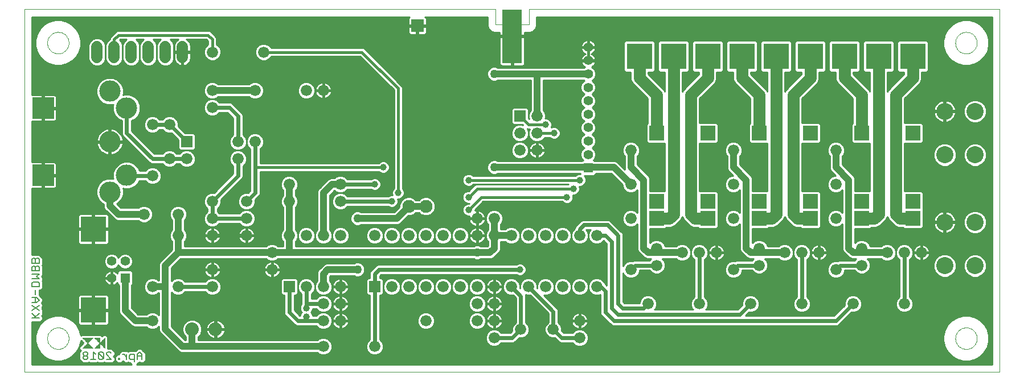
<source format=gbl>
G75*
G70*
%OFA0B0*%
%FSLAX24Y24*%
%IPPOS*%
%LPD*%
%AMOC8*
5,1,8,0,0,1.08239X$1,22.5*
%
%ADD10C,0.0000*%
%ADD11C,0.0080*%
%ADD12C,0.0560*%
%ADD13R,0.0560X0.0560*%
%ADD14R,0.1500X0.1500*%
%ADD15C,0.0800*%
%ADD16C,0.0660*%
%ADD17R,0.0660X0.0660*%
%ADD18C,0.1250*%
%ADD19R,0.1250X0.1250*%
%ADD20R,0.0860X0.0860*%
%ADD21C,0.1000*%
%ADD22R,0.1181X0.3150*%
%ADD23C,0.0397*%
%ADD24C,0.0660*%
%ADD25R,0.0760X0.0760*%
%ADD26C,0.0760*%
%ADD27C,0.0400*%
%ADD28C,0.0240*%
%ADD29C,0.0100*%
%ADD30C,0.0160*%
%ADD31C,0.0396*%
%ADD32C,0.0500*%
%ADD33C,0.0700*%
%ADD34C,0.0020*%
D10*
X000232Y000101D02*
X000232Y021361D01*
X027791Y021361D01*
X027791Y020455D01*
X029759Y020455D01*
X029759Y021361D01*
X057318Y021361D01*
X057318Y000101D01*
X000232Y000101D01*
X001570Y002069D02*
X001572Y002119D01*
X001578Y002169D01*
X001588Y002218D01*
X001602Y002266D01*
X001619Y002313D01*
X001640Y002358D01*
X001665Y002402D01*
X001693Y002443D01*
X001725Y002482D01*
X001759Y002519D01*
X001796Y002553D01*
X001836Y002583D01*
X001878Y002610D01*
X001922Y002634D01*
X001968Y002655D01*
X002015Y002671D01*
X002063Y002684D01*
X002113Y002693D01*
X002162Y002698D01*
X002213Y002699D01*
X002263Y002696D01*
X002312Y002689D01*
X002361Y002678D01*
X002409Y002663D01*
X002455Y002645D01*
X002500Y002623D01*
X002543Y002597D01*
X002584Y002568D01*
X002623Y002536D01*
X002659Y002501D01*
X002691Y002463D01*
X002721Y002423D01*
X002748Y002380D01*
X002771Y002336D01*
X002790Y002290D01*
X002806Y002242D01*
X002818Y002193D01*
X002826Y002144D01*
X002830Y002094D01*
X002830Y002044D01*
X002826Y001994D01*
X002818Y001945D01*
X002806Y001896D01*
X002790Y001848D01*
X002771Y001802D01*
X002748Y001758D01*
X002721Y001715D01*
X002691Y001675D01*
X002659Y001637D01*
X002623Y001602D01*
X002584Y001570D01*
X002543Y001541D01*
X002500Y001515D01*
X002455Y001493D01*
X002409Y001475D01*
X002361Y001460D01*
X002312Y001449D01*
X002263Y001442D01*
X002213Y001439D01*
X002162Y001440D01*
X002113Y001445D01*
X002063Y001454D01*
X002015Y001467D01*
X001968Y001483D01*
X001922Y001504D01*
X001878Y001528D01*
X001836Y001555D01*
X001796Y001585D01*
X001759Y001619D01*
X001725Y001656D01*
X001693Y001695D01*
X001665Y001736D01*
X001640Y001780D01*
X001619Y001825D01*
X001602Y001872D01*
X001588Y001920D01*
X001578Y001969D01*
X001572Y002019D01*
X001570Y002069D01*
X001570Y019392D02*
X001572Y019442D01*
X001578Y019492D01*
X001588Y019541D01*
X001602Y019589D01*
X001619Y019636D01*
X001640Y019681D01*
X001665Y019725D01*
X001693Y019766D01*
X001725Y019805D01*
X001759Y019842D01*
X001796Y019876D01*
X001836Y019906D01*
X001878Y019933D01*
X001922Y019957D01*
X001968Y019978D01*
X002015Y019994D01*
X002063Y020007D01*
X002113Y020016D01*
X002162Y020021D01*
X002213Y020022D01*
X002263Y020019D01*
X002312Y020012D01*
X002361Y020001D01*
X002409Y019986D01*
X002455Y019968D01*
X002500Y019946D01*
X002543Y019920D01*
X002584Y019891D01*
X002623Y019859D01*
X002659Y019824D01*
X002691Y019786D01*
X002721Y019746D01*
X002748Y019703D01*
X002771Y019659D01*
X002790Y019613D01*
X002806Y019565D01*
X002818Y019516D01*
X002826Y019467D01*
X002830Y019417D01*
X002830Y019367D01*
X002826Y019317D01*
X002818Y019268D01*
X002806Y019219D01*
X002790Y019171D01*
X002771Y019125D01*
X002748Y019081D01*
X002721Y019038D01*
X002691Y018998D01*
X002659Y018960D01*
X002623Y018925D01*
X002584Y018893D01*
X002543Y018864D01*
X002500Y018838D01*
X002455Y018816D01*
X002409Y018798D01*
X002361Y018783D01*
X002312Y018772D01*
X002263Y018765D01*
X002213Y018762D01*
X002162Y018763D01*
X002113Y018768D01*
X002063Y018777D01*
X002015Y018790D01*
X001968Y018806D01*
X001922Y018827D01*
X001878Y018851D01*
X001836Y018878D01*
X001796Y018908D01*
X001759Y018942D01*
X001725Y018979D01*
X001693Y019018D01*
X001665Y019059D01*
X001640Y019103D01*
X001619Y019148D01*
X001602Y019195D01*
X001588Y019243D01*
X001578Y019292D01*
X001572Y019342D01*
X001570Y019392D01*
X054720Y019392D02*
X054722Y019442D01*
X054728Y019492D01*
X054738Y019541D01*
X054752Y019589D01*
X054769Y019636D01*
X054790Y019681D01*
X054815Y019725D01*
X054843Y019766D01*
X054875Y019805D01*
X054909Y019842D01*
X054946Y019876D01*
X054986Y019906D01*
X055028Y019933D01*
X055072Y019957D01*
X055118Y019978D01*
X055165Y019994D01*
X055213Y020007D01*
X055263Y020016D01*
X055312Y020021D01*
X055363Y020022D01*
X055413Y020019D01*
X055462Y020012D01*
X055511Y020001D01*
X055559Y019986D01*
X055605Y019968D01*
X055650Y019946D01*
X055693Y019920D01*
X055734Y019891D01*
X055773Y019859D01*
X055809Y019824D01*
X055841Y019786D01*
X055871Y019746D01*
X055898Y019703D01*
X055921Y019659D01*
X055940Y019613D01*
X055956Y019565D01*
X055968Y019516D01*
X055976Y019467D01*
X055980Y019417D01*
X055980Y019367D01*
X055976Y019317D01*
X055968Y019268D01*
X055956Y019219D01*
X055940Y019171D01*
X055921Y019125D01*
X055898Y019081D01*
X055871Y019038D01*
X055841Y018998D01*
X055809Y018960D01*
X055773Y018925D01*
X055734Y018893D01*
X055693Y018864D01*
X055650Y018838D01*
X055605Y018816D01*
X055559Y018798D01*
X055511Y018783D01*
X055462Y018772D01*
X055413Y018765D01*
X055363Y018762D01*
X055312Y018763D01*
X055263Y018768D01*
X055213Y018777D01*
X055165Y018790D01*
X055118Y018806D01*
X055072Y018827D01*
X055028Y018851D01*
X054986Y018878D01*
X054946Y018908D01*
X054909Y018942D01*
X054875Y018979D01*
X054843Y019018D01*
X054815Y019059D01*
X054790Y019103D01*
X054769Y019148D01*
X054752Y019195D01*
X054738Y019243D01*
X054728Y019292D01*
X054722Y019342D01*
X054720Y019392D01*
X054720Y002069D02*
X054722Y002119D01*
X054728Y002169D01*
X054738Y002218D01*
X054752Y002266D01*
X054769Y002313D01*
X054790Y002358D01*
X054815Y002402D01*
X054843Y002443D01*
X054875Y002482D01*
X054909Y002519D01*
X054946Y002553D01*
X054986Y002583D01*
X055028Y002610D01*
X055072Y002634D01*
X055118Y002655D01*
X055165Y002671D01*
X055213Y002684D01*
X055263Y002693D01*
X055312Y002698D01*
X055363Y002699D01*
X055413Y002696D01*
X055462Y002689D01*
X055511Y002678D01*
X055559Y002663D01*
X055605Y002645D01*
X055650Y002623D01*
X055693Y002597D01*
X055734Y002568D01*
X055773Y002536D01*
X055809Y002501D01*
X055841Y002463D01*
X055871Y002423D01*
X055898Y002380D01*
X055921Y002336D01*
X055940Y002290D01*
X055956Y002242D01*
X055968Y002193D01*
X055976Y002144D01*
X055980Y002094D01*
X055980Y002044D01*
X055976Y001994D01*
X055968Y001945D01*
X055956Y001896D01*
X055940Y001848D01*
X055921Y001802D01*
X055898Y001758D01*
X055871Y001715D01*
X055841Y001675D01*
X055809Y001637D01*
X055773Y001602D01*
X055734Y001570D01*
X055693Y001541D01*
X055650Y001515D01*
X055605Y001493D01*
X055559Y001475D01*
X055511Y001460D01*
X055462Y001449D01*
X055413Y001442D01*
X055363Y001439D01*
X055312Y001440D01*
X055263Y001445D01*
X055213Y001454D01*
X055165Y001467D01*
X055118Y001483D01*
X055072Y001504D01*
X055028Y001528D01*
X054986Y001555D01*
X054946Y001585D01*
X054909Y001619D01*
X054875Y001656D01*
X054843Y001695D01*
X054815Y001736D01*
X054790Y001780D01*
X054769Y001825D01*
X054752Y001872D01*
X054738Y001920D01*
X054728Y001969D01*
X054722Y002019D01*
X054720Y002069D01*
D11*
X007117Y001121D02*
X007117Y000841D01*
X007117Y001051D02*
X006837Y001051D01*
X006837Y001121D02*
X006837Y000841D01*
X006656Y000841D02*
X006446Y000841D01*
X006376Y000911D01*
X006376Y001051D01*
X006446Y001121D01*
X006656Y001121D01*
X006656Y000701D01*
X006196Y000841D02*
X006196Y001121D01*
X006056Y001121D02*
X005986Y001121D01*
X006056Y001121D02*
X006196Y000981D01*
X005812Y000911D02*
X005742Y000911D01*
X005742Y000841D01*
X005812Y000841D01*
X005812Y000911D01*
X005317Y000841D02*
X005037Y001121D01*
X005037Y001191D01*
X005107Y001261D01*
X005247Y001261D01*
X005317Y001191D01*
X004856Y001191D02*
X004856Y000911D01*
X004576Y001191D01*
X004576Y000911D01*
X004646Y000841D01*
X004786Y000841D01*
X004856Y000911D01*
X005037Y000841D02*
X005317Y000841D01*
X004856Y001191D02*
X004786Y001261D01*
X004646Y001261D01*
X004576Y001191D01*
X004396Y001121D02*
X004256Y001261D01*
X004256Y000841D01*
X004396Y000841D02*
X004116Y000841D01*
X003936Y000911D02*
X003936Y000981D01*
X003866Y001051D01*
X003726Y001051D01*
X003656Y000981D01*
X003656Y000911D01*
X003726Y000841D01*
X003866Y000841D01*
X003936Y000911D01*
X003866Y001051D02*
X003936Y001121D01*
X003936Y001191D01*
X003866Y001261D01*
X003726Y001261D01*
X003656Y001191D01*
X003656Y001121D01*
X003726Y001051D01*
X006837Y001121D02*
X006977Y001261D01*
X007117Y001121D01*
X001092Y003258D02*
X000672Y003258D01*
X000812Y003258D02*
X001092Y003538D01*
X001092Y003718D02*
X000672Y003998D01*
X000672Y004178D02*
X000952Y004178D01*
X001092Y004319D01*
X000952Y004459D01*
X000672Y004459D01*
X000882Y004459D02*
X000882Y004178D01*
X001092Y003998D02*
X000672Y003718D01*
X000672Y003538D02*
X000882Y003328D01*
X000882Y004639D02*
X000882Y004919D01*
X001092Y005099D02*
X001092Y005309D01*
X001022Y005379D01*
X000742Y005379D01*
X000672Y005309D01*
X000672Y005099D01*
X001092Y005099D01*
X001092Y005559D02*
X000952Y005700D01*
X001092Y005840D01*
X000672Y005840D01*
X000672Y006020D02*
X000672Y006230D01*
X000742Y006300D01*
X000812Y006300D01*
X000882Y006230D01*
X000882Y006020D01*
X000882Y006230D02*
X000952Y006300D01*
X001022Y006300D01*
X001092Y006230D01*
X001092Y006020D01*
X000672Y006020D01*
X000672Y006480D02*
X000672Y006690D01*
X000742Y006760D01*
X000812Y006760D01*
X000882Y006690D01*
X000882Y006480D01*
X001092Y006480D02*
X001092Y006690D01*
X001022Y006760D01*
X000952Y006760D01*
X000882Y006690D01*
X000672Y006480D02*
X001092Y006480D01*
X001092Y005559D02*
X000672Y005559D01*
D12*
X005338Y005609D03*
X005338Y006593D03*
X006126Y006593D03*
X033232Y012845D03*
X033232Y013632D03*
X033232Y014420D03*
X033232Y015207D03*
X033232Y015994D03*
X033232Y016782D03*
X033232Y017569D03*
X033232Y018357D03*
X033232Y019144D03*
D13*
X033232Y012057D03*
X006126Y005609D03*
D14*
X004271Y003731D03*
X004271Y008471D03*
X036232Y018601D03*
X038232Y018601D03*
X040232Y018601D03*
X042232Y018601D03*
X044232Y018601D03*
X046232Y018601D03*
X048232Y018601D03*
X050232Y018601D03*
X052232Y018601D03*
D15*
X011421Y002601D03*
X010043Y002601D03*
D16*
X007732Y003101D03*
X007732Y005101D03*
X009232Y005101D03*
X011232Y005101D03*
X011232Y006101D03*
X014732Y006101D03*
X016732Y005101D03*
X017732Y005101D03*
X018732Y005101D03*
X018732Y004101D03*
X017732Y004101D03*
X017732Y003101D03*
X018732Y003101D03*
X017732Y001601D03*
X020732Y001601D03*
X023732Y003101D03*
X026732Y003101D03*
X027732Y003101D03*
X029282Y002601D03*
X027732Y002101D03*
X031182Y002601D03*
X032732Y002101D03*
X032732Y003101D03*
X036732Y004101D03*
X033732Y005101D03*
X032732Y005101D03*
X031732Y005101D03*
X030732Y005101D03*
X029732Y005101D03*
X028732Y005101D03*
X027732Y005101D03*
X026732Y005101D03*
X025732Y005101D03*
X024732Y005101D03*
X023732Y005101D03*
X022732Y005101D03*
X021732Y005101D03*
X026732Y004101D03*
X027732Y004101D03*
X035732Y006101D03*
X037232Y006351D03*
X038732Y007101D03*
X039732Y007101D03*
X040732Y007101D03*
X041732Y006101D03*
X043232Y006351D03*
X044732Y007101D03*
X045732Y007101D03*
X046732Y007101D03*
X049232Y007351D03*
X050732Y007101D03*
X051732Y007101D03*
X052732Y007101D03*
X049232Y006351D03*
X047732Y006101D03*
X043232Y007351D03*
X041732Y009101D03*
X037232Y007351D03*
X033732Y008101D03*
X032732Y008101D03*
X031732Y008101D03*
X030732Y008101D03*
X029732Y008101D03*
X028732Y008101D03*
X027732Y008101D03*
X026732Y008101D03*
X025732Y008101D03*
X024732Y008101D03*
X023732Y008101D03*
X022732Y008101D03*
X021732Y008101D03*
X020732Y008101D03*
X018732Y008101D03*
X017732Y008101D03*
X016732Y008101D03*
X015732Y008101D03*
X013232Y008101D03*
X013232Y009101D03*
X011232Y009101D03*
X009232Y009351D03*
X007232Y009351D03*
X009232Y008101D03*
X011232Y008101D03*
X014732Y007101D03*
X015732Y010101D03*
X015732Y011101D03*
X013232Y010101D03*
X011232Y010101D03*
X007732Y011601D03*
X008732Y012601D03*
X009732Y012601D03*
X012732Y012601D03*
X012732Y013601D03*
X013732Y013601D03*
X008732Y014601D03*
X007732Y014601D03*
X011232Y015601D03*
X011232Y016601D03*
X013732Y016601D03*
X016732Y016601D03*
X017732Y016601D03*
X014232Y018851D03*
X011232Y018851D03*
X029232Y014101D03*
X030232Y014101D03*
X030232Y015101D03*
X030232Y013101D03*
X029232Y013101D03*
X035732Y013101D03*
X035732Y011101D03*
X035732Y009101D03*
X041732Y011101D03*
X041732Y013101D03*
X047732Y013101D03*
X047732Y011101D03*
X047732Y009101D03*
X048732Y004101D03*
X045732Y004101D03*
X042732Y004101D03*
X039732Y004101D03*
X051732Y004101D03*
X027732Y009101D03*
X026732Y009101D03*
X018732Y010101D03*
X018732Y011101D03*
D17*
X009732Y013601D03*
X029232Y015101D03*
X020732Y005101D03*
X015732Y005101D03*
D18*
X005232Y010648D03*
X006216Y011632D03*
X005232Y013601D03*
X006216Y015569D03*
X005232Y016554D03*
D19*
X001334Y015569D03*
X001334Y011632D03*
D20*
X037232Y010101D03*
X037232Y009101D03*
X040232Y009101D03*
X040232Y010101D03*
X043232Y010101D03*
X043232Y009101D03*
X046232Y009101D03*
X046232Y010101D03*
X049232Y010101D03*
X049232Y009101D03*
X052232Y009101D03*
X052232Y010101D03*
X052232Y014101D03*
X049232Y014101D03*
X046232Y014101D03*
X043232Y014101D03*
X040232Y014101D03*
X037232Y014101D03*
D21*
X054096Y015380D03*
X055868Y015380D03*
X055868Y012821D03*
X054096Y012821D03*
X054096Y008880D03*
X055868Y008880D03*
X055868Y006321D03*
X054096Y006321D03*
D22*
X028775Y019776D03*
D23*
X016732Y003851D03*
X016732Y003351D03*
D24*
X009482Y018521D02*
X009482Y019181D01*
X008482Y019181D02*
X008482Y018521D01*
X007482Y018521D02*
X007482Y019181D01*
X006482Y019181D02*
X006482Y018521D01*
X005482Y018521D02*
X005482Y019181D01*
X004482Y019181D02*
X004482Y018521D01*
D25*
X023232Y020396D03*
D26*
X022732Y009806D03*
X023732Y009806D03*
D27*
X022732Y009806D01*
X022027Y009101D01*
X019732Y009101D01*
X017732Y008101D02*
X017732Y010601D01*
X018232Y011101D01*
X018732Y011101D01*
X015732Y011101D02*
X015732Y010101D01*
X015732Y008101D01*
X015732Y007101D01*
X026732Y007101D01*
X027482Y007101D01*
X027732Y007351D01*
X027732Y008101D01*
X027732Y009101D01*
X027732Y008101D02*
X028732Y008101D01*
X034732Y012101D02*
X035732Y011101D01*
X036482Y011351D02*
X036482Y007351D01*
X036732Y007101D01*
X037232Y007101D01*
X037232Y007351D01*
X037232Y007101D02*
X038732Y007101D01*
X042482Y007351D02*
X042732Y007101D01*
X043232Y007101D01*
X043232Y007351D01*
X043232Y007101D02*
X044732Y007101D01*
X042482Y007351D02*
X042482Y011351D01*
X041732Y012101D01*
X041732Y013101D01*
X036482Y011351D02*
X035732Y012101D01*
X035732Y013101D01*
X034732Y012101D02*
X033275Y012101D01*
X033232Y012057D01*
X033232Y012101D01*
X027732Y012101D01*
X030232Y015101D02*
X030232Y017569D01*
X027732Y017569D01*
X030232Y017569D02*
X033232Y017569D01*
X047732Y013101D02*
X047732Y012101D01*
X048482Y011351D01*
X048482Y007351D01*
X048732Y007101D01*
X049232Y007101D01*
X049232Y007351D01*
X049232Y007101D02*
X050732Y007101D01*
X019732Y006101D02*
X017982Y006101D01*
X017732Y005851D01*
X017732Y005101D01*
X015732Y007101D02*
X014732Y007101D01*
X009232Y007101D01*
X008482Y006351D01*
X008482Y005101D01*
X007732Y005101D01*
X008482Y005101D02*
X008482Y002601D01*
X009482Y001601D01*
X010043Y001601D01*
X017732Y001601D01*
X010043Y001601D02*
X010043Y002601D01*
X007732Y003101D02*
X006732Y003101D01*
X006126Y003707D01*
X006126Y005609D01*
X009232Y007101D02*
X009232Y008101D01*
X009232Y009351D01*
X007232Y009351D02*
X005732Y009351D01*
X005232Y009851D01*
X005232Y010648D01*
X011232Y016601D02*
X013732Y016601D01*
D28*
X012232Y015601D02*
X011232Y015601D01*
X012232Y015601D02*
X012732Y015101D01*
X012732Y013601D01*
X013732Y013601D02*
X013732Y012101D01*
X013732Y010601D01*
X013232Y010101D01*
X012732Y011601D02*
X011232Y010101D01*
X011232Y009101D01*
X013232Y009101D01*
X013232Y008101D02*
X011232Y008101D01*
X018732Y010101D02*
X021732Y010101D01*
X020732Y011101D02*
X018732Y011101D01*
X012732Y011601D02*
X012732Y012601D01*
X009732Y012601D02*
X008732Y012601D01*
X007732Y012601D01*
X006216Y014117D01*
X006216Y015569D01*
X007732Y014601D02*
X008732Y014601D01*
X009732Y013601D01*
X007732Y011601D02*
X006248Y011601D01*
X006216Y011632D01*
X020732Y005851D02*
X020982Y006101D01*
X029232Y006101D01*
X029732Y005101D02*
X031182Y003651D01*
X031182Y002601D01*
X031682Y002101D01*
X032732Y002101D01*
X034232Y003601D02*
X034732Y003101D01*
X047732Y003101D01*
X048732Y004101D01*
X045732Y004101D02*
X045732Y007101D01*
X047732Y006101D02*
X047982Y006351D01*
X049232Y006351D01*
X051732Y007101D02*
X051732Y004101D01*
X043232Y006351D02*
X041982Y006351D01*
X041732Y006101D01*
X039732Y007101D02*
X039732Y004101D01*
X042107Y003476D02*
X042732Y004101D01*
X042107Y003476D02*
X034982Y003476D01*
X034607Y003851D01*
X034607Y007726D01*
X034232Y008101D01*
X033732Y008101D01*
X034357Y008726D02*
X032982Y008726D01*
X032732Y008476D01*
X032732Y008101D01*
X034357Y008726D02*
X034982Y008101D01*
X034982Y004101D01*
X035232Y003851D01*
X036482Y003851D01*
X036732Y004101D01*
X034232Y003601D02*
X034232Y004851D01*
X033982Y005101D01*
X033732Y005101D01*
X035732Y006101D02*
X035982Y006351D01*
X037232Y006351D01*
X029282Y004551D02*
X028732Y005101D01*
X029282Y004551D02*
X029282Y002601D01*
X028782Y002101D01*
X027732Y002101D01*
X020732Y001601D02*
X020732Y005101D01*
X020732Y005851D01*
X016732Y005101D02*
X016732Y003851D01*
X016732Y004101D01*
X017732Y004101D01*
X016732Y003351D02*
X016732Y003101D01*
X017732Y003101D01*
X016732Y003101D02*
X016232Y003101D01*
X015732Y003601D01*
X015732Y005101D01*
X011232Y005101D02*
X009232Y005101D01*
D29*
X008852Y005428D02*
X008852Y006198D01*
X009385Y006731D01*
X014395Y006731D01*
X014449Y006677D01*
X014632Y006601D01*
X014831Y006601D01*
X015015Y006677D01*
X015069Y006731D01*
X015658Y006731D01*
X026528Y006731D01*
X026648Y006681D01*
X026815Y006681D01*
X026936Y006731D01*
X027408Y006731D01*
X027555Y006731D01*
X027691Y006787D01*
X027941Y007037D01*
X028045Y007141D01*
X028102Y007277D01*
X028102Y007731D01*
X028395Y007731D01*
X028449Y007677D01*
X028632Y007601D01*
X028831Y007601D01*
X029015Y007677D01*
X029156Y007818D01*
X029232Y008001D01*
X029308Y007818D01*
X029449Y007677D01*
X029632Y007601D01*
X029831Y007601D01*
X030015Y007677D01*
X030156Y007818D01*
X030232Y008001D01*
X030308Y007818D01*
X030449Y007677D01*
X030632Y007601D01*
X030831Y007601D01*
X031015Y007677D01*
X031156Y007818D01*
X031232Y008001D01*
X031308Y007818D01*
X031449Y007677D01*
X031632Y007601D01*
X031831Y007601D01*
X032015Y007677D01*
X032156Y007818D01*
X032232Y008001D01*
X032308Y007818D01*
X032449Y007677D01*
X032632Y007601D01*
X032831Y007601D01*
X033015Y007677D01*
X033156Y007818D01*
X033232Y008001D01*
X033308Y007818D01*
X033449Y007677D01*
X033632Y007601D01*
X033831Y007601D01*
X034015Y007677D01*
X034130Y007792D01*
X034317Y007606D01*
X034317Y005176D01*
X034228Y005265D01*
X034189Y005304D01*
X034156Y005384D01*
X034015Y005525D01*
X033831Y005601D01*
X033632Y005601D01*
X033449Y005525D01*
X033308Y005384D01*
X033232Y005200D01*
X033232Y005001D01*
X033308Y004818D01*
X033449Y004677D01*
X033632Y004601D01*
X033831Y004601D01*
X033942Y004647D01*
X033942Y003658D01*
X033942Y003543D01*
X033986Y003436D01*
X034568Y002855D01*
X034674Y002811D01*
X034789Y002811D01*
X047674Y002811D01*
X047789Y002811D01*
X047896Y002855D01*
X048642Y003601D01*
X048831Y003601D01*
X049015Y003677D01*
X049156Y003818D01*
X049232Y004001D01*
X049232Y004200D01*
X049156Y004384D01*
X049015Y004525D01*
X048831Y004601D01*
X048632Y004601D01*
X048449Y004525D01*
X048308Y004384D01*
X048232Y004200D01*
X048232Y004011D01*
X047612Y003391D01*
X042432Y003391D01*
X042642Y003601D01*
X042831Y003601D01*
X043015Y003677D01*
X043156Y003818D01*
X043232Y004001D01*
X043232Y004200D01*
X043156Y004384D01*
X043015Y004525D01*
X042831Y004601D01*
X042632Y004601D01*
X042449Y004525D01*
X042308Y004384D01*
X042232Y004200D01*
X042232Y004011D01*
X041987Y003766D01*
X040104Y003766D01*
X040156Y003818D01*
X040232Y004001D01*
X040232Y004200D01*
X040156Y004384D01*
X040022Y004518D01*
X040022Y006684D01*
X040156Y006818D01*
X040232Y007001D01*
X040232Y007200D01*
X040156Y007384D01*
X040015Y007525D01*
X039831Y007601D01*
X039632Y007601D01*
X039449Y007525D01*
X039308Y007384D01*
X039232Y007200D01*
X039232Y007001D01*
X039308Y006818D01*
X039442Y006684D01*
X039442Y004518D01*
X039308Y004384D01*
X039232Y004200D01*
X039232Y004001D01*
X039308Y003818D01*
X039360Y003766D01*
X037104Y003766D01*
X037156Y003818D01*
X037232Y004001D01*
X037232Y004200D01*
X037156Y004384D01*
X037015Y004525D01*
X036831Y004601D01*
X036632Y004601D01*
X036449Y004525D01*
X036308Y004384D01*
X036232Y004200D01*
X036232Y004141D01*
X035352Y004141D01*
X035272Y004221D01*
X035272Y005905D01*
X035308Y005818D01*
X035449Y005677D01*
X035632Y005601D01*
X035831Y005601D01*
X036015Y005677D01*
X036156Y005818D01*
X036232Y006001D01*
X036232Y006061D01*
X036815Y006061D01*
X036949Y005927D01*
X037132Y005851D01*
X037331Y005851D01*
X037515Y005927D01*
X037656Y006068D01*
X037732Y006251D01*
X037732Y006450D01*
X037656Y006634D01*
X037559Y006731D01*
X038395Y006731D01*
X038449Y006677D01*
X038632Y006601D01*
X038831Y006601D01*
X039015Y006677D01*
X039156Y006818D01*
X039232Y007001D01*
X039232Y007200D01*
X039156Y007384D01*
X039015Y007525D01*
X038831Y007601D01*
X038632Y007601D01*
X038449Y007525D01*
X038395Y007471D01*
X037723Y007471D01*
X037656Y007634D01*
X037515Y007775D01*
X037331Y007851D01*
X037132Y007851D01*
X036949Y007775D01*
X036852Y007678D01*
X036852Y008501D01*
X037732Y008501D01*
X037812Y008581D01*
X038085Y008581D01*
X038276Y008660D01*
X038423Y008806D01*
X038673Y009056D01*
X038732Y009199D01*
X038791Y009056D01*
X038937Y008910D01*
X039187Y008660D01*
X039378Y008581D01*
X039585Y008581D01*
X039651Y008581D01*
X039731Y008501D01*
X040732Y008501D01*
X040832Y008600D01*
X040832Y009600D01*
X040832Y010601D01*
X040732Y010701D01*
X039752Y010701D01*
X039752Y013501D01*
X040732Y013501D01*
X040832Y013600D01*
X040832Y014601D01*
X040732Y014701D01*
X039752Y014701D01*
X039752Y016135D01*
X040526Y016910D01*
X040673Y017056D01*
X040752Y017247D01*
X041712Y017247D01*
X041791Y017056D01*
X041937Y016910D01*
X041937Y016910D01*
X042712Y016135D01*
X042712Y014681D01*
X042632Y014601D01*
X042632Y013600D01*
X042731Y013501D01*
X043712Y013501D01*
X043712Y010701D01*
X042852Y010701D01*
X042852Y011424D01*
X042795Y011560D01*
X042691Y011664D01*
X042102Y012254D01*
X042102Y012764D01*
X042156Y012818D01*
X042232Y013001D01*
X042232Y013200D01*
X042156Y013384D01*
X042015Y013525D01*
X041831Y013601D01*
X041632Y013601D01*
X041449Y013525D01*
X041308Y013384D01*
X041232Y013200D01*
X041232Y013001D01*
X041308Y012818D01*
X041362Y012764D01*
X041362Y012174D01*
X041362Y012027D01*
X041418Y011891D01*
X041709Y011601D01*
X041632Y011601D01*
X041449Y011525D01*
X041308Y011384D01*
X041232Y011200D01*
X041232Y011001D01*
X041308Y010818D01*
X041449Y010677D01*
X041632Y010601D01*
X041831Y010601D01*
X042015Y010677D01*
X042112Y010774D01*
X042112Y009428D01*
X042015Y009525D01*
X041831Y009601D01*
X041632Y009601D01*
X041449Y009525D01*
X041308Y009384D01*
X041232Y009200D01*
X041232Y009001D01*
X041308Y008818D01*
X041449Y008677D01*
X041632Y008601D01*
X041831Y008601D01*
X042015Y008677D01*
X042112Y008774D01*
X042112Y007424D01*
X042112Y007277D01*
X042168Y007141D01*
X042418Y006891D01*
X042522Y006787D01*
X042658Y006731D01*
X042905Y006731D01*
X042815Y006641D01*
X042039Y006641D01*
X041924Y006641D01*
X041828Y006601D01*
X041632Y006601D01*
X041449Y006525D01*
X041308Y006384D01*
X041232Y006200D01*
X041232Y006001D01*
X041308Y005818D01*
X041449Y005677D01*
X041632Y005601D01*
X041831Y005601D01*
X042015Y005677D01*
X042156Y005818D01*
X042232Y006001D01*
X042232Y006061D01*
X042815Y006061D01*
X042949Y005927D01*
X043132Y005851D01*
X043331Y005851D01*
X043515Y005927D01*
X043656Y006068D01*
X043732Y006251D01*
X043732Y006450D01*
X043656Y006634D01*
X043559Y006731D01*
X044395Y006731D01*
X044449Y006677D01*
X044632Y006601D01*
X044831Y006601D01*
X045015Y006677D01*
X045156Y006818D01*
X045232Y007001D01*
X045308Y006818D01*
X045442Y006684D01*
X045442Y004518D01*
X045308Y004384D01*
X045232Y004200D01*
X045232Y004001D01*
X045308Y003818D01*
X045449Y003677D01*
X045632Y003601D01*
X045831Y003601D01*
X046015Y003677D01*
X046156Y003818D01*
X046232Y004001D01*
X046232Y004200D01*
X046156Y004384D01*
X046022Y004518D01*
X046022Y006684D01*
X046156Y006818D01*
X046232Y007001D01*
X046232Y007200D01*
X046156Y007384D01*
X046015Y007525D01*
X045831Y007601D01*
X045632Y007601D01*
X045449Y007525D01*
X045308Y007384D01*
X045232Y007200D01*
X045232Y007001D01*
X045232Y007200D01*
X045156Y007384D01*
X045015Y007525D01*
X044831Y007601D01*
X044632Y007601D01*
X044449Y007525D01*
X044395Y007471D01*
X043723Y007471D01*
X043656Y007634D01*
X043515Y007775D01*
X043331Y007851D01*
X043132Y007851D01*
X042949Y007775D01*
X042852Y007678D01*
X042852Y008501D01*
X043732Y008501D01*
X043812Y008581D01*
X043878Y008581D01*
X044085Y008581D01*
X044276Y008660D01*
X044526Y008910D01*
X044673Y009056D01*
X044732Y009199D01*
X044791Y009056D01*
X044937Y008910D01*
X045187Y008660D01*
X045378Y008581D01*
X045585Y008581D01*
X045651Y008581D01*
X045731Y008501D01*
X046732Y008501D01*
X046832Y008600D01*
X046832Y009600D01*
X046832Y010601D01*
X046732Y010701D01*
X045752Y010701D01*
X045752Y013501D01*
X046732Y013501D01*
X046832Y013600D01*
X046832Y014601D01*
X046732Y014701D01*
X045752Y014701D01*
X045752Y016135D01*
X046526Y016910D01*
X046673Y017056D01*
X046752Y017247D01*
X047712Y017247D01*
X047791Y017056D01*
X047937Y016910D01*
X048712Y016135D01*
X048712Y014681D01*
X048632Y014601D01*
X048632Y013600D01*
X048731Y013501D01*
X049712Y013501D01*
X049712Y010701D01*
X048852Y010701D01*
X048852Y011424D01*
X048795Y011560D01*
X048691Y011664D01*
X048102Y012254D01*
X048102Y012764D01*
X048156Y012818D01*
X048232Y013001D01*
X048232Y013200D01*
X048156Y013384D01*
X048015Y013525D01*
X047831Y013601D01*
X047632Y013601D01*
X047449Y013525D01*
X047308Y013384D01*
X047232Y013200D01*
X047232Y013001D01*
X047308Y012818D01*
X047362Y012764D01*
X047362Y012174D01*
X047362Y012027D01*
X047418Y011891D01*
X047709Y011601D01*
X047632Y011601D01*
X047449Y011525D01*
X047308Y011384D01*
X047232Y011200D01*
X047232Y011001D01*
X047308Y010818D01*
X047449Y010677D01*
X047632Y010601D01*
X047831Y010601D01*
X048015Y010677D01*
X048112Y010774D01*
X048112Y009428D01*
X048015Y009525D01*
X047831Y009601D01*
X047632Y009601D01*
X047449Y009525D01*
X047308Y009384D01*
X047232Y009200D01*
X047232Y009001D01*
X047308Y008818D01*
X047449Y008677D01*
X047632Y008601D01*
X047831Y008601D01*
X048015Y008677D01*
X048112Y008774D01*
X048112Y007424D01*
X048112Y007277D01*
X048168Y007141D01*
X048418Y006891D01*
X048522Y006787D01*
X048658Y006731D01*
X048905Y006731D01*
X048815Y006641D01*
X047924Y006641D01*
X047828Y006601D01*
X047632Y006601D01*
X047449Y006525D01*
X047308Y006384D01*
X047232Y006200D01*
X047232Y006001D01*
X047308Y005818D01*
X047449Y005677D01*
X047632Y005601D01*
X047831Y005601D01*
X048015Y005677D01*
X048156Y005818D01*
X048232Y006001D01*
X048232Y006061D01*
X048815Y006061D01*
X048949Y005927D01*
X049132Y005851D01*
X049331Y005851D01*
X049515Y005927D01*
X049656Y006068D01*
X049732Y006251D01*
X049732Y006450D01*
X049656Y006634D01*
X049559Y006731D01*
X050395Y006731D01*
X050449Y006677D01*
X050632Y006601D01*
X050831Y006601D01*
X051015Y006677D01*
X051156Y006818D01*
X051232Y007001D01*
X051308Y006818D01*
X051442Y006684D01*
X051442Y004518D01*
X051308Y004384D01*
X051232Y004200D01*
X051232Y004001D01*
X051308Y003818D01*
X051449Y003677D01*
X051632Y003601D01*
X051831Y003601D01*
X052015Y003677D01*
X052156Y003818D01*
X052232Y004001D01*
X052232Y004200D01*
X052156Y004384D01*
X052022Y004518D01*
X052022Y006684D01*
X052156Y006818D01*
X052232Y007001D01*
X052232Y007200D01*
X052156Y007384D01*
X052015Y007525D01*
X051831Y007601D01*
X051632Y007601D01*
X051449Y007525D01*
X051308Y007384D01*
X051232Y007200D01*
X051232Y007001D01*
X051232Y007200D01*
X051156Y007384D01*
X051015Y007525D01*
X050831Y007601D01*
X050632Y007601D01*
X050449Y007525D01*
X050395Y007471D01*
X049723Y007471D01*
X049656Y007634D01*
X049515Y007775D01*
X049331Y007851D01*
X049132Y007851D01*
X048949Y007775D01*
X048852Y007678D01*
X048852Y008501D01*
X049732Y008501D01*
X049812Y008581D01*
X049878Y008581D01*
X050085Y008581D01*
X050276Y008660D01*
X050526Y008910D01*
X050673Y009056D01*
X050732Y009199D01*
X050791Y009056D01*
X050937Y008910D01*
X051187Y008660D01*
X051378Y008581D01*
X051585Y008581D01*
X051651Y008581D01*
X051731Y008501D01*
X052732Y008501D01*
X052832Y008600D01*
X052832Y009600D01*
X052832Y010601D01*
X052732Y010701D01*
X051752Y010701D01*
X051752Y013501D01*
X052732Y013501D01*
X052832Y013600D01*
X052832Y014601D01*
X052732Y014701D01*
X051752Y014701D01*
X051752Y016135D01*
X052526Y016910D01*
X052673Y017056D01*
X052752Y017247D01*
X056868Y017247D01*
X056868Y017149D02*
X052711Y017149D01*
X052752Y017247D02*
X052752Y017681D01*
X053052Y017681D01*
X053152Y017780D01*
X053152Y019421D01*
X053052Y019521D01*
X051411Y019521D01*
X051312Y019421D01*
X051312Y017780D01*
X051411Y017681D01*
X051712Y017681D01*
X051712Y017566D01*
X050791Y016645D01*
X050752Y016551D01*
X050752Y017681D01*
X051052Y017681D01*
X051152Y017780D01*
X051152Y019421D01*
X051052Y019521D01*
X049411Y019521D01*
X049312Y019421D01*
X049312Y017780D01*
X049411Y017681D01*
X049712Y017681D01*
X049712Y016551D01*
X049673Y016645D01*
X048752Y017566D01*
X048752Y017681D01*
X049052Y017681D01*
X049152Y017780D01*
X049152Y019421D01*
X049052Y019521D01*
X047411Y019521D01*
X047312Y019421D01*
X047312Y017780D01*
X047411Y017681D01*
X047712Y017681D01*
X047712Y017247D01*
X047712Y017346D02*
X046752Y017346D01*
X046752Y017444D02*
X047712Y017444D01*
X047712Y017543D02*
X046752Y017543D01*
X046752Y017641D02*
X047712Y017641D01*
X047352Y017740D02*
X047111Y017740D01*
X047152Y017780D02*
X047152Y019421D01*
X047052Y019521D01*
X045411Y019521D01*
X045312Y019421D01*
X045312Y017780D01*
X045411Y017681D01*
X045712Y017681D01*
X045712Y017566D01*
X044791Y016645D01*
X044752Y016551D01*
X044752Y017681D01*
X045052Y017681D01*
X045152Y017780D01*
X045152Y019421D01*
X045052Y019521D01*
X043411Y019521D01*
X043312Y019421D01*
X043312Y017780D01*
X043411Y017681D01*
X043712Y017681D01*
X043712Y016551D01*
X043673Y016645D01*
X042752Y017566D01*
X042752Y017681D01*
X043052Y017681D01*
X043152Y017780D01*
X043152Y019421D01*
X043052Y019521D01*
X041411Y019521D01*
X041312Y019421D01*
X041312Y017780D01*
X041411Y017681D01*
X041712Y017681D01*
X041712Y017247D01*
X041712Y017346D02*
X040752Y017346D01*
X040752Y017444D02*
X041712Y017444D01*
X041712Y017543D02*
X040752Y017543D01*
X040752Y017641D02*
X041712Y017641D01*
X041352Y017740D02*
X041111Y017740D01*
X041152Y017780D02*
X041152Y019421D01*
X041052Y019521D01*
X039411Y019521D01*
X039312Y019421D01*
X039312Y017780D01*
X039411Y017681D01*
X039712Y017681D01*
X039712Y017566D01*
X038791Y016645D01*
X038752Y016551D01*
X038752Y017681D01*
X039052Y017681D01*
X039152Y017780D01*
X039152Y019421D01*
X039052Y019521D01*
X037411Y019521D01*
X037312Y019421D01*
X037312Y017780D01*
X037411Y017681D01*
X037712Y017681D01*
X037712Y016551D01*
X037673Y016645D01*
X036752Y017566D01*
X036752Y017681D01*
X037052Y017681D01*
X037152Y017780D01*
X037152Y019421D01*
X037052Y019521D01*
X035411Y019521D01*
X035312Y019421D01*
X035312Y017780D01*
X035411Y017681D01*
X035712Y017681D01*
X035712Y017247D01*
X033546Y017247D01*
X033487Y017188D02*
X033613Y017314D01*
X033682Y017480D01*
X033682Y017659D01*
X033613Y017824D01*
X033487Y017951D01*
X033429Y017975D01*
X033457Y017989D01*
X033512Y018029D01*
X033560Y018077D01*
X033600Y018131D01*
X033630Y018192D01*
X033651Y018256D01*
X033661Y018318D01*
X033271Y018318D01*
X033271Y018395D01*
X033661Y018395D01*
X033651Y018457D01*
X033630Y018522D01*
X033600Y018582D01*
X033560Y018637D01*
X033512Y018685D01*
X033457Y018724D01*
X033406Y018750D01*
X033457Y018776D01*
X033512Y018816D01*
X033560Y018864D01*
X033600Y018919D01*
X033630Y018979D01*
X033651Y019043D01*
X033661Y019105D01*
X033271Y019105D01*
X033271Y019183D01*
X033661Y019183D01*
X033651Y019245D01*
X033630Y019309D01*
X033600Y019369D01*
X033560Y019424D01*
X033512Y019472D01*
X033457Y019512D01*
X033397Y019543D01*
X033332Y019563D01*
X033270Y019573D01*
X033270Y019183D01*
X033193Y019183D01*
X033193Y019573D01*
X033131Y019563D01*
X033067Y019543D01*
X033006Y019512D01*
X032952Y019472D01*
X032904Y019424D01*
X032864Y019369D01*
X032833Y019309D01*
X032812Y019245D01*
X032803Y019183D01*
X033193Y019183D01*
X033193Y019105D01*
X033270Y019105D01*
X033270Y018786D01*
X033270Y018396D01*
X033193Y018396D01*
X033193Y018786D01*
X033193Y019105D01*
X032803Y019105D01*
X032812Y019043D01*
X032833Y018979D01*
X032864Y018919D01*
X032904Y018864D01*
X032952Y018816D01*
X033006Y018776D01*
X033057Y018750D01*
X033006Y018724D01*
X032952Y018685D01*
X032904Y018637D01*
X032864Y018582D01*
X032833Y018522D01*
X032812Y018457D01*
X032803Y018395D01*
X033193Y018395D01*
X033193Y018318D01*
X032803Y018318D01*
X032812Y018256D01*
X032833Y018192D01*
X032864Y018131D01*
X032904Y018077D01*
X032952Y018029D01*
X033006Y017989D01*
X033035Y017975D01*
X032977Y017951D01*
X032965Y017939D01*
X030158Y017939D01*
X027936Y017939D01*
X027815Y017989D01*
X027648Y017989D01*
X027494Y017925D01*
X027376Y017807D01*
X027312Y017653D01*
X027312Y017486D01*
X027376Y017331D01*
X027494Y017213D01*
X027648Y017149D01*
X027815Y017149D01*
X027936Y017199D01*
X029862Y017199D01*
X029862Y015438D01*
X029808Y015384D01*
X029732Y015200D01*
X029732Y015001D01*
X029765Y014921D01*
X029732Y014954D01*
X029732Y015501D01*
X029632Y015601D01*
X028831Y015601D01*
X028732Y015501D01*
X028732Y014700D01*
X028831Y014601D01*
X029378Y014601D01*
X029412Y014567D01*
X029331Y014601D01*
X029132Y014601D01*
X028949Y014525D01*
X028808Y014384D01*
X028732Y014200D01*
X028732Y014001D01*
X028808Y013818D01*
X028949Y013677D01*
X029132Y013601D01*
X029331Y013601D01*
X029515Y013677D01*
X029656Y013818D01*
X029732Y014001D01*
X029808Y013818D01*
X029949Y013677D01*
X030132Y013601D01*
X030331Y013601D01*
X030515Y013677D01*
X030656Y013818D01*
X030669Y013851D01*
X030961Y013851D01*
X031023Y013789D01*
X031159Y013733D01*
X031305Y013733D01*
X031440Y013789D01*
X031544Y013892D01*
X031600Y014028D01*
X031600Y014174D01*
X031544Y014309D01*
X031440Y014413D01*
X031305Y014469D01*
X031159Y014469D01*
X031058Y014427D01*
X031100Y014528D01*
X031100Y014674D01*
X031044Y014809D01*
X030940Y014913D01*
X030805Y014969D01*
X030718Y014969D01*
X030732Y015001D01*
X030732Y015200D01*
X030656Y015384D01*
X030602Y015438D01*
X030602Y017199D01*
X032965Y017199D01*
X032977Y017188D01*
X033006Y017176D01*
X032977Y017163D01*
X032850Y017037D01*
X032782Y016871D01*
X032782Y016692D01*
X032850Y016527D01*
X032977Y016400D01*
X033006Y016388D01*
X032977Y016376D01*
X032850Y016249D01*
X032782Y016084D01*
X032782Y015905D01*
X032850Y015740D01*
X032977Y015613D01*
X033006Y015601D01*
X032977Y015589D01*
X032850Y015462D01*
X032782Y015297D01*
X032782Y015118D01*
X032850Y014952D01*
X032977Y014826D01*
X033006Y014813D01*
X032977Y014801D01*
X032850Y014675D01*
X032782Y014509D01*
X032782Y014330D01*
X032850Y014165D01*
X032977Y014038D01*
X033006Y014026D01*
X032977Y014014D01*
X032850Y013887D01*
X032782Y013722D01*
X032782Y013543D01*
X032850Y013377D01*
X032977Y013251D01*
X033006Y013239D01*
X032977Y013226D01*
X032850Y013100D01*
X032782Y012934D01*
X032782Y012755D01*
X032850Y012590D01*
X032933Y012507D01*
X032881Y012507D01*
X032845Y012471D01*
X027936Y012471D01*
X027815Y012521D01*
X027648Y012521D01*
X027494Y012457D01*
X027376Y012339D01*
X027312Y012184D01*
X027312Y012017D01*
X027376Y011863D01*
X027494Y011745D01*
X027648Y011681D01*
X027815Y011681D01*
X027936Y011731D01*
X032782Y011731D01*
X032782Y011719D01*
X032659Y011719D01*
X032523Y011663D01*
X032461Y011601D01*
X026502Y011601D01*
X026440Y011663D01*
X026305Y011719D01*
X026159Y011719D01*
X026023Y011663D01*
X025920Y011559D01*
X025864Y011424D01*
X025864Y011278D01*
X025920Y011142D01*
X026023Y011039D01*
X022357Y011039D01*
X022357Y010941D02*
X026468Y010941D01*
X026520Y010992D02*
X026246Y010719D01*
X026159Y010719D01*
X026023Y010663D01*
X025920Y010559D01*
X025864Y010424D01*
X025864Y010278D01*
X025920Y010142D01*
X026023Y010039D01*
X026159Y009983D01*
X026260Y009983D01*
X026246Y009969D01*
X026159Y009969D01*
X026023Y009913D01*
X025920Y009809D01*
X025864Y009674D01*
X025864Y009528D01*
X025920Y009392D01*
X026023Y009289D01*
X026159Y009233D01*
X026270Y009233D01*
X026264Y009213D01*
X026252Y009139D01*
X026252Y009130D01*
X026703Y009130D01*
X026703Y009581D01*
X026694Y009581D01*
X026619Y009569D01*
X026600Y009563D01*
X026600Y009615D01*
X027085Y010101D01*
X031711Y010101D01*
X031773Y010039D01*
X031909Y009983D01*
X032055Y009983D01*
X032190Y010039D01*
X032294Y010142D01*
X032350Y010278D01*
X032350Y010424D01*
X032326Y010483D01*
X032430Y010483D01*
X032565Y010539D01*
X032669Y010642D01*
X032725Y010778D01*
X032725Y010924D01*
X032701Y010983D01*
X032805Y010983D01*
X032940Y011039D01*
X033044Y011142D01*
X033100Y011278D01*
X033100Y011424D01*
X033044Y011559D01*
X032996Y011607D01*
X033582Y011607D01*
X033682Y011707D01*
X033682Y011731D01*
X034579Y011731D01*
X035232Y011078D01*
X035232Y011001D01*
X035308Y010818D01*
X035449Y010677D01*
X035632Y010601D01*
X035831Y010601D01*
X036015Y010677D01*
X036112Y010774D01*
X036112Y009428D01*
X036015Y009525D01*
X035831Y009601D01*
X035632Y009601D01*
X035449Y009525D01*
X035308Y009384D01*
X035232Y009200D01*
X035232Y009001D01*
X035308Y008818D01*
X035449Y008677D01*
X035632Y008601D01*
X035831Y008601D01*
X036015Y008677D01*
X036112Y008774D01*
X036112Y007424D01*
X036112Y007277D01*
X036168Y007141D01*
X036418Y006891D01*
X036522Y006787D01*
X036658Y006731D01*
X036905Y006731D01*
X036815Y006641D01*
X035924Y006641D01*
X035828Y006601D01*
X035632Y006601D01*
X035449Y006525D01*
X035308Y006384D01*
X035272Y006297D01*
X035272Y008158D01*
X035228Y008265D01*
X035146Y008347D01*
X034521Y008972D01*
X034414Y009016D01*
X034299Y009016D01*
X032924Y009016D01*
X032818Y008972D01*
X032736Y008890D01*
X032486Y008640D01*
X032442Y008533D01*
X032442Y008518D01*
X032308Y008384D01*
X032232Y008200D01*
X032232Y008001D01*
X032232Y008200D01*
X032156Y008384D01*
X032015Y008525D01*
X031831Y008601D01*
X031632Y008601D01*
X031449Y008525D01*
X031308Y008384D01*
X031232Y008200D01*
X031232Y008001D01*
X031232Y008200D01*
X031156Y008384D01*
X031015Y008525D01*
X030831Y008601D01*
X030632Y008601D01*
X030449Y008525D01*
X030308Y008384D01*
X030232Y008200D01*
X030232Y008001D01*
X030232Y008200D01*
X030156Y008384D01*
X030015Y008525D01*
X029831Y008601D01*
X029632Y008601D01*
X029449Y008525D01*
X029308Y008384D01*
X029232Y008200D01*
X029232Y008001D01*
X029232Y008200D01*
X029156Y008384D01*
X029015Y008525D01*
X028831Y008601D01*
X028632Y008601D01*
X028449Y008525D01*
X028395Y008471D01*
X028102Y008471D01*
X028102Y008764D01*
X028156Y008818D01*
X028232Y009001D01*
X028232Y009200D01*
X028156Y009384D01*
X028015Y009525D01*
X027831Y009601D01*
X027632Y009601D01*
X027449Y009525D01*
X027308Y009384D01*
X027232Y009200D01*
X027232Y009001D01*
X027308Y008818D01*
X027362Y008764D01*
X027362Y008438D01*
X027308Y008384D01*
X027232Y008200D01*
X027232Y008001D01*
X027308Y007818D01*
X027362Y007764D01*
X027362Y007504D01*
X027329Y007471D01*
X026936Y007471D01*
X026815Y007521D01*
X026648Y007521D01*
X026528Y007471D01*
X016102Y007471D01*
X016102Y007764D01*
X016156Y007818D01*
X016232Y008001D01*
X016308Y007818D01*
X016449Y007677D01*
X016632Y007601D01*
X016831Y007601D01*
X017015Y007677D01*
X017156Y007818D01*
X017232Y008001D01*
X017308Y007818D01*
X017449Y007677D01*
X017632Y007601D01*
X017831Y007601D01*
X018015Y007677D01*
X018156Y007818D01*
X018232Y008001D01*
X018308Y007818D01*
X018449Y007677D01*
X018632Y007601D01*
X018831Y007601D01*
X019015Y007677D01*
X019156Y007818D01*
X019232Y008001D01*
X019232Y008200D01*
X019156Y008384D01*
X019015Y008525D01*
X018831Y008601D01*
X018632Y008601D01*
X018449Y008525D01*
X018308Y008384D01*
X018232Y008200D01*
X018232Y008001D01*
X018232Y008200D01*
X018156Y008384D01*
X018102Y008438D01*
X018102Y010448D01*
X018372Y010448D01*
X018308Y010384D02*
X018232Y010200D01*
X018232Y010001D01*
X018308Y009818D01*
X018449Y009677D01*
X018632Y009601D01*
X018831Y009601D01*
X019015Y009677D01*
X019149Y009811D01*
X021501Y009811D01*
X021523Y009789D01*
X021659Y009733D01*
X021805Y009733D01*
X021940Y009789D01*
X022044Y009892D01*
X022100Y010028D01*
X022100Y010174D01*
X022076Y010233D01*
X022180Y010233D01*
X022315Y010289D01*
X022419Y010392D01*
X022475Y010528D01*
X022475Y010674D01*
X022419Y010809D01*
X022357Y010871D01*
X022357Y016676D01*
X022357Y016776D01*
X022319Y016867D01*
X020194Y018992D01*
X020123Y019063D01*
X020032Y019101D01*
X014669Y019101D01*
X014656Y019134D01*
X014515Y019275D01*
X014331Y019351D01*
X014132Y019351D01*
X013949Y019275D01*
X013808Y019134D01*
X013732Y018950D01*
X013732Y018751D01*
X013808Y018568D01*
X013949Y018427D01*
X014132Y018351D01*
X014331Y018351D01*
X014515Y018427D01*
X014656Y018568D01*
X014669Y018601D01*
X019878Y018601D01*
X021857Y016622D01*
X021857Y010871D01*
X021795Y010809D01*
X021739Y010674D01*
X021739Y010528D01*
X021763Y010469D01*
X021659Y010469D01*
X021523Y010413D01*
X021501Y010391D01*
X019149Y010391D01*
X019015Y010525D01*
X018831Y010601D01*
X019015Y010677D01*
X019149Y010811D01*
X020501Y010811D01*
X020523Y010789D01*
X020659Y010733D01*
X020805Y010733D01*
X020940Y010789D01*
X021044Y010892D01*
X021100Y011028D01*
X021100Y011174D01*
X021044Y011309D01*
X020940Y011413D01*
X020805Y011469D01*
X020659Y011469D01*
X020523Y011413D01*
X020501Y011391D01*
X019149Y011391D01*
X019015Y011525D01*
X018831Y011601D01*
X018632Y011601D01*
X018449Y011525D01*
X018395Y011471D01*
X018158Y011471D01*
X018022Y011414D01*
X017918Y011310D01*
X017522Y010914D01*
X017418Y010810D01*
X017362Y010674D01*
X017362Y008438D01*
X017308Y008384D01*
X017232Y008200D01*
X017232Y008001D01*
X017232Y008200D01*
X017156Y008384D01*
X017015Y008525D01*
X016831Y008601D01*
X016632Y008601D01*
X016449Y008525D01*
X016308Y008384D01*
X016232Y008200D01*
X016232Y008001D01*
X016232Y008200D01*
X016156Y008384D01*
X016102Y008438D01*
X016102Y009764D01*
X016156Y009818D01*
X016232Y010001D01*
X016232Y010200D01*
X016156Y010384D01*
X016102Y010438D01*
X016102Y010764D01*
X016156Y010818D01*
X016232Y011001D01*
X016232Y011200D01*
X016156Y011384D01*
X016015Y011525D01*
X015831Y011601D01*
X015632Y011601D01*
X015449Y011525D01*
X015308Y011384D01*
X015232Y011200D01*
X015232Y011001D01*
X015308Y010818D01*
X015362Y010764D01*
X015362Y010438D01*
X015308Y010384D01*
X015232Y010200D01*
X015232Y010001D01*
X015308Y009818D01*
X015362Y009764D01*
X015362Y008438D01*
X015308Y008384D01*
X015232Y008200D01*
X015232Y008001D01*
X015308Y007818D01*
X015362Y007764D01*
X015362Y007471D01*
X015069Y007471D01*
X015015Y007525D01*
X014831Y007601D01*
X014632Y007601D01*
X014449Y007525D01*
X014395Y007471D01*
X009602Y007471D01*
X009602Y007764D01*
X009656Y007818D01*
X009732Y008001D01*
X009732Y008200D01*
X009656Y008384D01*
X009602Y008438D01*
X009602Y009014D01*
X009656Y009068D01*
X010732Y009068D01*
X010732Y009001D02*
X010808Y008818D01*
X010949Y008677D01*
X011132Y008601D01*
X011331Y008601D01*
X011515Y008677D01*
X011649Y008811D01*
X012815Y008811D01*
X012949Y008677D01*
X013132Y008601D01*
X013331Y008601D01*
X013515Y008677D01*
X013656Y008818D01*
X013732Y009001D01*
X013732Y009200D01*
X013656Y009384D01*
X013515Y009525D01*
X013331Y009601D01*
X013515Y009677D01*
X013656Y009818D01*
X013732Y010001D01*
X013732Y010191D01*
X013896Y010355D01*
X013978Y010436D01*
X014022Y010543D01*
X014022Y011851D01*
X020961Y011851D01*
X021023Y011789D01*
X021159Y011733D01*
X021305Y011733D01*
X021440Y011789D01*
X021544Y011892D01*
X021600Y012028D01*
X021600Y012174D01*
X021544Y012309D01*
X021440Y012413D01*
X021305Y012469D01*
X021159Y012469D01*
X021023Y012413D01*
X020961Y012351D01*
X014022Y012351D01*
X014022Y013184D01*
X014156Y013318D01*
X014232Y013501D01*
X014232Y013700D01*
X021857Y013700D01*
X021857Y013798D02*
X014191Y013798D01*
X014156Y013884D02*
X014015Y014025D01*
X013831Y014101D01*
X013632Y014101D01*
X013449Y014025D01*
X013308Y013884D01*
X013232Y013700D01*
X013232Y013700D01*
X013232Y013501D01*
X013308Y013318D01*
X013442Y013184D01*
X013442Y012043D01*
X013442Y010721D01*
X013322Y010601D01*
X013132Y010601D01*
X012949Y010525D01*
X012808Y010384D01*
X012732Y010200D01*
X012732Y010001D01*
X012808Y009818D01*
X012949Y009677D01*
X013132Y009601D01*
X013331Y009601D01*
X013132Y009601D01*
X012949Y009525D01*
X012815Y009391D01*
X011649Y009391D01*
X011522Y009518D01*
X011522Y009684D01*
X011656Y009818D01*
X011732Y010001D01*
X011732Y010191D01*
X012896Y011355D01*
X012978Y011436D01*
X013022Y011543D01*
X013022Y012184D01*
X013156Y012318D01*
X013232Y012501D01*
X013232Y012700D01*
X013156Y012884D01*
X013015Y013025D01*
X012831Y013101D01*
X013015Y013177D01*
X013156Y013318D01*
X013232Y013501D01*
X013232Y013700D01*
X013156Y013884D01*
X013022Y014018D01*
X013022Y015158D01*
X012978Y015265D01*
X012896Y015347D01*
X012396Y015847D01*
X012289Y015891D01*
X012174Y015891D01*
X011649Y015891D01*
X011515Y016025D01*
X011331Y016101D01*
X011515Y016177D01*
X011569Y016231D01*
X013395Y016231D01*
X013449Y016177D01*
X013632Y016101D01*
X013831Y016101D01*
X014015Y016177D01*
X014156Y016318D01*
X014232Y016501D01*
X014232Y016700D01*
X014156Y016884D01*
X014015Y017025D01*
X013831Y017101D01*
X013632Y017101D01*
X013449Y017025D01*
X013395Y016971D01*
X011569Y016971D01*
X011515Y017025D01*
X011331Y017101D01*
X011132Y017101D01*
X010949Y017025D01*
X010808Y016884D01*
X010732Y016700D01*
X010732Y016501D01*
X010808Y016318D01*
X010949Y016177D01*
X011132Y016101D01*
X011331Y016101D01*
X011132Y016101D01*
X010949Y016025D01*
X010808Y015884D01*
X010732Y015700D01*
X010732Y015501D01*
X010808Y015318D01*
X010949Y015177D01*
X011132Y015101D01*
X011331Y015101D01*
X011515Y015177D01*
X011649Y015311D01*
X012112Y015311D01*
X012442Y014981D01*
X009059Y014981D01*
X009015Y015025D02*
X008831Y015101D01*
X008632Y015101D01*
X008449Y015025D01*
X008315Y014891D01*
X008149Y014891D01*
X008015Y015025D01*
X007831Y015101D01*
X007632Y015101D01*
X007449Y015025D01*
X007308Y014884D01*
X007232Y014700D01*
X007232Y014501D01*
X007308Y014318D01*
X007449Y014177D01*
X007632Y014101D01*
X007831Y014101D01*
X008015Y014177D01*
X008149Y014311D01*
X008315Y014311D01*
X008449Y014177D01*
X008632Y014101D01*
X008822Y014101D01*
X009232Y013691D01*
X009232Y013200D01*
X009331Y013101D01*
X010132Y013101D01*
X010232Y013200D01*
X010232Y014001D01*
X010132Y014101D01*
X009642Y014101D01*
X009232Y014511D01*
X009232Y014700D01*
X009156Y014884D01*
X009015Y015025D01*
X008883Y015079D02*
X012343Y015079D01*
X012442Y014981D02*
X012442Y014018D01*
X012308Y013884D01*
X012232Y013700D01*
X010232Y013700D01*
X010232Y013798D02*
X012272Y013798D01*
X012232Y013700D02*
X012232Y013501D01*
X012308Y013318D01*
X012449Y013177D01*
X012632Y013101D01*
X012831Y013101D01*
X012632Y013101D01*
X012449Y013025D01*
X012308Y012884D01*
X012232Y012700D01*
X012232Y012501D01*
X012308Y012318D01*
X012442Y012184D01*
X012442Y011721D01*
X011322Y010601D01*
X011132Y010601D01*
X010949Y010525D01*
X010808Y010384D01*
X010732Y010200D01*
X010732Y010001D01*
X010808Y009818D01*
X010942Y009684D01*
X010942Y009518D01*
X010808Y009384D01*
X010732Y009200D01*
X010732Y009001D01*
X010745Y008970D02*
X009602Y008970D01*
X009602Y008871D02*
X010786Y008871D01*
X010853Y008773D02*
X009602Y008773D01*
X009602Y008674D02*
X010955Y008674D01*
X011048Y008546D02*
X010980Y008511D01*
X010919Y008467D01*
X010866Y008413D01*
X010821Y008352D01*
X010787Y008285D01*
X010764Y008213D01*
X010752Y008139D01*
X010752Y008130D01*
X011203Y008130D01*
X011203Y008581D01*
X011194Y008581D01*
X011119Y008569D01*
X011048Y008546D01*
X011161Y008576D02*
X009602Y008576D01*
X009602Y008477D02*
X010933Y008477D01*
X010840Y008378D02*
X009658Y008378D01*
X009699Y008280D02*
X010785Y008280D01*
X010759Y008181D02*
X009732Y008181D01*
X009732Y008083D02*
X011203Y008083D01*
X011203Y008072D02*
X010752Y008072D01*
X010752Y008063D01*
X010764Y007988D01*
X010787Y007916D01*
X010821Y007849D01*
X010866Y007788D01*
X010919Y007735D01*
X010980Y007690D01*
X011048Y007656D01*
X011119Y007633D01*
X011194Y007621D01*
X011203Y007621D01*
X011203Y008072D01*
X011203Y008130D01*
X011261Y008130D01*
X011261Y008581D01*
X011270Y008581D01*
X011344Y008569D01*
X011416Y008546D01*
X011483Y008511D01*
X011544Y008467D01*
X011598Y008413D01*
X011642Y008352D01*
X011677Y008285D01*
X011700Y008213D01*
X011712Y008139D01*
X011712Y008130D01*
X011261Y008130D01*
X011261Y008072D01*
X011712Y008072D01*
X011712Y008063D01*
X011700Y007988D01*
X011677Y007916D01*
X011642Y007849D01*
X011598Y007788D01*
X011544Y007735D01*
X011483Y007690D01*
X011416Y007656D01*
X011344Y007633D01*
X011270Y007621D01*
X011261Y007621D01*
X011261Y008072D01*
X011203Y008072D01*
X011261Y008083D02*
X013203Y008083D01*
X013203Y008072D02*
X012752Y008072D01*
X012752Y008063D01*
X012764Y007988D01*
X012787Y007916D01*
X012821Y007849D01*
X012866Y007788D01*
X012919Y007735D01*
X012980Y007690D01*
X013048Y007656D01*
X013119Y007633D01*
X013194Y007621D01*
X013203Y007621D01*
X013203Y008072D01*
X013203Y008130D01*
X013203Y008581D01*
X013194Y008581D01*
X013119Y008569D01*
X013048Y008546D01*
X012980Y008511D01*
X012919Y008467D01*
X012866Y008413D01*
X012821Y008352D01*
X012787Y008285D01*
X012764Y008213D01*
X012752Y008139D01*
X012752Y008130D01*
X013203Y008130D01*
X013261Y008130D01*
X013261Y008581D01*
X013270Y008581D01*
X013344Y008569D01*
X013416Y008546D01*
X013483Y008511D01*
X013544Y008467D01*
X013598Y008413D01*
X013642Y008352D01*
X013677Y008285D01*
X013700Y008213D01*
X013712Y008139D01*
X013712Y008130D01*
X013261Y008130D01*
X013261Y008072D01*
X013712Y008072D01*
X013712Y008063D01*
X013700Y007988D01*
X013677Y007916D01*
X013642Y007849D01*
X013598Y007788D01*
X013544Y007735D01*
X013483Y007690D01*
X013416Y007656D01*
X013344Y007633D01*
X013270Y007621D01*
X013261Y007621D01*
X013261Y008072D01*
X013203Y008072D01*
X013261Y008083D02*
X015232Y008083D01*
X015232Y008181D02*
X013705Y008181D01*
X013678Y008280D02*
X015265Y008280D01*
X015306Y008378D02*
X013623Y008378D01*
X013531Y008477D02*
X015362Y008477D01*
X015362Y008576D02*
X013303Y008576D01*
X013261Y008576D02*
X013203Y008576D01*
X013161Y008576D02*
X011303Y008576D01*
X011261Y008576D02*
X011203Y008576D01*
X011203Y008477D02*
X011261Y008477D01*
X011261Y008378D02*
X011203Y008378D01*
X011203Y008280D02*
X011261Y008280D01*
X011261Y008181D02*
X011203Y008181D01*
X011203Y007984D02*
X011261Y007984D01*
X011261Y007886D02*
X011203Y007886D01*
X011203Y007787D02*
X011261Y007787D01*
X011261Y007689D02*
X011203Y007689D01*
X010983Y007689D02*
X009602Y007689D01*
X009602Y007590D02*
X014607Y007590D01*
X014415Y007492D02*
X009602Y007492D01*
X009625Y007787D02*
X010867Y007787D01*
X010803Y007886D02*
X009684Y007886D01*
X009725Y007984D02*
X010765Y007984D01*
X011480Y007689D02*
X012983Y007689D01*
X012867Y007787D02*
X011597Y007787D01*
X011661Y007886D02*
X012803Y007886D01*
X012765Y007984D02*
X011699Y007984D01*
X011705Y008181D02*
X012759Y008181D01*
X012785Y008280D02*
X011678Y008280D01*
X011623Y008378D02*
X012840Y008378D01*
X012933Y008477D02*
X011531Y008477D01*
X011508Y008674D02*
X012955Y008674D01*
X012853Y008773D02*
X011611Y008773D01*
X010732Y009167D02*
X009697Y009167D01*
X009732Y009251D02*
X009656Y009068D01*
X009732Y009251D02*
X009732Y009450D01*
X009656Y009634D01*
X009515Y009775D01*
X009331Y009851D01*
X009132Y009851D01*
X008949Y009775D01*
X008808Y009634D01*
X008732Y009450D01*
X008732Y009251D01*
X008808Y009068D01*
X007656Y009068D01*
X007732Y009251D01*
X007732Y009450D01*
X007656Y009634D01*
X007515Y009775D01*
X007331Y009851D01*
X007132Y009851D01*
X006949Y009775D01*
X006895Y009721D01*
X005885Y009721D01*
X005646Y009959D01*
X005682Y009974D01*
X005906Y010198D01*
X006027Y010490D01*
X006027Y010806D01*
X006005Y010859D01*
X006058Y010837D01*
X006374Y010837D01*
X006666Y010958D01*
X006890Y011182D01*
X006943Y011311D01*
X007315Y011311D01*
X007449Y011177D01*
X007632Y011101D01*
X007831Y011101D01*
X008015Y011177D01*
X008156Y011318D01*
X008232Y011501D01*
X008232Y011700D01*
X008156Y011884D01*
X008015Y012025D01*
X007831Y012101D01*
X007632Y012101D01*
X007449Y012025D01*
X007315Y011891D01*
X006969Y011891D01*
X006890Y012083D01*
X006666Y012306D01*
X006374Y012427D01*
X006058Y012427D01*
X005766Y012306D01*
X005542Y012083D01*
X005421Y011790D01*
X005421Y011474D01*
X005443Y011421D01*
X005390Y011443D01*
X005074Y011443D01*
X004781Y011322D01*
X004558Y011098D01*
X004437Y010806D01*
X004437Y010490D01*
X004558Y010198D01*
X004781Y009974D01*
X004862Y009941D01*
X004862Y009777D01*
X004918Y009641D01*
X005022Y009537D01*
X005522Y009037D01*
X005658Y008981D01*
X005805Y008981D01*
X006895Y008981D01*
X006949Y008927D01*
X007132Y008851D01*
X007331Y008851D01*
X007515Y008927D01*
X007656Y009068D01*
X007697Y009167D02*
X008767Y009167D01*
X008732Y009265D02*
X007732Y009265D01*
X007732Y009364D02*
X008732Y009364D01*
X008737Y009462D02*
X007727Y009462D01*
X007686Y009561D02*
X008778Y009561D01*
X008833Y009659D02*
X007630Y009659D01*
X007532Y009758D02*
X008932Y009758D01*
X009532Y009758D02*
X010867Y009758D01*
X010942Y009659D02*
X009630Y009659D01*
X009686Y009561D02*
X010942Y009561D01*
X010886Y009462D02*
X009727Y009462D01*
X009732Y009364D02*
X010800Y009364D01*
X010759Y009265D02*
X009732Y009265D01*
X008862Y009014D02*
X008862Y008438D01*
X008808Y008384D01*
X008732Y008200D01*
X008732Y008001D01*
X008808Y007818D01*
X008862Y007764D01*
X008862Y007254D01*
X008272Y006664D01*
X008168Y006560D01*
X008112Y006424D01*
X008112Y005471D01*
X008069Y005471D01*
X008015Y005525D01*
X007831Y005601D01*
X007632Y005601D01*
X007449Y005525D01*
X007308Y005384D01*
X007232Y005200D01*
X007232Y005001D01*
X007308Y004818D01*
X007449Y004677D01*
X007632Y004601D01*
X007831Y004601D01*
X008015Y004677D01*
X008069Y004731D01*
X008112Y004731D01*
X008112Y003428D01*
X008015Y003525D01*
X007831Y003601D01*
X007632Y003601D01*
X007449Y003525D01*
X007395Y003471D01*
X006885Y003471D01*
X006495Y003860D01*
X006495Y005178D01*
X006575Y005258D01*
X006575Y005959D01*
X006476Y006059D01*
X005775Y006059D01*
X005676Y005959D01*
X005676Y005876D01*
X005666Y005889D01*
X005618Y005937D01*
X005563Y005976D01*
X005503Y006007D01*
X005439Y006028D01*
X005377Y006038D01*
X005377Y005647D01*
X005299Y005647D01*
X005299Y005570D01*
X004909Y005570D01*
X004919Y005508D01*
X004940Y005444D01*
X004970Y005383D01*
X005010Y005329D01*
X005058Y005281D01*
X005113Y005241D01*
X005173Y005210D01*
X005237Y005189D01*
X005299Y005179D01*
X005299Y005570D01*
X005377Y005570D01*
X005377Y005179D01*
X005439Y005189D01*
X005503Y005210D01*
X005563Y005241D01*
X005618Y005281D01*
X005666Y005329D01*
X005676Y005342D01*
X005676Y005258D01*
X005756Y005178D01*
X005756Y003781D01*
X005756Y003633D01*
X005812Y003497D01*
X006418Y002891D01*
X006522Y002787D01*
X006658Y002731D01*
X007395Y002731D01*
X007449Y002677D01*
X007632Y002601D01*
X007831Y002601D01*
X008015Y002677D01*
X008112Y002774D01*
X008112Y002674D01*
X008112Y002527D01*
X008168Y002391D01*
X009168Y001391D01*
X009272Y001287D01*
X009408Y001231D01*
X009969Y001231D01*
X017395Y001231D01*
X017449Y001177D01*
X017632Y001101D01*
X017831Y001101D01*
X018015Y001177D01*
X018156Y001318D01*
X018232Y001501D01*
X018232Y001700D01*
X018156Y001884D01*
X018015Y002025D01*
X017831Y002101D01*
X017632Y002101D01*
X017449Y002025D01*
X017395Y001971D01*
X010413Y001971D01*
X010413Y002165D01*
X010526Y002278D01*
X010613Y002487D01*
X010613Y002714D01*
X010526Y002924D01*
X010366Y003084D01*
X010156Y003171D01*
X009929Y003171D01*
X009720Y003084D01*
X009560Y002924D01*
X009473Y002714D01*
X009473Y002487D01*
X009560Y002278D01*
X009673Y002165D01*
X009673Y001971D01*
X009635Y001971D01*
X008852Y002754D01*
X008852Y004774D01*
X008949Y004677D01*
X009132Y004601D01*
X009331Y004601D01*
X009515Y004677D01*
X009649Y004811D01*
X010815Y004811D01*
X010949Y004677D01*
X011132Y004601D01*
X011331Y004601D01*
X011515Y004677D01*
X011656Y004818D01*
X011732Y005001D01*
X011732Y005200D01*
X011656Y005384D01*
X011515Y005525D01*
X011331Y005601D01*
X011132Y005601D01*
X010949Y005525D01*
X010815Y005391D01*
X009649Y005391D01*
X009515Y005525D01*
X009331Y005601D01*
X009132Y005601D01*
X008949Y005525D01*
X008852Y005428D01*
X008852Y005521D02*
X008945Y005521D01*
X008852Y005619D02*
X017362Y005619D01*
X017362Y005521D02*
X017019Y005521D01*
X017015Y005525D02*
X016831Y005601D01*
X016632Y005601D01*
X016449Y005525D01*
X016308Y005384D01*
X016232Y005200D01*
X016232Y005001D01*
X016308Y004818D01*
X016442Y004684D01*
X016442Y004158D01*
X016442Y004082D01*
X016419Y004059D01*
X016363Y003924D01*
X016363Y003777D01*
X016419Y003642D01*
X016461Y003601D01*
X016419Y003559D01*
X016363Y003424D01*
X016363Y003391D01*
X016352Y003391D01*
X016022Y003721D01*
X016022Y004601D01*
X016132Y004601D01*
X016232Y004700D01*
X016232Y005501D01*
X016132Y005601D01*
X015331Y005601D01*
X015232Y005501D01*
X015232Y004700D01*
X015331Y004601D01*
X015442Y004601D01*
X015442Y003658D01*
X015442Y003543D01*
X015486Y003436D01*
X015986Y002936D01*
X016068Y002855D01*
X016174Y002811D01*
X016674Y002811D01*
X016789Y002811D01*
X017315Y002811D01*
X017449Y002677D01*
X017632Y002601D01*
X017831Y002601D01*
X018015Y002677D01*
X018156Y002818D01*
X018232Y003001D01*
X018232Y003200D01*
X018156Y003384D01*
X018015Y003525D01*
X017831Y003601D01*
X018015Y003677D01*
X018156Y003818D01*
X018232Y004001D01*
X018232Y004200D01*
X018156Y004384D01*
X018015Y004525D01*
X017831Y004601D01*
X018015Y004677D01*
X018156Y004818D01*
X018232Y005001D01*
X018232Y005200D01*
X018156Y005384D01*
X018102Y005438D01*
X018102Y005698D01*
X018135Y005731D01*
X019528Y005731D01*
X019648Y005681D01*
X019815Y005681D01*
X019970Y005745D01*
X020088Y005863D01*
X020152Y006017D01*
X020152Y006184D01*
X020088Y006339D01*
X019970Y006457D01*
X019815Y006521D01*
X019648Y006521D01*
X019528Y006471D01*
X018055Y006471D01*
X017908Y006471D01*
X017772Y006414D01*
X017522Y006164D01*
X017418Y006060D01*
X017362Y005924D01*
X017362Y005438D01*
X017308Y005384D01*
X017232Y005200D01*
X017232Y005001D01*
X017308Y004818D01*
X017449Y004677D01*
X017632Y004601D01*
X017831Y004601D01*
X017632Y004601D01*
X017449Y004525D01*
X017315Y004391D01*
X017022Y004391D01*
X017022Y004684D01*
X017156Y004818D01*
X017232Y005001D01*
X017232Y005200D01*
X017156Y005384D01*
X017015Y005525D01*
X017118Y005422D02*
X017346Y005422D01*
X017283Y005324D02*
X017181Y005324D01*
X017222Y005225D02*
X017242Y005225D01*
X017232Y005126D02*
X017232Y005126D01*
X017232Y005028D02*
X017232Y005028D01*
X017202Y004929D02*
X017262Y004929D01*
X017302Y004831D02*
X017161Y004831D01*
X017070Y004732D02*
X017393Y004732D01*
X017553Y004634D02*
X017022Y004634D01*
X017022Y004535D02*
X017474Y004535D01*
X017361Y004437D02*
X017022Y004437D01*
X016442Y004437D02*
X016022Y004437D01*
X016022Y004535D02*
X016442Y004535D01*
X016442Y004634D02*
X016165Y004634D01*
X016232Y004732D02*
X016393Y004732D01*
X016302Y004831D02*
X016232Y004831D01*
X016232Y004929D02*
X016262Y004929D01*
X016232Y005028D02*
X016232Y005028D01*
X016232Y005126D02*
X016232Y005126D01*
X016232Y005225D02*
X016242Y005225D01*
X016232Y005324D02*
X016283Y005324D01*
X016232Y005422D02*
X016346Y005422D01*
X016445Y005521D02*
X016212Y005521D01*
X015251Y005521D02*
X011519Y005521D01*
X011618Y005422D02*
X015232Y005422D01*
X015232Y005324D02*
X011681Y005324D01*
X011722Y005225D02*
X015232Y005225D01*
X015232Y005126D02*
X011732Y005126D01*
X011732Y005028D02*
X015232Y005028D01*
X015232Y004929D02*
X011702Y004929D01*
X011661Y004831D02*
X015232Y004831D01*
X015232Y004732D02*
X011570Y004732D01*
X011411Y004634D02*
X015298Y004634D01*
X015442Y004535D02*
X008852Y004535D01*
X008852Y004437D02*
X015442Y004437D01*
X015442Y004338D02*
X008852Y004338D01*
X008852Y004240D02*
X015442Y004240D01*
X015442Y004141D02*
X008852Y004141D01*
X008852Y004043D02*
X015442Y004043D01*
X015442Y003944D02*
X008852Y003944D01*
X008852Y003845D02*
X015442Y003845D01*
X015442Y003747D02*
X008852Y003747D01*
X008852Y003648D02*
X015442Y003648D01*
X015442Y003550D02*
X008852Y003550D01*
X008852Y003451D02*
X015480Y003451D01*
X015570Y003353D02*
X008852Y003353D01*
X008852Y003254D02*
X015668Y003254D01*
X015767Y003156D02*
X010193Y003156D01*
X010393Y003057D02*
X011113Y003057D01*
X011133Y003071D02*
X011062Y003020D01*
X011001Y002959D01*
X010950Y002889D01*
X010911Y002812D01*
X010884Y002730D01*
X010871Y002644D01*
X010871Y002639D01*
X011382Y002639D01*
X011382Y002562D01*
X011459Y002562D01*
X011459Y002051D01*
X011464Y002051D01*
X011550Y002064D01*
X011632Y002091D01*
X011709Y002130D01*
X011779Y002181D01*
X011840Y002242D01*
X011891Y002313D01*
X011930Y002390D01*
X011957Y002472D01*
X011971Y002557D01*
X011971Y002562D01*
X011460Y002562D01*
X011460Y002639D01*
X011971Y002639D01*
X011971Y002644D01*
X011957Y002730D01*
X011930Y002812D01*
X011891Y002889D01*
X011840Y002959D01*
X011779Y003020D01*
X011709Y003071D01*
X011632Y003110D01*
X011550Y003137D01*
X011464Y003151D01*
X011459Y003151D01*
X011459Y002640D01*
X011382Y002640D01*
X011382Y003151D01*
X011377Y003151D01*
X011292Y003137D01*
X011210Y003110D01*
X011133Y003071D01*
X011001Y002959D02*
X010491Y002959D01*
X010552Y002860D02*
X010936Y002860D01*
X010895Y002761D02*
X010593Y002761D01*
X010613Y002663D02*
X010874Y002663D01*
X010871Y002562D02*
X010871Y002557D01*
X010884Y002472D01*
X010911Y002390D01*
X010950Y002313D01*
X011001Y002242D01*
X011062Y002181D01*
X011133Y002130D01*
X011210Y002091D01*
X011292Y002064D01*
X011377Y002051D01*
X011382Y002051D01*
X011382Y002562D01*
X010871Y002562D01*
X010886Y002466D02*
X010604Y002466D01*
X010613Y002564D02*
X011382Y002564D01*
X011460Y002564D02*
X020442Y002564D01*
X020442Y002466D02*
X011955Y002466D01*
X011919Y002367D02*
X020442Y002367D01*
X020442Y002269D02*
X011859Y002269D01*
X011764Y002170D02*
X020442Y002170D01*
X020442Y002072D02*
X017902Y002072D01*
X018067Y001973D02*
X020397Y001973D01*
X020442Y002018D02*
X020308Y001884D01*
X020232Y001700D01*
X020232Y001501D01*
X020308Y001318D01*
X020449Y001177D01*
X020632Y001101D01*
X020831Y001101D01*
X021015Y001177D01*
X021156Y001318D01*
X021232Y001501D01*
X021232Y001700D01*
X021156Y001884D01*
X021022Y002018D01*
X021022Y004601D01*
X021132Y004601D01*
X021232Y004700D01*
X021232Y005501D01*
X021132Y005601D01*
X021022Y005601D01*
X021022Y005731D01*
X021102Y005811D01*
X029001Y005811D01*
X029023Y005789D01*
X029159Y005733D01*
X029305Y005733D01*
X029440Y005789D01*
X029544Y005892D01*
X029600Y006028D01*
X029600Y006174D01*
X029544Y006309D01*
X034317Y006309D01*
X034317Y006210D02*
X029585Y006210D01*
X029600Y006112D02*
X034317Y006112D01*
X034317Y006013D02*
X029594Y006013D01*
X029553Y005915D02*
X034317Y005915D01*
X034317Y005816D02*
X029468Y005816D01*
X029632Y005601D02*
X029449Y005525D01*
X029308Y005384D01*
X029232Y005200D01*
X029232Y005011D01*
X029232Y005200D01*
X029156Y005384D01*
X029015Y005525D01*
X028831Y005601D01*
X028632Y005601D01*
X028449Y005525D01*
X028308Y005384D01*
X028232Y005200D01*
X028232Y005001D01*
X028308Y004818D01*
X028449Y004677D01*
X028632Y004601D01*
X028822Y004601D01*
X028992Y004431D01*
X028992Y003018D01*
X028858Y002884D01*
X028782Y002700D01*
X028782Y002511D01*
X028662Y002391D01*
X028149Y002391D01*
X028015Y002525D01*
X027831Y002601D01*
X027632Y002601D01*
X027449Y002525D01*
X027308Y002384D01*
X027232Y002200D01*
X027232Y002001D01*
X027308Y001818D01*
X027449Y001677D01*
X027632Y001601D01*
X027831Y001601D01*
X028015Y001677D01*
X028149Y001811D01*
X028839Y001811D01*
X028946Y001855D01*
X029028Y001936D01*
X029192Y002101D01*
X029381Y002101D01*
X029565Y002177D01*
X029706Y002318D01*
X029782Y002501D01*
X029782Y002700D01*
X029706Y002884D01*
X029572Y003018D01*
X029572Y004493D01*
X029572Y004608D01*
X029563Y004629D01*
X029632Y004601D01*
X029822Y004601D01*
X030892Y003531D01*
X030892Y003018D01*
X030758Y002884D01*
X030682Y002700D01*
X030682Y002501D01*
X030758Y002318D01*
X030899Y002177D01*
X031082Y002101D01*
X031272Y002101D01*
X031436Y001936D01*
X031518Y001855D01*
X031624Y001811D01*
X032315Y001811D01*
X032449Y001677D01*
X032632Y001601D01*
X032831Y001601D01*
X033015Y001677D01*
X033156Y001818D01*
X033232Y002001D01*
X033232Y002200D01*
X033156Y002384D01*
X033015Y002525D01*
X032831Y002601D01*
X032632Y002601D01*
X032449Y002525D01*
X032315Y002391D01*
X031802Y002391D01*
X031682Y002511D01*
X031682Y002700D01*
X031606Y002884D01*
X031472Y003018D01*
X031472Y003708D01*
X031428Y003815D01*
X031346Y003897D01*
X030642Y004601D01*
X030831Y004601D01*
X031015Y004677D01*
X031156Y004818D01*
X031232Y005001D01*
X031308Y004818D01*
X031449Y004677D01*
X031632Y004601D01*
X031831Y004601D01*
X032015Y004677D01*
X032156Y004818D01*
X032232Y005001D01*
X032308Y004818D01*
X032449Y004677D01*
X032632Y004601D01*
X032831Y004601D01*
X033015Y004677D01*
X033156Y004818D01*
X033232Y005001D01*
X033232Y005200D01*
X033156Y005384D01*
X033015Y005525D01*
X032831Y005601D01*
X032632Y005601D01*
X032449Y005525D01*
X032308Y005384D01*
X032232Y005200D01*
X032232Y005001D01*
X032232Y005200D01*
X032156Y005384D01*
X032015Y005525D01*
X031831Y005601D01*
X031632Y005601D01*
X031449Y005525D01*
X031308Y005384D01*
X031232Y005200D01*
X031232Y005001D01*
X031232Y005200D01*
X031156Y005384D01*
X031015Y005525D01*
X030831Y005601D01*
X030632Y005601D01*
X030449Y005525D01*
X030308Y005384D01*
X030232Y005200D01*
X030232Y005011D01*
X030232Y005200D01*
X030156Y005384D01*
X030015Y005525D01*
X029831Y005601D01*
X029632Y005601D01*
X029445Y005521D02*
X029019Y005521D01*
X029118Y005422D02*
X029346Y005422D01*
X029283Y005324D02*
X029181Y005324D01*
X029222Y005225D02*
X029242Y005225D01*
X029232Y005126D02*
X029232Y005126D01*
X029232Y005028D02*
X029232Y005028D01*
X029232Y005011D02*
X029232Y005011D01*
X028553Y004634D02*
X027848Y004634D01*
X027844Y004633D02*
X027916Y004656D01*
X027983Y004690D01*
X028044Y004735D01*
X028098Y004788D01*
X028142Y004849D01*
X028177Y004916D01*
X028200Y004988D01*
X028212Y005063D01*
X028212Y005072D01*
X027761Y005072D01*
X027761Y005130D01*
X027703Y005130D01*
X027703Y005581D01*
X027694Y005581D01*
X027619Y005569D01*
X027548Y005546D01*
X027480Y005511D01*
X027419Y005467D01*
X027366Y005413D01*
X027321Y005352D01*
X027287Y005285D01*
X027264Y005213D01*
X027252Y005139D01*
X027252Y005130D01*
X027703Y005130D01*
X027703Y005072D01*
X027252Y005072D01*
X027252Y005063D01*
X027264Y004988D01*
X027287Y004916D01*
X027321Y004849D01*
X027366Y004788D01*
X027419Y004735D01*
X027480Y004690D01*
X027548Y004656D01*
X027619Y004633D01*
X027694Y004621D01*
X027703Y004621D01*
X027703Y005072D01*
X027761Y005072D01*
X027761Y004621D01*
X027770Y004621D01*
X027844Y004633D01*
X027844Y004569D02*
X027770Y004581D01*
X027761Y004581D01*
X027761Y004130D01*
X027703Y004130D01*
X027703Y004581D01*
X027694Y004581D01*
X027619Y004569D01*
X027548Y004546D01*
X027480Y004511D01*
X027419Y004467D01*
X027366Y004413D01*
X027321Y004352D01*
X027287Y004285D01*
X027264Y004213D01*
X027252Y004139D01*
X027252Y004130D01*
X027703Y004130D01*
X027703Y004072D01*
X027252Y004072D01*
X027252Y004063D01*
X027264Y003988D01*
X027287Y003916D01*
X027321Y003849D01*
X027366Y003788D01*
X027419Y003735D01*
X027480Y003690D01*
X027548Y003656D01*
X027619Y003633D01*
X027694Y003621D01*
X027703Y003621D01*
X027703Y004072D01*
X027761Y004072D01*
X027761Y004130D01*
X028212Y004130D01*
X028212Y004139D01*
X028200Y004213D01*
X028177Y004285D01*
X028142Y004352D01*
X028098Y004413D01*
X028044Y004467D01*
X027983Y004511D01*
X027916Y004546D01*
X027844Y004569D01*
X027761Y004535D02*
X027703Y004535D01*
X027703Y004437D02*
X027761Y004437D01*
X027761Y004338D02*
X027703Y004338D01*
X027703Y004240D02*
X027761Y004240D01*
X027761Y004141D02*
X027703Y004141D01*
X027761Y004072D02*
X028212Y004072D01*
X028212Y004063D01*
X028200Y003988D01*
X028177Y003916D01*
X028142Y003849D01*
X028098Y003788D01*
X028044Y003735D01*
X027983Y003690D01*
X027916Y003656D01*
X027844Y003633D01*
X027770Y003621D01*
X027761Y003621D01*
X027761Y004072D01*
X027761Y004043D02*
X027703Y004043D01*
X027703Y003944D02*
X027761Y003944D01*
X027761Y003845D02*
X027703Y003845D01*
X027703Y003747D02*
X027761Y003747D01*
X027761Y003648D02*
X027703Y003648D01*
X027703Y003581D02*
X027694Y003581D01*
X027619Y003569D01*
X027548Y003546D01*
X027480Y003511D01*
X027419Y003467D01*
X027366Y003413D01*
X027321Y003352D01*
X027287Y003285D01*
X027264Y003213D01*
X027252Y003139D01*
X027252Y003130D01*
X027703Y003130D01*
X027703Y003581D01*
X027703Y003550D02*
X027761Y003550D01*
X027761Y003581D02*
X027761Y003130D01*
X027703Y003130D01*
X027703Y003072D01*
X027252Y003072D01*
X027252Y003063D01*
X027264Y002988D01*
X027287Y002916D01*
X027321Y002849D01*
X027366Y002788D01*
X027419Y002735D01*
X027480Y002690D01*
X027548Y002656D01*
X027619Y002633D01*
X027694Y002621D01*
X027703Y002621D01*
X027703Y003072D01*
X027761Y003072D01*
X027761Y003130D01*
X028212Y003130D01*
X028212Y003139D01*
X028200Y003213D01*
X028177Y003285D01*
X028142Y003352D01*
X028098Y003413D01*
X028044Y003467D01*
X027983Y003511D01*
X027916Y003546D01*
X027844Y003569D01*
X027770Y003581D01*
X027761Y003581D01*
X027761Y003451D02*
X027703Y003451D01*
X027703Y003353D02*
X027761Y003353D01*
X027761Y003254D02*
X027703Y003254D01*
X027703Y003156D02*
X027761Y003156D01*
X027761Y003072D02*
X028212Y003072D01*
X028212Y003063D01*
X028200Y002988D01*
X028177Y002916D01*
X028142Y002849D01*
X028098Y002788D01*
X028044Y002735D01*
X027983Y002690D01*
X027916Y002656D01*
X027844Y002633D01*
X027770Y002621D01*
X027761Y002621D01*
X027761Y003072D01*
X027761Y003057D02*
X027703Y003057D01*
X027703Y002959D02*
X027761Y002959D01*
X027761Y002860D02*
X027703Y002860D01*
X027703Y002761D02*
X027761Y002761D01*
X027761Y002663D02*
X027703Y002663D01*
X027534Y002663D02*
X026981Y002663D01*
X027015Y002677D02*
X026831Y002601D01*
X026632Y002601D01*
X026449Y002677D01*
X026308Y002818D01*
X026232Y003001D01*
X026232Y003200D01*
X026308Y003384D01*
X026449Y003525D01*
X026632Y003601D01*
X026831Y003601D01*
X027015Y003677D01*
X027156Y003818D01*
X027232Y004001D01*
X027232Y004200D01*
X027156Y004384D01*
X027015Y004525D01*
X026831Y004601D01*
X027015Y004677D01*
X027156Y004818D01*
X027232Y005001D01*
X027232Y005200D01*
X027156Y005384D01*
X027015Y005525D01*
X026831Y005601D01*
X026632Y005601D01*
X026449Y005525D01*
X026308Y005384D01*
X026232Y005200D01*
X026232Y005001D01*
X026308Y004818D01*
X026449Y004677D01*
X026632Y004601D01*
X026831Y004601D01*
X026632Y004601D01*
X026449Y004525D01*
X026308Y004384D01*
X026232Y004200D01*
X026232Y004001D01*
X026308Y003818D01*
X026449Y003677D01*
X026632Y003601D01*
X026831Y003601D01*
X027015Y003525D01*
X027156Y003384D01*
X027232Y003200D01*
X027232Y003001D01*
X027156Y002818D01*
X027015Y002677D01*
X027100Y002761D02*
X027392Y002761D01*
X027316Y002860D02*
X027173Y002860D01*
X027214Y002959D02*
X027273Y002959D01*
X027253Y003057D02*
X027232Y003057D01*
X027232Y003156D02*
X027255Y003156D01*
X027277Y003254D02*
X027209Y003254D01*
X027169Y003353D02*
X027322Y003353D01*
X027403Y003451D02*
X027088Y003451D01*
X026954Y003550D02*
X027561Y003550D01*
X027571Y003648D02*
X026946Y003648D01*
X027085Y003747D02*
X027407Y003747D01*
X027324Y003845D02*
X027167Y003845D01*
X027208Y003944D02*
X027278Y003944D01*
X027255Y004043D02*
X027232Y004043D01*
X027232Y004141D02*
X027252Y004141D01*
X027272Y004240D02*
X027215Y004240D01*
X027175Y004338D02*
X027314Y004338D01*
X027389Y004437D02*
X027103Y004437D01*
X026989Y004535D02*
X027527Y004535D01*
X027616Y004634D02*
X026911Y004634D01*
X027070Y004732D02*
X027422Y004732D01*
X027335Y004831D02*
X027161Y004831D01*
X027202Y004929D02*
X027283Y004929D01*
X027257Y005028D02*
X027232Y005028D01*
X027232Y005126D02*
X027703Y005126D01*
X027761Y005130D02*
X027761Y005581D01*
X027770Y005581D01*
X027844Y005569D01*
X027916Y005546D01*
X027983Y005511D01*
X028044Y005467D01*
X028098Y005413D01*
X028142Y005352D01*
X028177Y005285D01*
X028200Y005213D01*
X028212Y005139D01*
X028212Y005130D01*
X027761Y005130D01*
X027761Y005126D02*
X028232Y005126D01*
X028232Y005028D02*
X028206Y005028D01*
X028181Y004929D02*
X028262Y004929D01*
X028302Y004831D02*
X028129Y004831D01*
X028041Y004732D02*
X028393Y004732D01*
X028075Y004437D02*
X028986Y004437D01*
X028992Y004338D02*
X028150Y004338D01*
X028191Y004240D02*
X028992Y004240D01*
X028992Y004141D02*
X028211Y004141D01*
X028209Y004043D02*
X028992Y004043D01*
X028992Y003944D02*
X028186Y003944D01*
X028140Y003845D02*
X028992Y003845D01*
X028992Y003747D02*
X028057Y003747D01*
X027893Y003648D02*
X028992Y003648D01*
X028992Y003550D02*
X027903Y003550D01*
X028060Y003451D02*
X028992Y003451D01*
X028992Y003353D02*
X028142Y003353D01*
X028187Y003254D02*
X028992Y003254D01*
X028992Y003156D02*
X028209Y003156D01*
X028211Y003057D02*
X028992Y003057D01*
X028932Y002959D02*
X028190Y002959D01*
X028148Y002860D02*
X028848Y002860D01*
X028807Y002761D02*
X028071Y002761D01*
X027930Y002663D02*
X028782Y002663D01*
X028782Y002564D02*
X027919Y002564D01*
X028074Y002466D02*
X028737Y002466D01*
X029657Y002269D02*
X030807Y002269D01*
X030737Y002367D02*
X029726Y002367D01*
X029767Y002466D02*
X030696Y002466D01*
X030682Y002564D02*
X029782Y002564D01*
X029782Y002663D02*
X030682Y002663D01*
X030707Y002761D02*
X029756Y002761D01*
X029716Y002860D02*
X030748Y002860D01*
X030832Y002959D02*
X029631Y002959D01*
X029572Y003057D02*
X030892Y003057D01*
X030892Y003156D02*
X029572Y003156D01*
X029572Y003254D02*
X030892Y003254D01*
X030892Y003353D02*
X029572Y003353D01*
X029572Y003451D02*
X030892Y003451D01*
X030873Y003550D02*
X029572Y003550D01*
X029572Y003648D02*
X030774Y003648D01*
X030676Y003747D02*
X029572Y003747D01*
X029572Y003845D02*
X030577Y003845D01*
X030478Y003944D02*
X029572Y003944D01*
X029572Y004043D02*
X030380Y004043D01*
X030281Y004141D02*
X029572Y004141D01*
X029572Y004240D02*
X030183Y004240D01*
X030084Y004338D02*
X029572Y004338D01*
X029572Y004437D02*
X029986Y004437D01*
X029887Y004535D02*
X029572Y004535D01*
X028887Y004535D02*
X027936Y004535D01*
X027761Y004634D02*
X027703Y004634D01*
X027703Y004732D02*
X027761Y004732D01*
X027761Y004831D02*
X027703Y004831D01*
X027703Y004929D02*
X027761Y004929D01*
X027761Y005028D02*
X027703Y005028D01*
X027703Y005225D02*
X027761Y005225D01*
X027761Y005324D02*
X027703Y005324D01*
X027703Y005422D02*
X027761Y005422D01*
X027761Y005521D02*
X027703Y005521D01*
X027499Y005521D02*
X027019Y005521D01*
X027118Y005422D02*
X027374Y005422D01*
X027307Y005324D02*
X027181Y005324D01*
X027222Y005225D02*
X027267Y005225D01*
X028089Y005422D02*
X028346Y005422D01*
X028283Y005324D02*
X028157Y005324D01*
X028196Y005225D02*
X028242Y005225D01*
X028445Y005521D02*
X027965Y005521D01*
X026445Y005521D02*
X026019Y005521D01*
X026015Y005525D02*
X025831Y005601D01*
X025632Y005601D01*
X025449Y005525D01*
X025308Y005384D01*
X025232Y005200D01*
X025232Y005001D01*
X025308Y004818D01*
X025449Y004677D01*
X025632Y004601D01*
X025831Y004601D01*
X026015Y004677D01*
X026156Y004818D01*
X026232Y005001D01*
X026232Y005200D01*
X026156Y005384D01*
X026015Y005525D01*
X026118Y005422D02*
X026346Y005422D01*
X026283Y005324D02*
X026181Y005324D01*
X026222Y005225D02*
X026242Y005225D01*
X026232Y005126D02*
X026232Y005126D01*
X026232Y005028D02*
X026232Y005028D01*
X026202Y004929D02*
X026262Y004929D01*
X026302Y004831D02*
X026161Y004831D01*
X026070Y004732D02*
X026393Y004732D01*
X026553Y004634D02*
X025911Y004634D01*
X025553Y004634D02*
X024911Y004634D01*
X024831Y004601D02*
X025015Y004677D01*
X025156Y004818D01*
X025232Y005001D01*
X025232Y005200D01*
X025156Y005384D01*
X025015Y005525D01*
X024831Y005601D01*
X024632Y005601D01*
X024449Y005525D01*
X024308Y005384D01*
X024232Y005200D01*
X024232Y005001D01*
X024308Y004818D01*
X024449Y004677D01*
X024632Y004601D01*
X024831Y004601D01*
X025070Y004732D02*
X025393Y004732D01*
X025302Y004831D02*
X025161Y004831D01*
X025202Y004929D02*
X025262Y004929D01*
X025232Y005028D02*
X025232Y005028D01*
X025232Y005126D02*
X025232Y005126D01*
X025222Y005225D02*
X025242Y005225D01*
X025283Y005324D02*
X025181Y005324D01*
X025118Y005422D02*
X025346Y005422D01*
X025445Y005521D02*
X025019Y005521D01*
X024445Y005521D02*
X024019Y005521D01*
X024015Y005525D02*
X023831Y005601D01*
X023632Y005601D01*
X023449Y005525D01*
X023308Y005384D01*
X023232Y005200D01*
X023232Y005001D01*
X023308Y004818D01*
X023449Y004677D01*
X023632Y004601D01*
X023831Y004601D01*
X024015Y004677D01*
X024156Y004818D01*
X024232Y005001D01*
X024232Y005200D01*
X024156Y005384D01*
X024015Y005525D01*
X024118Y005422D02*
X024346Y005422D01*
X024283Y005324D02*
X024181Y005324D01*
X024222Y005225D02*
X024242Y005225D01*
X024232Y005126D02*
X024232Y005126D01*
X024232Y005028D02*
X024232Y005028D01*
X024202Y004929D02*
X024262Y004929D01*
X024302Y004831D02*
X024161Y004831D01*
X024070Y004732D02*
X024393Y004732D01*
X024553Y004634D02*
X023911Y004634D01*
X023553Y004634D02*
X022911Y004634D01*
X022831Y004601D02*
X023015Y004677D01*
X023156Y004818D01*
X023232Y005001D01*
X023232Y005200D01*
X023156Y005384D01*
X023015Y005525D01*
X022831Y005601D01*
X022632Y005601D01*
X022449Y005525D01*
X022308Y005384D01*
X022232Y005200D01*
X022232Y005001D01*
X022308Y004818D01*
X022449Y004677D01*
X022632Y004601D01*
X022831Y004601D01*
X023070Y004732D02*
X023393Y004732D01*
X023302Y004831D02*
X023161Y004831D01*
X023202Y004929D02*
X023262Y004929D01*
X023232Y005028D02*
X023232Y005028D01*
X023232Y005126D02*
X023232Y005126D01*
X023222Y005225D02*
X023242Y005225D01*
X023283Y005324D02*
X023181Y005324D01*
X023118Y005422D02*
X023346Y005422D01*
X023445Y005521D02*
X023019Y005521D01*
X022445Y005521D02*
X022019Y005521D01*
X022015Y005525D02*
X021831Y005601D01*
X021632Y005601D01*
X021449Y005525D01*
X021308Y005384D01*
X021232Y005200D01*
X021232Y005001D01*
X021308Y004818D01*
X021449Y004677D01*
X021632Y004601D01*
X021831Y004601D01*
X022015Y004677D01*
X022156Y004818D01*
X022232Y005001D01*
X022232Y005200D01*
X022156Y005384D01*
X022015Y005525D01*
X022118Y005422D02*
X022346Y005422D01*
X022283Y005324D02*
X022181Y005324D01*
X022222Y005225D02*
X022242Y005225D01*
X022232Y005126D02*
X022232Y005126D01*
X022232Y005028D02*
X022232Y005028D01*
X022202Y004929D02*
X022262Y004929D01*
X022302Y004831D02*
X022161Y004831D01*
X022070Y004732D02*
X022393Y004732D01*
X022553Y004634D02*
X021911Y004634D01*
X021553Y004634D02*
X021165Y004634D01*
X021232Y004732D02*
X021393Y004732D01*
X021302Y004831D02*
X021232Y004831D01*
X021232Y004929D02*
X021262Y004929D01*
X021232Y005028D02*
X021232Y005028D01*
X021232Y005126D02*
X021232Y005126D01*
X021232Y005225D02*
X021242Y005225D01*
X021232Y005324D02*
X021283Y005324D01*
X021232Y005422D02*
X021346Y005422D01*
X021445Y005521D02*
X021212Y005521D01*
X021022Y005619D02*
X034317Y005619D01*
X034317Y005521D02*
X034019Y005521D01*
X034118Y005422D02*
X034317Y005422D01*
X034317Y005324D02*
X034181Y005324D01*
X034268Y005225D02*
X034317Y005225D01*
X033346Y005422D02*
X033118Y005422D01*
X033181Y005324D02*
X033283Y005324D01*
X033242Y005225D02*
X033222Y005225D01*
X033232Y005126D02*
X033232Y005126D01*
X033232Y005028D02*
X033232Y005028D01*
X033202Y004929D02*
X033262Y004929D01*
X033302Y004831D02*
X033161Y004831D01*
X033070Y004732D02*
X033393Y004732D01*
X033553Y004634D02*
X032911Y004634D01*
X032553Y004634D02*
X031911Y004634D01*
X032070Y004732D02*
X032393Y004732D01*
X032302Y004831D02*
X032161Y004831D01*
X032202Y004929D02*
X032262Y004929D01*
X032232Y005028D02*
X032232Y005028D01*
X032232Y005126D02*
X032232Y005126D01*
X032222Y005225D02*
X032242Y005225D01*
X032283Y005324D02*
X032181Y005324D01*
X032118Y005422D02*
X032346Y005422D01*
X032445Y005521D02*
X032019Y005521D01*
X031445Y005521D02*
X031019Y005521D01*
X031118Y005422D02*
X031346Y005422D01*
X031283Y005324D02*
X031181Y005324D01*
X031222Y005225D02*
X031242Y005225D01*
X031232Y005126D02*
X031232Y005126D01*
X031232Y005028D02*
X031232Y005028D01*
X031202Y004929D02*
X031262Y004929D01*
X031302Y004831D02*
X031161Y004831D01*
X031070Y004732D02*
X031393Y004732D01*
X031553Y004634D02*
X030911Y004634D01*
X030806Y004437D02*
X033942Y004437D01*
X033942Y004535D02*
X030707Y004535D01*
X030905Y004338D02*
X033942Y004338D01*
X033942Y004240D02*
X031003Y004240D01*
X031102Y004141D02*
X033942Y004141D01*
X033942Y004043D02*
X031200Y004043D01*
X031299Y003944D02*
X033942Y003944D01*
X033942Y003845D02*
X031397Y003845D01*
X031456Y003747D02*
X033942Y003747D01*
X033942Y003648D02*
X031472Y003648D01*
X031472Y003550D02*
X032561Y003550D01*
X032548Y003546D02*
X032480Y003511D01*
X032419Y003467D01*
X032366Y003413D01*
X032321Y003352D01*
X032287Y003285D01*
X032264Y003213D01*
X032252Y003139D01*
X032252Y003130D01*
X032703Y003130D01*
X032703Y003581D01*
X032694Y003581D01*
X032619Y003569D01*
X032548Y003546D01*
X032703Y003550D02*
X032761Y003550D01*
X032761Y003581D02*
X032761Y003130D01*
X032703Y003130D01*
X032703Y003072D01*
X032252Y003072D01*
X032252Y003063D01*
X032264Y002988D01*
X032287Y002916D01*
X032321Y002849D01*
X032366Y002788D01*
X032419Y002735D01*
X032480Y002690D01*
X032548Y002656D01*
X032619Y002633D01*
X032694Y002621D01*
X032703Y002621D01*
X032703Y003072D01*
X032761Y003072D01*
X032761Y003130D01*
X033212Y003130D01*
X033212Y003139D01*
X033200Y003213D01*
X033177Y003285D01*
X033142Y003352D01*
X033098Y003413D01*
X033044Y003467D01*
X032983Y003511D01*
X032916Y003546D01*
X032844Y003569D01*
X032770Y003581D01*
X032761Y003581D01*
X032761Y003451D02*
X032703Y003451D01*
X032703Y003353D02*
X032761Y003353D01*
X032761Y003254D02*
X032703Y003254D01*
X032703Y003156D02*
X032761Y003156D01*
X032761Y003072D02*
X033212Y003072D01*
X033212Y003063D01*
X033200Y002988D01*
X033177Y002916D01*
X033142Y002849D01*
X033098Y002788D01*
X033044Y002735D01*
X032983Y002690D01*
X032916Y002656D01*
X032844Y002633D01*
X032770Y002621D01*
X032761Y002621D01*
X032761Y003072D01*
X032761Y003057D02*
X032703Y003057D01*
X032703Y002959D02*
X032761Y002959D01*
X032761Y002860D02*
X032703Y002860D01*
X032703Y002761D02*
X032761Y002761D01*
X032761Y002663D02*
X032703Y002663D01*
X032534Y002663D02*
X031682Y002663D01*
X031682Y002564D02*
X032545Y002564D01*
X032390Y002466D02*
X031727Y002466D01*
X031656Y002761D02*
X032392Y002761D01*
X032316Y002860D02*
X031616Y002860D01*
X031531Y002959D02*
X032273Y002959D01*
X032253Y003057D02*
X031472Y003057D01*
X031472Y003156D02*
X032255Y003156D01*
X032277Y003254D02*
X031472Y003254D01*
X031472Y003353D02*
X032322Y003353D01*
X032403Y003451D02*
X031472Y003451D01*
X032903Y003550D02*
X033942Y003550D01*
X033980Y003451D02*
X033060Y003451D01*
X033142Y003353D02*
X034070Y003353D01*
X034168Y003254D02*
X033187Y003254D01*
X033209Y003156D02*
X034267Y003156D01*
X034365Y003057D02*
X033211Y003057D01*
X033190Y002959D02*
X034464Y002959D01*
X034562Y002860D02*
X033148Y002860D01*
X033071Y002761D02*
X054214Y002761D01*
X054157Y002663D02*
X032930Y002663D01*
X032919Y002564D02*
X054106Y002564D01*
X054111Y002582D02*
X054020Y002244D01*
X054020Y001894D01*
X054111Y001556D01*
X054286Y001253D01*
X054534Y001005D01*
X054837Y000830D01*
X055175Y000740D01*
X055525Y000740D01*
X055863Y000830D01*
X056166Y001005D01*
X056414Y001253D01*
X056589Y001556D01*
X056679Y001894D01*
X056679Y002244D01*
X056589Y002582D01*
X056414Y002886D01*
X056166Y003133D01*
X055863Y003308D01*
X055525Y003399D01*
X055175Y003399D01*
X054837Y003308D01*
X054534Y003133D01*
X054286Y002886D01*
X054111Y002582D01*
X054080Y002466D02*
X033074Y002466D01*
X033163Y002367D02*
X054053Y002367D01*
X054027Y002269D02*
X033203Y002269D01*
X033232Y002170D02*
X054020Y002170D01*
X054020Y002072D02*
X033232Y002072D01*
X033220Y001973D02*
X054020Y001973D01*
X054026Y001875D02*
X033179Y001875D01*
X033114Y001776D02*
X054052Y001776D01*
X054078Y001677D02*
X033016Y001677D01*
X032448Y001677D02*
X028016Y001677D01*
X028114Y001776D02*
X032349Y001776D01*
X031498Y001875D02*
X028966Y001875D01*
X029064Y001973D02*
X031399Y001973D01*
X031301Y002072D02*
X029163Y002072D01*
X029549Y002170D02*
X030915Y002170D01*
X027545Y002564D02*
X021022Y002564D01*
X021022Y002466D02*
X027390Y002466D01*
X027301Y002367D02*
X021022Y002367D01*
X021022Y002269D02*
X027260Y002269D01*
X027232Y002170D02*
X021022Y002170D01*
X021022Y002072D02*
X027232Y002072D01*
X027243Y001973D02*
X021067Y001973D01*
X021160Y001875D02*
X027284Y001875D01*
X027349Y001776D02*
X021200Y001776D01*
X021232Y001677D02*
X027448Y001677D01*
X026482Y002663D02*
X023981Y002663D01*
X024015Y002677D02*
X024156Y002818D01*
X024232Y003001D01*
X024232Y003200D01*
X024156Y003384D01*
X024015Y003525D01*
X023831Y003601D01*
X023632Y003601D01*
X023449Y003525D01*
X023308Y003384D01*
X023232Y003200D01*
X023232Y003001D01*
X023308Y002818D01*
X023449Y002677D01*
X023632Y002601D01*
X023831Y002601D01*
X024015Y002677D01*
X024100Y002761D02*
X026364Y002761D01*
X026290Y002860D02*
X024173Y002860D01*
X024214Y002959D02*
X026249Y002959D01*
X026232Y003057D02*
X024232Y003057D01*
X024232Y003156D02*
X026232Y003156D01*
X026254Y003254D02*
X024209Y003254D01*
X024169Y003353D02*
X026295Y003353D01*
X026375Y003451D02*
X024088Y003451D01*
X023954Y003550D02*
X026509Y003550D01*
X026517Y003648D02*
X021022Y003648D01*
X021022Y003550D02*
X023509Y003550D01*
X023375Y003451D02*
X021022Y003451D01*
X021022Y003353D02*
X023295Y003353D01*
X023254Y003254D02*
X021022Y003254D01*
X021022Y003156D02*
X023232Y003156D01*
X023232Y003057D02*
X021022Y003057D01*
X021022Y002959D02*
X023249Y002959D01*
X023290Y002860D02*
X021022Y002860D01*
X021022Y002761D02*
X023364Y002761D01*
X023482Y002663D02*
X021022Y002663D01*
X020442Y002663D02*
X018930Y002663D01*
X018916Y002656D02*
X018983Y002690D01*
X019044Y002735D01*
X019098Y002788D01*
X019142Y002849D01*
X019177Y002916D01*
X019200Y002988D01*
X019212Y003063D01*
X019212Y003072D01*
X018761Y003072D01*
X018761Y003130D01*
X018703Y003130D01*
X018703Y003581D01*
X018694Y003581D01*
X018619Y003569D01*
X018548Y003546D01*
X018480Y003511D01*
X018419Y003467D01*
X018366Y003413D01*
X018321Y003352D01*
X018287Y003285D01*
X018264Y003213D01*
X018252Y003139D01*
X018252Y003130D01*
X018703Y003130D01*
X018703Y003072D01*
X018252Y003072D01*
X018252Y003063D01*
X018264Y002988D01*
X018287Y002916D01*
X018321Y002849D01*
X018366Y002788D01*
X018419Y002735D01*
X018480Y002690D01*
X018548Y002656D01*
X018619Y002633D01*
X018694Y002621D01*
X018703Y002621D01*
X018703Y003072D01*
X018761Y003072D01*
X018761Y002621D01*
X018770Y002621D01*
X018844Y002633D01*
X018916Y002656D01*
X018761Y002663D02*
X018703Y002663D01*
X018703Y002761D02*
X018761Y002761D01*
X018761Y002860D02*
X018703Y002860D01*
X018703Y002959D02*
X018761Y002959D01*
X018761Y003057D02*
X018703Y003057D01*
X018761Y003130D02*
X019212Y003130D01*
X019212Y003139D01*
X019200Y003213D01*
X019177Y003285D01*
X019142Y003352D01*
X019098Y003413D01*
X019044Y003467D01*
X018983Y003511D01*
X018916Y003546D01*
X018844Y003569D01*
X018770Y003581D01*
X018761Y003581D01*
X018761Y003130D01*
X018761Y003156D02*
X018703Y003156D01*
X018703Y003254D02*
X018761Y003254D01*
X018761Y003353D02*
X018703Y003353D01*
X018703Y003451D02*
X018761Y003451D01*
X018761Y003550D02*
X018703Y003550D01*
X018703Y003621D02*
X018703Y004072D01*
X018252Y004072D01*
X018252Y004063D01*
X018264Y003988D01*
X018287Y003916D01*
X018321Y003849D01*
X018366Y003788D01*
X018419Y003735D01*
X018480Y003690D01*
X018548Y003656D01*
X018619Y003633D01*
X018694Y003621D01*
X018703Y003621D01*
X018703Y003648D02*
X018761Y003648D01*
X018761Y003621D02*
X018770Y003621D01*
X018844Y003633D01*
X018916Y003656D01*
X018983Y003690D01*
X019044Y003735D01*
X019098Y003788D01*
X019142Y003849D01*
X019177Y003916D01*
X019200Y003988D01*
X019212Y004063D01*
X019212Y004072D01*
X018761Y004072D01*
X018761Y004130D01*
X018703Y004130D01*
X018703Y004581D01*
X018694Y004581D01*
X018619Y004569D01*
X018548Y004546D01*
X018480Y004511D01*
X018419Y004467D01*
X018366Y004413D01*
X018321Y004352D01*
X018287Y004285D01*
X018264Y004213D01*
X018252Y004139D01*
X018252Y004130D01*
X018703Y004130D01*
X018703Y004072D01*
X018761Y004072D01*
X018761Y003621D01*
X018761Y003747D02*
X018703Y003747D01*
X018703Y003845D02*
X018761Y003845D01*
X018761Y003944D02*
X018703Y003944D01*
X018703Y004043D02*
X018761Y004043D01*
X018761Y004130D02*
X019212Y004130D01*
X019212Y004139D01*
X019200Y004213D01*
X019177Y004285D01*
X019142Y004352D01*
X019098Y004413D01*
X019044Y004467D01*
X018983Y004511D01*
X018916Y004546D01*
X018844Y004569D01*
X018770Y004581D01*
X018761Y004581D01*
X018761Y004130D01*
X018761Y004141D02*
X018703Y004141D01*
X018703Y004240D02*
X018761Y004240D01*
X018761Y004338D02*
X018703Y004338D01*
X018703Y004437D02*
X018761Y004437D01*
X018761Y004535D02*
X018703Y004535D01*
X018703Y004621D02*
X018703Y005072D01*
X018252Y005072D01*
X018252Y005063D01*
X018264Y004988D01*
X018287Y004916D01*
X018321Y004849D01*
X018366Y004788D01*
X018419Y004735D01*
X018480Y004690D01*
X018548Y004656D01*
X018619Y004633D01*
X018694Y004621D01*
X018703Y004621D01*
X018703Y004634D02*
X018761Y004634D01*
X018761Y004621D02*
X018770Y004621D01*
X018844Y004633D01*
X018916Y004656D01*
X018983Y004690D01*
X019044Y004735D01*
X019098Y004788D01*
X019142Y004849D01*
X019177Y004916D01*
X019200Y004988D01*
X019212Y005063D01*
X019212Y005072D01*
X018761Y005072D01*
X018761Y005130D01*
X018703Y005130D01*
X018703Y005581D01*
X018694Y005581D01*
X018619Y005569D01*
X018548Y005546D01*
X018480Y005511D01*
X018419Y005467D01*
X018366Y005413D01*
X018321Y005352D01*
X018287Y005285D01*
X018264Y005213D01*
X018252Y005139D01*
X018252Y005130D01*
X018703Y005130D01*
X018703Y005072D01*
X018761Y005072D01*
X018761Y004621D01*
X018848Y004634D02*
X020298Y004634D01*
X020331Y004601D02*
X020442Y004601D01*
X020442Y002018D01*
X020304Y001875D02*
X018160Y001875D01*
X018200Y001776D02*
X020263Y001776D01*
X020232Y001677D02*
X018232Y001677D01*
X018232Y001579D02*
X020232Y001579D01*
X020240Y001480D02*
X018223Y001480D01*
X018182Y001382D02*
X020281Y001382D01*
X020342Y001283D02*
X018121Y001283D01*
X018023Y001185D02*
X020441Y001185D01*
X021023Y001185D02*
X054354Y001185D01*
X054268Y001283D02*
X021121Y001283D01*
X021182Y001382D02*
X054212Y001382D01*
X054155Y001480D02*
X021223Y001480D01*
X021232Y001579D02*
X054105Y001579D01*
X054453Y001086D02*
X007327Y001086D01*
X007327Y001138D02*
X007327Y000964D01*
X007327Y000754D01*
X007204Y000631D01*
X007030Y000631D01*
X006977Y000684D01*
X006924Y000631D01*
X006866Y000631D01*
X006866Y000614D01*
X006803Y000551D01*
X056868Y000551D01*
X056868Y020911D01*
X030209Y020911D01*
X030209Y020545D01*
X030209Y020366D01*
X030141Y020200D01*
X030014Y020074D01*
X029849Y020005D01*
X029516Y020005D01*
X029516Y019826D01*
X028825Y019826D01*
X028825Y019726D01*
X028825Y018051D01*
X029385Y018051D01*
X029424Y018061D01*
X029458Y018081D01*
X029486Y018109D01*
X029505Y018143D01*
X029516Y018181D01*
X029516Y019726D01*
X028825Y019726D01*
X028725Y019726D01*
X028035Y019726D01*
X028035Y018181D01*
X028045Y018143D01*
X028065Y018109D01*
X028092Y018081D01*
X028127Y018061D01*
X028165Y018051D01*
X028725Y018051D01*
X028725Y019726D01*
X028725Y019826D01*
X028035Y019826D01*
X028035Y020005D01*
X027880Y020005D01*
X027701Y020005D01*
X027536Y020074D01*
X027409Y020200D01*
X027341Y020366D01*
X027341Y020911D01*
X023679Y020911D01*
X023704Y020896D01*
X023732Y020868D01*
X023752Y020834D01*
X023762Y020796D01*
X023762Y020444D01*
X023280Y020444D01*
X023280Y020348D01*
X023762Y020348D01*
X023762Y019996D01*
X023752Y019958D01*
X023732Y019924D01*
X023704Y019896D01*
X023670Y019876D01*
X023632Y019866D01*
X023280Y019866D01*
X023280Y020347D01*
X023183Y020347D01*
X023183Y019866D01*
X022832Y019866D01*
X022794Y019876D01*
X022760Y019896D01*
X022732Y019924D01*
X022712Y019958D01*
X022702Y019996D01*
X022702Y020348D01*
X023183Y020348D01*
X023183Y020444D01*
X022702Y020444D01*
X022702Y020796D01*
X022712Y020834D01*
X022732Y020868D01*
X022760Y020896D01*
X022785Y020911D01*
X000682Y020911D01*
X000682Y016342D01*
X000689Y016344D01*
X001284Y016344D01*
X001284Y015619D01*
X001384Y015619D01*
X002109Y015619D01*
X002109Y016214D01*
X002099Y016252D01*
X002079Y016286D01*
X002051Y016314D01*
X002017Y016334D01*
X001979Y016344D01*
X001384Y016344D01*
X001384Y015619D01*
X001384Y015519D01*
X001384Y014794D01*
X001979Y014794D01*
X002017Y014805D01*
X002051Y014824D01*
X002079Y014852D01*
X002099Y014886D01*
X002109Y014925D01*
X002109Y015519D01*
X001384Y015519D01*
X001284Y015519D01*
X001284Y014794D01*
X000689Y014794D01*
X000682Y014796D01*
X000682Y012405D01*
X000689Y012407D01*
X001284Y012407D01*
X001284Y011682D01*
X001384Y011682D01*
X002109Y011682D01*
X002109Y012277D01*
X002099Y012315D01*
X002079Y012349D01*
X002051Y012377D01*
X002017Y012397D01*
X001979Y012407D01*
X001384Y012407D01*
X001384Y011682D01*
X001384Y011582D01*
X001384Y010857D01*
X001979Y010857D01*
X002017Y010868D01*
X002051Y010887D01*
X002079Y010915D01*
X002099Y010949D01*
X002109Y010988D01*
X002109Y011582D01*
X001384Y011582D01*
X001284Y011582D01*
X001284Y010857D01*
X000689Y010857D01*
X000682Y010859D01*
X000682Y006970D01*
X000725Y006970D01*
X000725Y006970D01*
X000776Y006970D01*
X000829Y006970D01*
X000829Y006970D01*
X000899Y006970D01*
X001039Y006970D01*
X001109Y006970D01*
X001232Y006847D01*
X001302Y006777D01*
X001302Y006603D01*
X001302Y006393D01*
X001264Y006355D01*
X001302Y006317D01*
X001302Y006143D01*
X001302Y005933D01*
X001299Y005930D01*
X001302Y005927D01*
X001302Y005753D01*
X001249Y005700D01*
X001302Y005646D01*
X001302Y005472D01*
X001264Y005434D01*
X001302Y005396D01*
X001302Y005186D01*
X001302Y005012D01*
X001179Y004889D01*
X001092Y004889D01*
X001092Y004616D01*
X001162Y004546D01*
X001302Y004405D01*
X001302Y004231D01*
X001234Y004164D01*
X001315Y004042D01*
X001281Y003872D01*
X001261Y003858D01*
X001281Y003844D01*
X001315Y003674D01*
X001290Y003637D01*
X001302Y003625D01*
X001302Y003451D01*
X001249Y003398D01*
X001302Y003345D01*
X001302Y003171D01*
X001179Y003048D01*
X000899Y003048D01*
X000725Y003048D01*
X000682Y003048D01*
X000682Y000551D01*
X006509Y000551D01*
X006446Y000614D01*
X006446Y000631D01*
X006445Y000631D01*
X006359Y000631D01*
X006359Y000631D01*
X006357Y000634D01*
X006321Y000669D01*
X006283Y000631D01*
X006109Y000631D01*
X006004Y000736D01*
X005899Y000631D01*
X005655Y000631D01*
X005532Y000754D01*
X005532Y000928D01*
X005532Y000998D01*
X005655Y001121D01*
X005776Y001121D01*
X005776Y001208D01*
X005899Y001331D01*
X006143Y001331D01*
X006283Y001331D01*
X006321Y001293D01*
X006359Y001331D01*
X006533Y001331D01*
X006743Y001331D01*
X006746Y001328D01*
X006750Y001331D01*
X006890Y001471D01*
X007064Y001471D01*
X007187Y001348D01*
X007327Y001208D01*
X007327Y001138D01*
X007327Y001185D02*
X017441Y001185D01*
X017397Y001973D02*
X010413Y001973D01*
X010413Y002072D02*
X011269Y002072D01*
X011382Y002072D02*
X011459Y002072D01*
X011459Y002170D02*
X011382Y002170D01*
X011382Y002269D02*
X011459Y002269D01*
X011459Y002367D02*
X011382Y002367D01*
X011382Y002466D02*
X011459Y002466D01*
X011459Y002663D02*
X011382Y002663D01*
X011382Y002761D02*
X011459Y002761D01*
X011459Y002860D02*
X011382Y002860D01*
X011382Y002959D02*
X011459Y002959D01*
X011459Y003057D02*
X011382Y003057D01*
X011728Y003057D02*
X015865Y003057D01*
X015964Y002959D02*
X011841Y002959D01*
X011906Y002860D02*
X016062Y002860D01*
X016291Y003451D02*
X016375Y003451D01*
X016416Y003550D02*
X016193Y003550D01*
X016094Y003648D02*
X016417Y003648D01*
X016376Y003747D02*
X016022Y003747D01*
X016022Y003845D02*
X016363Y003845D01*
X016372Y003944D02*
X016022Y003944D01*
X016022Y004043D02*
X016412Y004043D01*
X016442Y004141D02*
X016022Y004141D01*
X016022Y004240D02*
X016442Y004240D01*
X016442Y004338D02*
X016022Y004338D01*
X017100Y003811D02*
X017315Y003811D01*
X017449Y003677D01*
X017632Y003601D01*
X017831Y003601D01*
X017632Y003601D01*
X017449Y003525D01*
X017315Y003391D01*
X017100Y003391D01*
X017100Y003424D01*
X017044Y003559D01*
X017003Y003601D01*
X017044Y003642D01*
X017100Y003777D01*
X017100Y003811D01*
X017088Y003747D02*
X017379Y003747D01*
X017517Y003648D02*
X017047Y003648D01*
X017048Y003550D02*
X017509Y003550D01*
X017375Y003451D02*
X017089Y003451D01*
X017954Y003550D02*
X018561Y003550D01*
X018571Y003648D02*
X017946Y003648D01*
X018085Y003747D02*
X018407Y003747D01*
X018324Y003845D02*
X018167Y003845D01*
X018208Y003944D02*
X018278Y003944D01*
X018255Y004043D02*
X018232Y004043D01*
X018232Y004141D02*
X018252Y004141D01*
X018272Y004240D02*
X018215Y004240D01*
X018175Y004338D02*
X018314Y004338D01*
X018389Y004437D02*
X018103Y004437D01*
X017989Y004535D02*
X018527Y004535D01*
X018616Y004634D02*
X017911Y004634D01*
X018070Y004732D02*
X018422Y004732D01*
X018335Y004831D02*
X018161Y004831D01*
X018202Y004929D02*
X018283Y004929D01*
X018257Y005028D02*
X018232Y005028D01*
X018232Y005126D02*
X018703Y005126D01*
X018761Y005130D02*
X018761Y005581D01*
X018770Y005581D01*
X018844Y005569D01*
X018916Y005546D01*
X018983Y005511D01*
X019044Y005467D01*
X019098Y005413D01*
X019142Y005352D01*
X019177Y005285D01*
X019200Y005213D01*
X019212Y005139D01*
X019212Y005130D01*
X018761Y005130D01*
X018761Y005126D02*
X020232Y005126D01*
X020232Y005028D02*
X019206Y005028D01*
X019181Y004929D02*
X020232Y004929D01*
X020232Y004831D02*
X019129Y004831D01*
X019041Y004732D02*
X020232Y004732D01*
X020232Y004700D02*
X020331Y004601D01*
X020442Y004535D02*
X018936Y004535D01*
X019075Y004437D02*
X020442Y004437D01*
X020442Y004338D02*
X019150Y004338D01*
X019191Y004240D02*
X020442Y004240D01*
X020442Y004141D02*
X019211Y004141D01*
X019209Y004043D02*
X020442Y004043D01*
X020442Y003944D02*
X019186Y003944D01*
X019140Y003845D02*
X020442Y003845D01*
X020442Y003747D02*
X019057Y003747D01*
X018893Y003648D02*
X020442Y003648D01*
X020442Y003550D02*
X018903Y003550D01*
X019060Y003451D02*
X020442Y003451D01*
X020442Y003353D02*
X019142Y003353D01*
X019187Y003254D02*
X020442Y003254D01*
X020442Y003156D02*
X019209Y003156D01*
X019211Y003057D02*
X020442Y003057D01*
X020442Y002959D02*
X019190Y002959D01*
X019148Y002860D02*
X020442Y002860D01*
X020442Y002761D02*
X019071Y002761D01*
X018534Y002663D02*
X017981Y002663D01*
X018100Y002761D02*
X018392Y002761D01*
X018316Y002860D02*
X018173Y002860D01*
X018214Y002959D02*
X018273Y002959D01*
X018253Y003057D02*
X018232Y003057D01*
X018232Y003156D02*
X018255Y003156D01*
X018277Y003254D02*
X018209Y003254D01*
X018169Y003353D02*
X018322Y003353D01*
X018403Y003451D02*
X018088Y003451D01*
X017482Y002663D02*
X011968Y002663D01*
X011947Y002761D02*
X017364Y002761D01*
X017562Y002072D02*
X011572Y002072D01*
X011078Y002170D02*
X010418Y002170D01*
X010517Y002269D02*
X010982Y002269D01*
X010922Y002367D02*
X010563Y002367D01*
X009667Y002170D02*
X009436Y002170D01*
X009534Y002072D02*
X009673Y002072D01*
X009673Y001973D02*
X009633Y001973D01*
X009569Y002269D02*
X009337Y002269D01*
X009239Y002367D02*
X009523Y002367D01*
X009482Y002466D02*
X009140Y002466D01*
X009041Y002564D02*
X009473Y002564D01*
X009473Y002663D02*
X008943Y002663D01*
X008852Y002761D02*
X009492Y002761D01*
X009533Y002860D02*
X008852Y002860D01*
X008852Y002959D02*
X009594Y002959D01*
X009693Y003057D02*
X008852Y003057D01*
X008852Y003156D02*
X009893Y003156D01*
X008112Y003451D02*
X008088Y003451D01*
X008112Y003550D02*
X007954Y003550D01*
X008112Y003648D02*
X006707Y003648D01*
X006609Y003747D02*
X008112Y003747D01*
X008112Y003845D02*
X006510Y003845D01*
X006495Y003944D02*
X008112Y003944D01*
X008112Y004043D02*
X006495Y004043D01*
X006495Y004141D02*
X008112Y004141D01*
X008112Y004240D02*
X006495Y004240D01*
X006495Y004338D02*
X008112Y004338D01*
X008112Y004437D02*
X006495Y004437D01*
X006495Y004535D02*
X008112Y004535D01*
X008112Y004634D02*
X007911Y004634D01*
X007553Y004634D02*
X006495Y004634D01*
X006495Y004732D02*
X007393Y004732D01*
X007302Y004831D02*
X006495Y004831D01*
X006495Y004929D02*
X007262Y004929D01*
X007232Y005028D02*
X006495Y005028D01*
X006495Y005126D02*
X007232Y005126D01*
X007242Y005225D02*
X006542Y005225D01*
X006575Y005324D02*
X007283Y005324D01*
X007346Y005422D02*
X006575Y005422D01*
X006575Y005521D02*
X007445Y005521D01*
X008019Y005521D02*
X008112Y005521D01*
X008112Y005619D02*
X006575Y005619D01*
X006575Y005718D02*
X008112Y005718D01*
X008112Y005816D02*
X006575Y005816D01*
X006575Y005915D02*
X008112Y005915D01*
X008112Y006013D02*
X006521Y006013D01*
X006380Y006211D02*
X006215Y006143D01*
X006036Y006143D01*
X005871Y006211D01*
X005744Y006338D01*
X005732Y006368D01*
X005720Y006338D01*
X005593Y006211D01*
X005428Y006143D01*
X005249Y006143D01*
X005083Y006211D01*
X004957Y006338D01*
X004888Y006503D01*
X004888Y006682D01*
X004957Y006848D01*
X005083Y006974D01*
X005249Y007043D01*
X005428Y007043D01*
X005593Y006974D01*
X005720Y006848D01*
X005732Y006818D01*
X005744Y006848D01*
X005871Y006974D01*
X006036Y007043D01*
X006215Y007043D01*
X006380Y006974D01*
X006507Y006848D01*
X006575Y006682D01*
X006575Y006503D01*
X006507Y006338D01*
X006380Y006211D01*
X006378Y006210D02*
X008112Y006210D01*
X008112Y006112D02*
X001302Y006112D01*
X001302Y006210D02*
X005085Y006210D01*
X004986Y006309D02*
X001302Y006309D01*
X001302Y006408D02*
X004928Y006408D01*
X004888Y006506D02*
X001302Y006506D01*
X001302Y006605D02*
X004888Y006605D01*
X004897Y006703D02*
X001302Y006703D01*
X001278Y006802D02*
X004938Y006802D01*
X005009Y006900D02*
X001179Y006900D01*
X000682Y006999D02*
X005142Y006999D01*
X005534Y006999D02*
X005930Y006999D01*
X005796Y006900D02*
X005667Y006900D01*
X006321Y006999D02*
X008607Y006999D01*
X008705Y007097D02*
X000682Y007097D01*
X000682Y007196D02*
X008804Y007196D01*
X008862Y007294D02*
X000682Y007294D01*
X000682Y007393D02*
X008862Y007393D01*
X008862Y007492D02*
X000682Y007492D01*
X000682Y007590D02*
X003448Y007590D01*
X003463Y007581D02*
X003501Y007571D01*
X004221Y007571D01*
X004221Y008421D01*
X003371Y008421D01*
X003371Y007701D01*
X003381Y007663D01*
X003401Y007629D01*
X003429Y007601D01*
X003463Y007581D01*
X003375Y007689D02*
X000682Y007689D01*
X000682Y007787D02*
X003371Y007787D01*
X003371Y007886D02*
X000682Y007886D01*
X000682Y007984D02*
X003371Y007984D01*
X003371Y008083D02*
X000682Y008083D01*
X000682Y008181D02*
X003371Y008181D01*
X003371Y008280D02*
X000682Y008280D01*
X000682Y008378D02*
X003371Y008378D01*
X003371Y008521D02*
X003371Y009241D01*
X003381Y009279D01*
X003401Y009313D01*
X003429Y009341D01*
X003463Y009361D01*
X003501Y009371D01*
X004221Y009371D01*
X004221Y008521D01*
X004321Y008521D01*
X004321Y009371D01*
X005041Y009371D01*
X005079Y009361D01*
X005113Y009341D01*
X005141Y009313D01*
X005161Y009279D01*
X005171Y009241D01*
X005171Y008521D01*
X004321Y008521D01*
X004321Y008421D01*
X004321Y007571D01*
X005041Y007571D01*
X005079Y007581D01*
X005113Y007601D01*
X005141Y007629D01*
X005161Y007663D01*
X005171Y007701D01*
X005171Y008421D01*
X004321Y008421D01*
X004221Y008421D01*
X004221Y008521D01*
X003371Y008521D01*
X003371Y008576D02*
X000682Y008576D01*
X000682Y008674D02*
X003371Y008674D01*
X003371Y008773D02*
X000682Y008773D01*
X000682Y008871D02*
X003371Y008871D01*
X003371Y008970D02*
X000682Y008970D01*
X000682Y009068D02*
X003371Y009068D01*
X003371Y009167D02*
X000682Y009167D01*
X000682Y009265D02*
X003378Y009265D01*
X003475Y009364D02*
X000682Y009364D01*
X000682Y009462D02*
X005097Y009462D01*
X005067Y009364D02*
X005195Y009364D01*
X005165Y009265D02*
X005294Y009265D01*
X005393Y009167D02*
X005171Y009167D01*
X005171Y009068D02*
X005491Y009068D01*
X005171Y008970D02*
X006906Y008970D01*
X007083Y008871D02*
X005171Y008871D01*
X005171Y008773D02*
X008862Y008773D01*
X008862Y008871D02*
X007380Y008871D01*
X007558Y008970D02*
X008862Y008970D01*
X008862Y009014D02*
X008808Y009068D01*
X008862Y008674D02*
X005171Y008674D01*
X005171Y008576D02*
X008862Y008576D01*
X008862Y008477D02*
X004321Y008477D01*
X004321Y008576D02*
X004221Y008576D01*
X004221Y008674D02*
X004321Y008674D01*
X004321Y008773D02*
X004221Y008773D01*
X004221Y008871D02*
X004321Y008871D01*
X004321Y008970D02*
X004221Y008970D01*
X004221Y009068D02*
X004321Y009068D01*
X004321Y009167D02*
X004221Y009167D01*
X004221Y009265D02*
X004321Y009265D01*
X004321Y009364D02*
X004221Y009364D01*
X004998Y009561D02*
X000682Y009561D01*
X000682Y009659D02*
X004911Y009659D01*
X004870Y009758D02*
X000682Y009758D01*
X000682Y009857D02*
X004862Y009857D01*
X004827Y009955D02*
X000682Y009955D01*
X000682Y010054D02*
X004702Y010054D01*
X004603Y010152D02*
X000682Y010152D01*
X000682Y010251D02*
X004536Y010251D01*
X004495Y010349D02*
X000682Y010349D01*
X000682Y010448D02*
X004454Y010448D01*
X004437Y010546D02*
X000682Y010546D01*
X000682Y010645D02*
X004437Y010645D01*
X004437Y010743D02*
X000682Y010743D01*
X000682Y010842D02*
X004452Y010842D01*
X004492Y010941D02*
X002094Y010941D01*
X002109Y011039D02*
X004533Y011039D01*
X004597Y011138D02*
X002109Y011138D01*
X002109Y011236D02*
X004696Y011236D01*
X004812Y011335D02*
X002109Y011335D01*
X002109Y011433D02*
X005050Y011433D01*
X005413Y011433D02*
X005438Y011433D01*
X005421Y011532D02*
X002109Y011532D01*
X002109Y011729D02*
X005421Y011729D01*
X005421Y011630D02*
X001384Y011630D01*
X001384Y011532D02*
X001284Y011532D01*
X001284Y011433D02*
X001384Y011433D01*
X001384Y011335D02*
X001284Y011335D01*
X001284Y011236D02*
X001384Y011236D01*
X001384Y011138D02*
X001284Y011138D01*
X001284Y011039D02*
X001384Y011039D01*
X001384Y010941D02*
X001284Y010941D01*
X001284Y011729D02*
X001384Y011729D01*
X001384Y011827D02*
X001284Y011827D01*
X001284Y011926D02*
X001384Y011926D01*
X001384Y012025D02*
X001284Y012025D01*
X001284Y012123D02*
X001384Y012123D01*
X001384Y012222D02*
X001284Y012222D01*
X001284Y012320D02*
X001384Y012320D01*
X000682Y012419D02*
X006037Y012419D01*
X005799Y012320D02*
X002096Y012320D01*
X002109Y012222D02*
X005681Y012222D01*
X005583Y012123D02*
X002109Y012123D01*
X002109Y012025D02*
X005518Y012025D01*
X005477Y011926D02*
X002109Y011926D01*
X002109Y011827D02*
X005436Y011827D01*
X006395Y012419D02*
X007504Y012419D01*
X007486Y012436D02*
X007568Y012355D01*
X007674Y012311D01*
X008315Y012311D01*
X008449Y012177D01*
X008632Y012101D01*
X008831Y012101D01*
X009015Y012177D01*
X009149Y012311D01*
X009315Y012311D01*
X009449Y012177D01*
X009632Y012101D01*
X009831Y012101D01*
X010015Y012177D01*
X010156Y012318D01*
X010232Y012501D01*
X010232Y012700D01*
X010156Y012884D01*
X010015Y013025D01*
X009831Y013101D01*
X009632Y013101D01*
X009449Y013025D01*
X009315Y012891D01*
X009149Y012891D01*
X009015Y013025D01*
X008831Y013101D01*
X008632Y013101D01*
X008449Y013025D01*
X008315Y012891D01*
X007852Y012891D01*
X006506Y014237D01*
X006506Y014829D01*
X006666Y014895D01*
X006890Y015119D01*
X007011Y015411D01*
X007011Y015727D01*
X006890Y016020D01*
X006666Y016243D01*
X006374Y016364D01*
X006058Y016364D01*
X006005Y016342D01*
X006027Y016395D01*
X006027Y016712D01*
X005906Y017004D01*
X005682Y017227D01*
X005390Y017349D01*
X005074Y017349D01*
X004781Y017227D01*
X004558Y017004D01*
X004437Y016712D01*
X004437Y016395D01*
X004558Y016103D01*
X004781Y015880D01*
X005074Y015759D01*
X005390Y015759D01*
X005443Y015781D01*
X005421Y015727D01*
X005421Y015411D01*
X005542Y015119D01*
X005766Y014895D01*
X005926Y014829D01*
X005926Y014174D01*
X005926Y014059D01*
X005970Y013952D01*
X007486Y012436D01*
X007405Y012517D02*
X000682Y012517D01*
X000682Y012616D02*
X007307Y012616D01*
X007208Y012714D02*
X000682Y012714D01*
X000682Y012813D02*
X007110Y012813D01*
X007011Y012911D02*
X005588Y012911D01*
X005575Y012904D02*
X005663Y012955D01*
X005744Y013017D01*
X005816Y013089D01*
X005878Y013169D01*
X005928Y013257D01*
X005967Y013351D01*
X005994Y013449D01*
X006007Y013550D01*
X006007Y013551D01*
X005282Y013551D01*
X005282Y013651D01*
X005182Y013651D01*
X005182Y014376D01*
X005181Y014376D01*
X005080Y014362D01*
X004982Y014336D01*
X004888Y014297D01*
X004800Y014247D01*
X004720Y014185D01*
X004648Y014113D01*
X004586Y014032D01*
X004535Y013944D01*
X004496Y013850D01*
X004470Y013752D01*
X004457Y013652D01*
X004457Y013651D01*
X005182Y013651D01*
X005182Y013551D01*
X004457Y013551D01*
X004457Y013550D01*
X004470Y013449D01*
X004496Y013351D01*
X004535Y013257D01*
X004586Y013169D01*
X004648Y013089D01*
X004720Y013017D01*
X004800Y012955D01*
X004888Y012904D01*
X004982Y012865D01*
X005080Y012839D01*
X005181Y012826D01*
X005182Y012826D01*
X005182Y013551D01*
X005282Y013551D01*
X005282Y012826D01*
X005283Y012826D01*
X005383Y012839D01*
X005481Y012865D01*
X005575Y012904D01*
X005735Y013010D02*
X006912Y013010D01*
X006814Y013109D02*
X005831Y013109D01*
X005899Y013207D02*
X006715Y013207D01*
X006617Y013306D02*
X005948Y013306D01*
X005981Y013404D02*
X006518Y013404D01*
X006420Y013503D02*
X006001Y013503D01*
X006007Y013651D02*
X005282Y013651D01*
X005282Y014376D01*
X005283Y014376D01*
X005383Y014362D01*
X005481Y014336D01*
X005575Y014297D01*
X005663Y014247D01*
X005744Y014185D01*
X005816Y014113D01*
X005878Y014032D01*
X005928Y013944D01*
X005967Y013850D01*
X005994Y013752D01*
X006007Y013652D01*
X006007Y013651D01*
X006000Y013700D02*
X006223Y013700D01*
X006321Y013601D02*
X005282Y013601D01*
X005282Y013503D02*
X005182Y013503D01*
X005182Y013601D02*
X000682Y013601D01*
X000682Y013503D02*
X004463Y013503D01*
X004482Y013404D02*
X000682Y013404D01*
X000682Y013306D02*
X004515Y013306D01*
X004564Y013207D02*
X000682Y013207D01*
X000682Y013109D02*
X004633Y013109D01*
X004729Y013010D02*
X000682Y013010D01*
X000682Y012911D02*
X004876Y012911D01*
X005182Y012911D02*
X005282Y012911D01*
X005282Y013010D02*
X005182Y013010D01*
X005182Y013109D02*
X005282Y013109D01*
X005282Y013207D02*
X005182Y013207D01*
X005182Y013306D02*
X005282Y013306D01*
X005282Y013404D02*
X005182Y013404D01*
X005182Y013700D02*
X005282Y013700D01*
X005282Y013798D02*
X005182Y013798D01*
X005182Y013897D02*
X005282Y013897D01*
X005282Y013995D02*
X005182Y013995D01*
X005182Y014094D02*
X005282Y014094D01*
X005282Y014192D02*
X005182Y014192D01*
X005182Y014291D02*
X005282Y014291D01*
X005586Y014291D02*
X005926Y014291D01*
X005926Y014192D02*
X005734Y014192D01*
X005830Y014094D02*
X005926Y014094D01*
X005899Y013995D02*
X005952Y013995D01*
X005948Y013897D02*
X006026Y013897D01*
X005981Y013798D02*
X006124Y013798D01*
X006550Y014192D02*
X007433Y014192D01*
X007334Y014291D02*
X006506Y014291D01*
X006506Y014390D02*
X007278Y014390D01*
X007237Y014488D02*
X006506Y014488D01*
X006506Y014587D02*
X007232Y014587D01*
X007232Y014685D02*
X006506Y014685D01*
X006506Y014784D02*
X007266Y014784D01*
X007307Y014882D02*
X006635Y014882D01*
X006752Y014981D02*
X007405Y014981D01*
X007581Y015079D02*
X006850Y015079D01*
X006914Y015178D02*
X010948Y015178D01*
X010849Y015276D02*
X006955Y015276D01*
X006996Y015375D02*
X010784Y015375D01*
X010743Y015474D02*
X007011Y015474D01*
X007011Y015572D02*
X010732Y015572D01*
X010732Y015671D02*
X007011Y015671D01*
X006994Y015769D02*
X010760Y015769D01*
X010801Y015868D02*
X006953Y015868D01*
X006912Y015966D02*
X010890Y015966D01*
X011046Y016065D02*
X006845Y016065D01*
X006746Y016163D02*
X010981Y016163D01*
X010864Y016262D02*
X006621Y016262D01*
X006383Y016360D02*
X010790Y016360D01*
X010749Y016459D02*
X006027Y016459D01*
X006027Y016558D02*
X010732Y016558D01*
X010732Y016656D02*
X006027Y016656D01*
X006009Y016755D02*
X010754Y016755D01*
X010795Y016853D02*
X005968Y016853D01*
X005927Y016952D02*
X010876Y016952D01*
X011010Y017050D02*
X005859Y017050D01*
X005761Y017149D02*
X021330Y017149D01*
X021232Y017247D02*
X005634Y017247D01*
X005396Y017346D02*
X021133Y017346D01*
X021035Y017444D02*
X000682Y017444D01*
X000682Y017346D02*
X005067Y017346D01*
X004829Y017247D02*
X000682Y017247D01*
X000682Y017149D02*
X004703Y017149D01*
X004604Y017050D02*
X000682Y017050D01*
X000682Y016952D02*
X004536Y016952D01*
X004495Y016853D02*
X000682Y016853D01*
X000682Y016755D02*
X004455Y016755D01*
X004437Y016656D02*
X000682Y016656D01*
X000682Y016558D02*
X004437Y016558D01*
X004437Y016459D02*
X000682Y016459D01*
X000682Y016360D02*
X004451Y016360D01*
X004492Y016262D02*
X002093Y016262D01*
X002109Y016163D02*
X004533Y016163D01*
X004596Y016065D02*
X002109Y016065D01*
X002109Y015966D02*
X004695Y015966D01*
X004810Y015868D02*
X002109Y015868D01*
X002109Y015769D02*
X005048Y015769D01*
X005416Y015769D02*
X005438Y015769D01*
X005421Y015671D02*
X002109Y015671D01*
X002109Y015474D02*
X005421Y015474D01*
X005421Y015572D02*
X001384Y015572D01*
X001384Y015474D02*
X001284Y015474D01*
X001284Y015375D02*
X001384Y015375D01*
X001384Y015276D02*
X001284Y015276D01*
X001284Y015178D02*
X001384Y015178D01*
X001384Y015079D02*
X001284Y015079D01*
X001284Y014981D02*
X001384Y014981D01*
X001384Y014882D02*
X001284Y014882D01*
X000682Y014784D02*
X005926Y014784D01*
X005926Y014685D02*
X000682Y014685D01*
X000682Y014587D02*
X005926Y014587D01*
X005926Y014488D02*
X000682Y014488D01*
X000682Y014390D02*
X005926Y014390D01*
X006649Y014094D02*
X008829Y014094D01*
X008927Y013995D02*
X006747Y013995D01*
X006846Y013897D02*
X009026Y013897D01*
X009124Y013798D02*
X006944Y013798D01*
X007043Y013700D02*
X009223Y013700D01*
X009232Y013601D02*
X007141Y013601D01*
X007240Y013503D02*
X009232Y013503D01*
X009232Y013404D02*
X007339Y013404D01*
X007437Y013306D02*
X009232Y013306D01*
X009232Y013207D02*
X007536Y013207D01*
X007634Y013109D02*
X009324Y013109D01*
X009434Y013010D02*
X009030Y013010D01*
X009128Y012911D02*
X009335Y012911D01*
X010030Y013010D02*
X012434Y013010D01*
X012335Y012911D02*
X010128Y012911D01*
X010185Y012813D02*
X012278Y012813D01*
X012238Y012714D02*
X010226Y012714D01*
X010232Y012616D02*
X012232Y012616D01*
X012232Y012517D02*
X010232Y012517D01*
X010198Y012419D02*
X012266Y012419D01*
X012307Y012320D02*
X010157Y012320D01*
X010060Y012222D02*
X012404Y012222D01*
X012442Y012123D02*
X009885Y012123D01*
X009579Y012123D02*
X008885Y012123D01*
X009060Y012222D02*
X009404Y012222D01*
X008579Y012123D02*
X006850Y012123D01*
X006914Y012025D02*
X007449Y012025D01*
X007350Y011926D02*
X006955Y011926D01*
X006751Y012222D02*
X008404Y012222D01*
X008114Y011926D02*
X012442Y011926D01*
X012442Y011827D02*
X008179Y011827D01*
X008220Y011729D02*
X012442Y011729D01*
X012351Y011630D02*
X008232Y011630D01*
X008232Y011532D02*
X012253Y011532D01*
X012154Y011433D02*
X008204Y011433D01*
X008163Y011335D02*
X012056Y011335D01*
X011957Y011236D02*
X008074Y011236D01*
X007920Y011138D02*
X011859Y011138D01*
X011760Y011039D02*
X006747Y011039D01*
X006846Y011138D02*
X007543Y011138D01*
X007389Y011236D02*
X006912Y011236D01*
X006624Y010941D02*
X011661Y010941D01*
X011563Y010842D02*
X006386Y010842D01*
X006046Y010842D02*
X006012Y010842D01*
X006027Y010743D02*
X011464Y010743D01*
X011366Y010645D02*
X006027Y010645D01*
X006027Y010546D02*
X011001Y010546D01*
X010872Y010448D02*
X006009Y010448D01*
X005969Y010349D02*
X010794Y010349D01*
X010753Y010251D02*
X005928Y010251D01*
X005860Y010152D02*
X010732Y010152D01*
X010732Y010054D02*
X005762Y010054D01*
X005651Y009955D02*
X010751Y009955D01*
X010792Y009857D02*
X005749Y009857D01*
X005848Y009758D02*
X006932Y009758D01*
X005171Y008378D02*
X008806Y008378D01*
X008765Y008280D02*
X005171Y008280D01*
X005171Y008181D02*
X008732Y008181D01*
X008732Y008083D02*
X005171Y008083D01*
X005171Y007984D02*
X008739Y007984D01*
X008780Y007886D02*
X005171Y007886D01*
X005171Y007787D02*
X008838Y007787D01*
X008862Y007689D02*
X005168Y007689D01*
X005095Y007590D02*
X008862Y007590D01*
X008508Y006900D02*
X006454Y006900D01*
X006526Y006802D02*
X008410Y006802D01*
X008311Y006703D02*
X006567Y006703D01*
X006575Y006605D02*
X008212Y006605D01*
X008146Y006506D02*
X006575Y006506D01*
X006536Y006408D02*
X008112Y006408D01*
X008112Y006309D02*
X006478Y006309D01*
X005873Y006210D02*
X005591Y006210D01*
X005691Y006309D02*
X005773Y006309D01*
X005730Y006013D02*
X005484Y006013D01*
X005377Y006013D02*
X005299Y006013D01*
X005299Y006038D02*
X005237Y006028D01*
X005173Y006007D01*
X005113Y005976D01*
X005058Y005937D01*
X005010Y005889D01*
X004970Y005834D01*
X004940Y005774D01*
X004919Y005709D01*
X004909Y005647D01*
X005299Y005647D01*
X005299Y006038D01*
X005192Y006013D02*
X001302Y006013D01*
X001302Y005915D02*
X005036Y005915D01*
X004961Y005816D02*
X001302Y005816D01*
X001267Y005718D02*
X004921Y005718D01*
X004917Y005521D02*
X001302Y005521D01*
X001302Y005619D02*
X005299Y005619D01*
X005299Y005521D02*
X005377Y005521D01*
X005377Y005422D02*
X005299Y005422D01*
X005299Y005324D02*
X005377Y005324D01*
X005377Y005225D02*
X005299Y005225D01*
X005144Y005225D02*
X001302Y005225D01*
X001302Y005126D02*
X005756Y005126D01*
X005756Y005028D02*
X001302Y005028D01*
X001219Y004929D02*
X005756Y004929D01*
X005756Y004831D02*
X001092Y004831D01*
X001092Y004732D02*
X005756Y004732D01*
X005756Y004634D02*
X001092Y004634D01*
X001172Y004535D02*
X003381Y004535D01*
X003381Y004539D02*
X003371Y004500D01*
X003371Y003781D01*
X004221Y003781D01*
X004221Y004631D01*
X003501Y004631D01*
X003463Y004620D01*
X003429Y004601D01*
X003401Y004573D01*
X003381Y004539D01*
X003371Y004437D02*
X001271Y004437D01*
X001302Y004338D02*
X003371Y004338D01*
X003371Y004240D02*
X001302Y004240D01*
X001249Y004141D02*
X003371Y004141D01*
X003371Y004043D02*
X001315Y004043D01*
X001295Y003944D02*
X003371Y003944D01*
X003371Y003845D02*
X001280Y003845D01*
X001301Y003747D02*
X004221Y003747D01*
X004221Y003781D02*
X004221Y003681D01*
X003371Y003681D01*
X003371Y002961D01*
X003381Y002923D01*
X003401Y002889D01*
X003429Y002861D01*
X003463Y002841D01*
X003501Y002831D01*
X004221Y002831D01*
X004221Y003681D01*
X004321Y003681D01*
X004321Y003781D01*
X004221Y003781D01*
X004221Y003845D02*
X004321Y003845D01*
X004321Y003781D02*
X004321Y004631D01*
X005041Y004631D01*
X005079Y004620D01*
X005113Y004601D01*
X005141Y004573D01*
X005161Y004539D01*
X005171Y004500D01*
X005171Y003781D01*
X004321Y003781D01*
X004321Y003747D02*
X005756Y003747D01*
X005756Y003845D02*
X005171Y003845D01*
X005171Y003944D02*
X005756Y003944D01*
X005756Y004043D02*
X005171Y004043D01*
X005171Y004141D02*
X005756Y004141D01*
X005756Y004240D02*
X005171Y004240D01*
X005171Y004338D02*
X005756Y004338D01*
X005756Y004437D02*
X005171Y004437D01*
X005162Y004535D02*
X005756Y004535D01*
X005709Y005225D02*
X005532Y005225D01*
X005661Y005324D02*
X005676Y005324D01*
X005015Y005324D02*
X001302Y005324D01*
X001276Y005422D02*
X004951Y005422D01*
X005299Y005718D02*
X005377Y005718D01*
X005377Y005816D02*
X005299Y005816D01*
X005299Y005915D02*
X005377Y005915D01*
X005640Y005915D02*
X005676Y005915D01*
X008852Y005915D02*
X010788Y005915D01*
X010787Y005916D02*
X010821Y005849D01*
X010866Y005788D01*
X010919Y005735D01*
X010980Y005690D01*
X011048Y005656D01*
X011119Y005633D01*
X011194Y005621D01*
X011203Y005621D01*
X011203Y006072D01*
X010752Y006072D01*
X010752Y006063D01*
X010764Y005988D01*
X010787Y005916D01*
X010760Y006013D02*
X008852Y006013D01*
X008852Y006112D02*
X011203Y006112D01*
X011203Y006130D02*
X011203Y006072D01*
X011261Y006072D01*
X011261Y006130D01*
X011203Y006130D01*
X011203Y006581D01*
X011194Y006581D01*
X011119Y006569D01*
X011048Y006546D01*
X010980Y006511D01*
X010919Y006467D01*
X010866Y006413D01*
X010821Y006352D01*
X010787Y006285D01*
X010764Y006213D01*
X010752Y006139D01*
X010752Y006130D01*
X011203Y006130D01*
X011261Y006130D02*
X011261Y006581D01*
X011270Y006581D01*
X011344Y006569D01*
X011416Y006546D01*
X011483Y006511D01*
X011544Y006467D01*
X011598Y006413D01*
X011642Y006352D01*
X011677Y006285D01*
X011700Y006213D01*
X011712Y006139D01*
X011712Y006130D01*
X011261Y006130D01*
X011261Y006112D02*
X014703Y006112D01*
X014703Y006130D02*
X014703Y006072D01*
X014252Y006072D01*
X014252Y006063D01*
X014264Y005988D01*
X014287Y005916D01*
X014321Y005849D01*
X014366Y005788D01*
X014419Y005735D01*
X014480Y005690D01*
X014548Y005656D01*
X014619Y005633D01*
X014694Y005621D01*
X014703Y005621D01*
X014703Y006072D01*
X014761Y006072D01*
X014761Y006130D01*
X014703Y006130D01*
X014703Y006581D01*
X014694Y006581D01*
X014619Y006569D01*
X014548Y006546D01*
X014480Y006511D01*
X014419Y006467D01*
X014366Y006413D01*
X014321Y006352D01*
X014287Y006285D01*
X014264Y006213D01*
X014252Y006139D01*
X014252Y006130D01*
X014703Y006130D01*
X014761Y006130D02*
X014761Y006581D01*
X014770Y006581D01*
X014844Y006569D01*
X014916Y006546D01*
X014983Y006511D01*
X015044Y006467D01*
X015098Y006413D01*
X015142Y006352D01*
X015177Y006285D01*
X015200Y006213D01*
X015212Y006139D01*
X015212Y006130D01*
X014761Y006130D01*
X014761Y006112D02*
X017470Y006112D01*
X017399Y006013D02*
X015204Y006013D01*
X015200Y005988D02*
X015212Y006063D01*
X015212Y006072D01*
X014761Y006072D01*
X014761Y005621D01*
X014770Y005621D01*
X014844Y005633D01*
X014916Y005656D01*
X014983Y005690D01*
X015044Y005735D01*
X015098Y005788D01*
X015142Y005849D01*
X015177Y005916D01*
X015200Y005988D01*
X015176Y005915D02*
X017362Y005915D01*
X017362Y005816D02*
X015118Y005816D01*
X015021Y005718D02*
X017362Y005718D01*
X018102Y005619D02*
X020442Y005619D01*
X020442Y005601D02*
X020331Y005601D01*
X020232Y005501D01*
X020232Y004700D01*
X021022Y004535D02*
X026474Y004535D01*
X026361Y004437D02*
X021022Y004437D01*
X021022Y004338D02*
X026289Y004338D01*
X026248Y004240D02*
X021022Y004240D01*
X021022Y004141D02*
X026232Y004141D01*
X026232Y004043D02*
X021022Y004043D01*
X021022Y003944D02*
X026256Y003944D01*
X026296Y003845D02*
X021022Y003845D01*
X021022Y003747D02*
X026379Y003747D01*
X030232Y005011D02*
X030232Y005011D01*
X030232Y005028D02*
X030232Y005028D01*
X030232Y005126D02*
X030232Y005126D01*
X030222Y005225D02*
X030242Y005225D01*
X030283Y005324D02*
X030181Y005324D01*
X030118Y005422D02*
X030346Y005422D01*
X030445Y005521D02*
X030019Y005521D01*
X029544Y006309D02*
X029440Y006413D01*
X029305Y006469D01*
X029159Y006469D01*
X029023Y006413D01*
X029001Y006391D01*
X021039Y006391D01*
X020924Y006391D01*
X020818Y006347D01*
X020568Y006097D01*
X020486Y006015D01*
X020442Y005908D01*
X020442Y005601D01*
X020442Y005718D02*
X019905Y005718D01*
X020041Y005816D02*
X020442Y005816D01*
X020444Y005915D02*
X020109Y005915D01*
X020150Y006013D02*
X020485Y006013D01*
X020583Y006112D02*
X020152Y006112D01*
X020141Y006210D02*
X020681Y006210D01*
X020780Y006309D02*
X020100Y006309D01*
X020019Y006408D02*
X029018Y006408D01*
X029446Y006408D02*
X034317Y006408D01*
X034317Y006506D02*
X019851Y006506D01*
X019613Y006506D02*
X014991Y006506D01*
X015102Y006408D02*
X017765Y006408D01*
X017667Y006309D02*
X015164Y006309D01*
X015200Y006210D02*
X017568Y006210D01*
X018122Y005718D02*
X019559Y005718D01*
X018965Y005521D02*
X020251Y005521D01*
X020232Y005422D02*
X019089Y005422D01*
X019157Y005324D02*
X020232Y005324D01*
X020232Y005225D02*
X019196Y005225D01*
X018761Y005225D02*
X018703Y005225D01*
X018703Y005324D02*
X018761Y005324D01*
X018761Y005422D02*
X018703Y005422D01*
X018703Y005521D02*
X018761Y005521D01*
X018499Y005521D02*
X018102Y005521D01*
X018118Y005422D02*
X018374Y005422D01*
X018307Y005324D02*
X018181Y005324D01*
X018222Y005225D02*
X018267Y005225D01*
X018703Y005028D02*
X018761Y005028D01*
X018761Y004929D02*
X018703Y004929D01*
X018703Y004831D02*
X018761Y004831D01*
X018761Y004732D02*
X018703Y004732D01*
X021022Y005718D02*
X034317Y005718D01*
X033445Y005521D02*
X033019Y005521D01*
X033911Y004634D02*
X033942Y004634D01*
X035272Y004634D02*
X039442Y004634D01*
X039442Y004732D02*
X035272Y004732D01*
X035272Y004831D02*
X039442Y004831D01*
X039442Y004929D02*
X035272Y004929D01*
X035272Y005028D02*
X039442Y005028D01*
X039442Y005126D02*
X035272Y005126D01*
X035272Y005225D02*
X039442Y005225D01*
X039442Y005324D02*
X035272Y005324D01*
X035272Y005422D02*
X039442Y005422D01*
X039442Y005521D02*
X035272Y005521D01*
X035272Y005619D02*
X035588Y005619D01*
X035408Y005718D02*
X035272Y005718D01*
X035272Y005816D02*
X035309Y005816D01*
X035876Y005619D02*
X039442Y005619D01*
X039442Y005718D02*
X036056Y005718D01*
X036154Y005816D02*
X039442Y005816D01*
X039442Y005915D02*
X037486Y005915D01*
X037601Y006013D02*
X039442Y006013D01*
X039442Y006112D02*
X037674Y006112D01*
X037715Y006210D02*
X039442Y006210D01*
X039442Y006309D02*
X037732Y006309D01*
X037732Y006408D02*
X039442Y006408D01*
X039442Y006506D02*
X037709Y006506D01*
X037668Y006605D02*
X038623Y006605D01*
X038841Y006605D02*
X039442Y006605D01*
X039422Y006703D02*
X039041Y006703D01*
X039140Y006802D02*
X039324Y006802D01*
X039274Y006900D02*
X039190Y006900D01*
X039231Y006999D02*
X039233Y006999D01*
X039232Y007097D02*
X039232Y007097D01*
X039232Y007196D02*
X039232Y007196D01*
X039193Y007294D02*
X039271Y007294D01*
X039317Y007393D02*
X039147Y007393D01*
X039048Y007492D02*
X039415Y007492D01*
X039607Y007590D02*
X038857Y007590D01*
X038607Y007590D02*
X037674Y007590D01*
X037715Y007492D02*
X038415Y007492D01*
X037601Y007689D02*
X042112Y007689D01*
X042112Y007787D02*
X037485Y007787D01*
X036979Y007787D02*
X036852Y007787D01*
X036852Y007689D02*
X036863Y007689D01*
X036852Y007886D02*
X042112Y007886D01*
X042112Y007984D02*
X036852Y007984D01*
X036852Y008083D02*
X042112Y008083D01*
X042112Y008181D02*
X036852Y008181D01*
X036852Y008280D02*
X042112Y008280D01*
X042112Y008378D02*
X036852Y008378D01*
X036852Y008477D02*
X042112Y008477D01*
X042112Y008576D02*
X040807Y008576D01*
X040832Y008674D02*
X041455Y008674D01*
X041353Y008773D02*
X040832Y008773D01*
X040832Y008871D02*
X041286Y008871D01*
X041245Y008970D02*
X040832Y008970D01*
X040832Y009068D02*
X041232Y009068D01*
X041232Y009167D02*
X040832Y009167D01*
X040832Y009265D02*
X041259Y009265D01*
X041300Y009364D02*
X040832Y009364D01*
X040832Y009462D02*
X041386Y009462D01*
X041536Y009561D02*
X040832Y009561D01*
X040832Y009659D02*
X042112Y009659D01*
X042112Y009561D02*
X041927Y009561D01*
X042077Y009462D02*
X042112Y009462D01*
X042112Y009758D02*
X040832Y009758D01*
X040832Y009857D02*
X042112Y009857D01*
X042112Y009955D02*
X040832Y009955D01*
X040832Y010054D02*
X042112Y010054D01*
X042112Y010152D02*
X040832Y010152D01*
X040832Y010251D02*
X042112Y010251D01*
X042112Y010349D02*
X040832Y010349D01*
X040832Y010448D02*
X042112Y010448D01*
X042112Y010546D02*
X040832Y010546D01*
X040788Y010645D02*
X041526Y010645D01*
X041382Y010743D02*
X039752Y010743D01*
X039752Y010842D02*
X041298Y010842D01*
X041257Y010941D02*
X039752Y010941D01*
X039752Y011039D02*
X041232Y011039D01*
X041232Y011138D02*
X039752Y011138D01*
X039752Y011236D02*
X041247Y011236D01*
X041288Y011335D02*
X039752Y011335D01*
X039752Y011433D02*
X041357Y011433D01*
X041466Y011532D02*
X039752Y011532D01*
X039752Y011630D02*
X041679Y011630D01*
X041580Y011729D02*
X039752Y011729D01*
X039752Y011827D02*
X041482Y011827D01*
X041404Y011926D02*
X039752Y011926D01*
X039752Y012025D02*
X041363Y012025D01*
X041362Y012123D02*
X039752Y012123D01*
X039752Y012222D02*
X041362Y012222D01*
X041362Y012320D02*
X039752Y012320D01*
X039752Y012419D02*
X041362Y012419D01*
X041362Y012517D02*
X039752Y012517D01*
X039752Y012616D02*
X041362Y012616D01*
X041362Y012714D02*
X039752Y012714D01*
X039752Y012813D02*
X041313Y012813D01*
X041269Y012911D02*
X039752Y012911D01*
X039752Y013010D02*
X041232Y013010D01*
X041232Y013109D02*
X039752Y013109D01*
X039752Y013207D02*
X041235Y013207D01*
X041275Y013306D02*
X039752Y013306D01*
X039752Y013404D02*
X041328Y013404D01*
X041427Y013503D02*
X040734Y013503D01*
X040832Y013601D02*
X042632Y013601D01*
X042632Y013700D02*
X040832Y013700D01*
X040832Y013798D02*
X042632Y013798D01*
X042632Y013897D02*
X040832Y013897D01*
X040832Y013995D02*
X042632Y013995D01*
X042632Y014094D02*
X040832Y014094D01*
X040832Y014192D02*
X042632Y014192D01*
X042632Y014291D02*
X040832Y014291D01*
X040832Y014390D02*
X042632Y014390D01*
X042632Y014488D02*
X040832Y014488D01*
X040832Y014587D02*
X042632Y014587D01*
X042712Y014685D02*
X040748Y014685D01*
X039752Y014784D02*
X042712Y014784D01*
X042712Y014882D02*
X039752Y014882D01*
X039752Y014981D02*
X042712Y014981D01*
X042712Y015079D02*
X039752Y015079D01*
X039752Y015178D02*
X042712Y015178D01*
X042712Y015276D02*
X039752Y015276D01*
X039752Y015375D02*
X042712Y015375D01*
X042712Y015474D02*
X039752Y015474D01*
X039752Y015572D02*
X042712Y015572D01*
X042712Y015671D02*
X039752Y015671D01*
X039752Y015769D02*
X042712Y015769D01*
X042712Y015868D02*
X039752Y015868D01*
X039752Y015966D02*
X042712Y015966D01*
X042712Y016065D02*
X039752Y016065D01*
X039780Y016163D02*
X042684Y016163D01*
X042585Y016262D02*
X039878Y016262D01*
X039977Y016360D02*
X042487Y016360D01*
X042388Y016459D02*
X040075Y016459D01*
X040174Y016558D02*
X042290Y016558D01*
X042191Y016656D02*
X040272Y016656D01*
X040371Y016755D02*
X042093Y016755D01*
X041994Y016853D02*
X040470Y016853D01*
X040568Y016952D02*
X041896Y016952D01*
X041797Y017050D02*
X040667Y017050D01*
X040711Y017149D02*
X041753Y017149D01*
X041152Y017780D02*
X041052Y017681D01*
X040752Y017681D01*
X040752Y017247D01*
X039689Y017543D02*
X038752Y017543D01*
X038752Y017641D02*
X039712Y017641D01*
X039590Y017444D02*
X038752Y017444D01*
X038752Y017346D02*
X039492Y017346D01*
X039393Y017247D02*
X038752Y017247D01*
X038752Y017149D02*
X039294Y017149D01*
X039196Y017050D02*
X038752Y017050D01*
X038752Y016952D02*
X039097Y016952D01*
X038999Y016853D02*
X038752Y016853D01*
X038752Y016755D02*
X038900Y016755D01*
X038802Y016656D02*
X038752Y016656D01*
X038752Y016558D02*
X038755Y016558D01*
X037712Y016558D02*
X037709Y016558D01*
X037712Y016656D02*
X037662Y016656D01*
X037712Y016755D02*
X037563Y016755D01*
X037465Y016853D02*
X037712Y016853D01*
X037712Y016952D02*
X037366Y016952D01*
X037268Y017050D02*
X037712Y017050D01*
X037712Y017149D02*
X037169Y017149D01*
X037071Y017247D02*
X037712Y017247D01*
X037712Y017346D02*
X036972Y017346D01*
X036874Y017444D02*
X037712Y017444D01*
X037712Y017543D02*
X036775Y017543D01*
X036752Y017641D02*
X037712Y017641D01*
X037352Y017740D02*
X037111Y017740D01*
X037152Y017839D02*
X037312Y017839D01*
X037312Y017937D02*
X037152Y017937D01*
X037152Y018036D02*
X037312Y018036D01*
X037312Y018134D02*
X037152Y018134D01*
X037152Y018233D02*
X037312Y018233D01*
X037312Y018331D02*
X037152Y018331D01*
X037152Y018430D02*
X037312Y018430D01*
X037312Y018528D02*
X037152Y018528D01*
X037152Y018627D02*
X037312Y018627D01*
X037312Y018725D02*
X037152Y018725D01*
X037152Y018824D02*
X037312Y018824D01*
X037312Y018923D02*
X037152Y018923D01*
X037152Y019021D02*
X037312Y019021D01*
X037312Y019120D02*
X037152Y019120D01*
X037152Y019218D02*
X037312Y019218D01*
X037312Y019317D02*
X037152Y019317D01*
X037152Y019415D02*
X037312Y019415D01*
X037404Y019514D02*
X037059Y019514D01*
X035404Y019514D02*
X033453Y019514D01*
X033566Y019415D02*
X035312Y019415D01*
X035312Y019317D02*
X033626Y019317D01*
X033655Y019218D02*
X035312Y019218D01*
X035312Y019120D02*
X033271Y019120D01*
X033193Y019120D02*
X029516Y019120D01*
X029516Y019218D02*
X032808Y019218D01*
X032837Y019317D02*
X029516Y019317D01*
X029516Y019415D02*
X032897Y019415D01*
X033010Y019514D02*
X029516Y019514D01*
X029516Y019612D02*
X054033Y019612D01*
X054020Y019567D02*
X054020Y019217D01*
X054111Y018879D01*
X054286Y018576D01*
X054534Y018328D01*
X054837Y018153D01*
X055175Y018063D01*
X055525Y018063D01*
X055863Y018153D01*
X056166Y018328D01*
X056414Y018576D01*
X056589Y018879D01*
X056679Y019217D01*
X056679Y019567D01*
X056589Y019905D01*
X056414Y020208D01*
X056166Y020456D01*
X055863Y020631D01*
X055525Y020722D01*
X055175Y020722D01*
X054837Y020631D01*
X054534Y020456D01*
X054286Y020208D01*
X054111Y019905D01*
X054020Y019567D01*
X054020Y019514D02*
X053059Y019514D01*
X053152Y019415D02*
X054020Y019415D01*
X054020Y019317D02*
X053152Y019317D01*
X053152Y019218D02*
X054020Y019218D01*
X054046Y019120D02*
X053152Y019120D01*
X053152Y019021D02*
X054073Y019021D01*
X054099Y018923D02*
X053152Y018923D01*
X053152Y018824D02*
X054143Y018824D01*
X054200Y018725D02*
X053152Y018725D01*
X053152Y018627D02*
X054256Y018627D01*
X054333Y018528D02*
X053152Y018528D01*
X053152Y018430D02*
X054432Y018430D01*
X054530Y018331D02*
X053152Y018331D01*
X053152Y018233D02*
X054699Y018233D01*
X054908Y018134D02*
X053152Y018134D01*
X053152Y018036D02*
X056868Y018036D01*
X056868Y018134D02*
X055792Y018134D01*
X056001Y018233D02*
X056868Y018233D01*
X056868Y018331D02*
X056169Y018331D01*
X056268Y018430D02*
X056868Y018430D01*
X056868Y018528D02*
X056366Y018528D01*
X056443Y018627D02*
X056868Y018627D01*
X056868Y018725D02*
X056500Y018725D01*
X056557Y018824D02*
X056868Y018824D01*
X056868Y018923D02*
X056600Y018923D01*
X056627Y019021D02*
X056868Y019021D01*
X056868Y019120D02*
X056653Y019120D01*
X056679Y019218D02*
X056868Y019218D01*
X056868Y019317D02*
X056679Y019317D01*
X056679Y019415D02*
X056868Y019415D01*
X056868Y019514D02*
X056679Y019514D01*
X056667Y019612D02*
X056868Y019612D01*
X056868Y019711D02*
X056641Y019711D01*
X056615Y019809D02*
X056868Y019809D01*
X056868Y019908D02*
X056587Y019908D01*
X056530Y020007D02*
X056868Y020007D01*
X056868Y020105D02*
X056474Y020105D01*
X056417Y020204D02*
X056868Y020204D01*
X056868Y020302D02*
X056320Y020302D01*
X056222Y020401D02*
X056868Y020401D01*
X056868Y020499D02*
X056091Y020499D01*
X055921Y020598D02*
X056868Y020598D01*
X056868Y020696D02*
X055619Y020696D01*
X055081Y020696D02*
X030209Y020696D01*
X030209Y020598D02*
X054779Y020598D01*
X054609Y020499D02*
X030209Y020499D01*
X030209Y020401D02*
X054478Y020401D01*
X054380Y020302D02*
X030183Y020302D01*
X030142Y020204D02*
X054283Y020204D01*
X054226Y020105D02*
X030046Y020105D01*
X029852Y020007D02*
X054169Y020007D01*
X054113Y019908D02*
X029516Y019908D01*
X029516Y019711D02*
X054059Y019711D01*
X054085Y019809D02*
X028825Y019809D01*
X028825Y019711D02*
X028725Y019711D01*
X028725Y019809D02*
X011377Y019809D01*
X011444Y019742D02*
X011123Y020063D01*
X011032Y020101D01*
X010932Y020101D01*
X005782Y020101D01*
X005682Y020101D01*
X005590Y020063D01*
X005340Y019813D01*
X005270Y019742D01*
X005232Y019651D01*
X005232Y019618D01*
X005199Y019605D01*
X005058Y019464D01*
X004982Y019280D01*
X004982Y018421D01*
X005058Y018238D01*
X005199Y018097D01*
X005382Y018021D01*
X005581Y018021D01*
X005765Y018097D01*
X005906Y018238D01*
X005982Y018421D01*
X006058Y018238D01*
X006199Y018097D01*
X006382Y018021D01*
X006581Y018021D01*
X006765Y018097D01*
X006906Y018238D01*
X006982Y018421D01*
X007058Y018238D01*
X007199Y018097D01*
X007382Y018021D01*
X007581Y018021D01*
X007765Y018097D01*
X007906Y018238D01*
X007982Y018421D01*
X008058Y018238D01*
X008199Y018097D01*
X008382Y018021D01*
X008581Y018021D01*
X008765Y018097D01*
X008906Y018238D01*
X008982Y018421D01*
X008982Y019280D01*
X008906Y019464D01*
X008769Y019601D01*
X009249Y019601D01*
X009230Y019591D01*
X009169Y019547D01*
X009116Y019493D01*
X009071Y019432D01*
X009037Y019365D01*
X009014Y019293D01*
X009002Y019219D01*
X009002Y018889D01*
X009443Y018889D01*
X009443Y018812D01*
X009002Y018812D01*
X009002Y018483D01*
X009014Y018408D01*
X009037Y018336D01*
X009071Y018269D01*
X009116Y018208D01*
X009169Y018155D01*
X009230Y018110D01*
X009298Y018076D01*
X009369Y018053D01*
X009443Y018041D01*
X009443Y018812D01*
X009520Y018812D01*
X009520Y018041D01*
X009594Y018053D01*
X009666Y018076D01*
X009733Y018110D01*
X009794Y018155D01*
X009848Y018208D01*
X009892Y018269D01*
X009927Y018336D01*
X009950Y018408D01*
X009962Y018483D01*
X009962Y018812D01*
X009521Y018812D01*
X009521Y018889D01*
X009962Y018889D01*
X009962Y019219D01*
X009950Y019293D01*
X009927Y019365D01*
X009892Y019432D01*
X009848Y019493D01*
X009794Y019547D01*
X009733Y019591D01*
X009715Y019601D01*
X010878Y019601D01*
X010982Y019497D01*
X010982Y019288D01*
X010949Y019275D01*
X010808Y019134D01*
X010732Y018950D01*
X010732Y018751D01*
X010808Y018568D01*
X010949Y018427D01*
X011132Y018351D01*
X011331Y018351D01*
X011515Y018427D01*
X011656Y018568D01*
X011732Y018751D01*
X011732Y018950D01*
X011656Y019134D01*
X011515Y019275D01*
X011482Y019288D01*
X011482Y019551D01*
X011482Y019651D01*
X011444Y019742D01*
X011457Y019711D02*
X028035Y019711D01*
X028035Y019612D02*
X011482Y019612D01*
X011482Y019514D02*
X028035Y019514D01*
X028035Y019415D02*
X011482Y019415D01*
X011482Y019317D02*
X014050Y019317D01*
X013892Y019218D02*
X011571Y019218D01*
X011662Y019120D02*
X013802Y019120D01*
X013761Y019021D02*
X011702Y019021D01*
X011732Y018923D02*
X013732Y018923D01*
X013732Y018824D02*
X011732Y018824D01*
X011721Y018725D02*
X013742Y018725D01*
X013783Y018627D02*
X011680Y018627D01*
X011616Y018528D02*
X013847Y018528D01*
X013946Y018430D02*
X011518Y018430D01*
X010946Y018430D02*
X009953Y018430D01*
X009962Y018528D02*
X010847Y018528D01*
X010783Y018627D02*
X009962Y018627D01*
X009962Y018725D02*
X010742Y018725D01*
X010732Y018824D02*
X009521Y018824D01*
X009443Y018824D02*
X008982Y018824D01*
X008982Y018923D02*
X009002Y018923D01*
X009002Y019021D02*
X008982Y019021D01*
X008982Y019120D02*
X009002Y019120D01*
X009002Y019218D02*
X008982Y019218D01*
X008967Y019317D02*
X009021Y019317D01*
X009063Y019415D02*
X008926Y019415D01*
X008856Y019514D02*
X009136Y019514D01*
X008195Y019601D02*
X008058Y019464D01*
X007982Y019280D01*
X007982Y018421D01*
X007982Y019280D01*
X007906Y019464D01*
X007769Y019601D01*
X008195Y019601D01*
X008108Y019514D02*
X007856Y019514D01*
X007926Y019415D02*
X008038Y019415D01*
X007997Y019317D02*
X007967Y019317D01*
X007982Y019218D02*
X007982Y019218D01*
X007982Y019120D02*
X007982Y019120D01*
X007982Y019021D02*
X007982Y019021D01*
X007982Y018923D02*
X007982Y018923D01*
X007982Y018824D02*
X007982Y018824D01*
X007982Y018725D02*
X007982Y018725D01*
X007982Y018627D02*
X007982Y018627D01*
X007982Y018528D02*
X007982Y018528D01*
X007982Y018430D02*
X007982Y018430D01*
X008019Y018331D02*
X007944Y018331D01*
X007901Y018233D02*
X008063Y018233D01*
X008161Y018134D02*
X007802Y018134D01*
X007617Y018036D02*
X008346Y018036D01*
X008617Y018036D02*
X020443Y018036D01*
X020345Y018134D02*
X009766Y018134D01*
X009866Y018233D02*
X020246Y018233D01*
X020148Y018331D02*
X009924Y018331D01*
X009520Y018331D02*
X009443Y018331D01*
X009443Y018233D02*
X009520Y018233D01*
X009520Y018134D02*
X009443Y018134D01*
X009197Y018134D02*
X008802Y018134D01*
X008901Y018233D02*
X009098Y018233D01*
X009040Y018331D02*
X008944Y018331D01*
X008982Y018430D02*
X009010Y018430D01*
X009002Y018528D02*
X008982Y018528D01*
X008982Y018627D02*
X009002Y018627D01*
X009002Y018725D02*
X008982Y018725D01*
X009443Y018725D02*
X009520Y018725D01*
X009520Y018627D02*
X009443Y018627D01*
X009443Y018528D02*
X009520Y018528D01*
X009520Y018430D02*
X009443Y018430D01*
X009962Y018923D02*
X010732Y018923D01*
X010761Y019021D02*
X009962Y019021D01*
X009962Y019120D02*
X010802Y019120D01*
X010892Y019218D02*
X009962Y019218D01*
X009942Y019317D02*
X010982Y019317D01*
X010982Y019415D02*
X009901Y019415D01*
X009828Y019514D02*
X010965Y019514D01*
X011278Y019908D02*
X022748Y019908D01*
X022702Y020007D02*
X011180Y020007D01*
X014413Y019317D02*
X028035Y019317D01*
X028035Y019218D02*
X014571Y019218D01*
X014662Y019120D02*
X028035Y019120D01*
X028035Y019021D02*
X020165Y019021D01*
X020264Y018923D02*
X028035Y018923D01*
X028035Y018824D02*
X020362Y018824D01*
X020461Y018725D02*
X028035Y018725D01*
X028035Y018627D02*
X020559Y018627D01*
X020658Y018528D02*
X028035Y018528D01*
X028035Y018430D02*
X020756Y018430D01*
X020855Y018331D02*
X028035Y018331D01*
X028035Y018233D02*
X020953Y018233D01*
X021052Y018134D02*
X028050Y018134D01*
X027522Y017937D02*
X021249Y017937D01*
X021347Y017839D02*
X027407Y017839D01*
X027348Y017740D02*
X021446Y017740D01*
X021545Y017641D02*
X027312Y017641D01*
X027312Y017543D02*
X021643Y017543D01*
X021742Y017444D02*
X027329Y017444D01*
X027370Y017346D02*
X021840Y017346D01*
X021939Y017247D02*
X027460Y017247D01*
X028725Y018134D02*
X028825Y018134D01*
X028825Y018233D02*
X028725Y018233D01*
X028725Y018331D02*
X028825Y018331D01*
X028825Y018430D02*
X028725Y018430D01*
X028725Y018528D02*
X028825Y018528D01*
X028825Y018627D02*
X028725Y018627D01*
X028725Y018725D02*
X028825Y018725D01*
X028825Y018824D02*
X028725Y018824D01*
X028725Y018923D02*
X028825Y018923D01*
X028825Y019021D02*
X028725Y019021D01*
X028725Y019120D02*
X028825Y019120D01*
X028825Y019218D02*
X028725Y019218D01*
X028725Y019317D02*
X028825Y019317D01*
X028825Y019415D02*
X028725Y019415D01*
X028725Y019514D02*
X028825Y019514D01*
X028825Y019612D02*
X028725Y019612D01*
X028035Y019908D02*
X023716Y019908D01*
X023762Y020007D02*
X027698Y020007D01*
X027504Y020105D02*
X023762Y020105D01*
X023762Y020204D02*
X027408Y020204D01*
X027367Y020302D02*
X023762Y020302D01*
X023762Y020499D02*
X027341Y020499D01*
X027341Y020401D02*
X023280Y020401D01*
X023183Y020401D02*
X003072Y020401D01*
X003017Y020456D02*
X002713Y020631D01*
X002375Y020722D01*
X002025Y020722D01*
X001687Y020631D01*
X001384Y020456D01*
X001136Y020208D01*
X000961Y019905D01*
X000871Y019567D01*
X000871Y019217D01*
X000961Y018879D01*
X001136Y018576D01*
X001384Y018328D01*
X001687Y018153D01*
X002025Y018063D01*
X002375Y018063D01*
X002713Y018153D01*
X003017Y018328D01*
X003264Y018576D01*
X003439Y018879D01*
X003530Y019217D01*
X003530Y019567D01*
X003439Y019905D01*
X003264Y020208D01*
X003017Y020456D01*
X002942Y020499D02*
X022702Y020499D01*
X022702Y020598D02*
X002771Y020598D01*
X002470Y020696D02*
X022702Y020696D01*
X022702Y020795D02*
X000682Y020795D01*
X000682Y020893D02*
X022757Y020893D01*
X023707Y020893D02*
X027341Y020893D01*
X027341Y020795D02*
X023762Y020795D01*
X023762Y020696D02*
X027341Y020696D01*
X027341Y020598D02*
X023762Y020598D01*
X023280Y020302D02*
X023183Y020302D01*
X023183Y020204D02*
X023280Y020204D01*
X023280Y020105D02*
X023183Y020105D01*
X023183Y020007D02*
X023280Y020007D01*
X023280Y019908D02*
X023183Y019908D01*
X022702Y020105D02*
X003324Y020105D01*
X003381Y020007D02*
X005534Y020007D01*
X005436Y019908D02*
X003438Y019908D01*
X003465Y019809D02*
X005337Y019809D01*
X005257Y019711D02*
X003491Y019711D01*
X003518Y019612D02*
X004217Y019612D01*
X004199Y019605D02*
X004058Y019464D01*
X003982Y019280D01*
X003982Y018421D01*
X004058Y018238D01*
X004199Y018097D01*
X004382Y018021D01*
X004581Y018021D01*
X004765Y018097D01*
X004906Y018238D01*
X004982Y018421D01*
X004982Y019280D01*
X004906Y019464D01*
X004765Y019605D01*
X004581Y019681D01*
X004382Y019681D01*
X004199Y019605D01*
X004108Y019514D02*
X003530Y019514D01*
X003530Y019415D02*
X004038Y019415D01*
X003997Y019317D02*
X003530Y019317D01*
X003530Y019218D02*
X003982Y019218D01*
X003982Y019120D02*
X003504Y019120D01*
X003477Y019021D02*
X003982Y019021D01*
X003982Y018923D02*
X003451Y018923D01*
X003407Y018824D02*
X003982Y018824D01*
X003982Y018725D02*
X003351Y018725D01*
X003294Y018627D02*
X003982Y018627D01*
X003982Y018528D02*
X003217Y018528D01*
X003118Y018430D02*
X003982Y018430D01*
X004019Y018331D02*
X003020Y018331D01*
X002851Y018233D02*
X004063Y018233D01*
X004161Y018134D02*
X002643Y018134D01*
X001758Y018134D02*
X000682Y018134D01*
X000682Y018036D02*
X004346Y018036D01*
X004617Y018036D02*
X005346Y018036D01*
X005161Y018134D02*
X004802Y018134D01*
X004901Y018233D02*
X005063Y018233D01*
X005019Y018331D02*
X004944Y018331D01*
X004982Y018430D02*
X004982Y018430D01*
X004982Y018528D02*
X004982Y018528D01*
X004982Y018627D02*
X004982Y018627D01*
X004982Y018725D02*
X004982Y018725D01*
X004982Y018824D02*
X004982Y018824D01*
X004982Y018923D02*
X004982Y018923D01*
X004982Y019021D02*
X004982Y019021D01*
X004982Y019120D02*
X004982Y019120D01*
X004982Y019218D02*
X004982Y019218D01*
X004967Y019317D02*
X004997Y019317D01*
X005038Y019415D02*
X004926Y019415D01*
X004856Y019514D02*
X005108Y019514D01*
X005217Y019612D02*
X004746Y019612D01*
X005802Y019568D02*
X005835Y019601D01*
X006195Y019601D01*
X006058Y019464D01*
X005982Y019280D01*
X005982Y018421D01*
X005982Y019280D01*
X005906Y019464D01*
X005802Y019568D01*
X005856Y019514D02*
X006108Y019514D01*
X006038Y019415D02*
X005926Y019415D01*
X005967Y019317D02*
X005997Y019317D01*
X005982Y019218D02*
X005982Y019218D01*
X005982Y019120D02*
X005982Y019120D01*
X005982Y019021D02*
X005982Y019021D01*
X005982Y018923D02*
X005982Y018923D01*
X005982Y018824D02*
X005982Y018824D01*
X005982Y018725D02*
X005982Y018725D01*
X005982Y018627D02*
X005982Y018627D01*
X005982Y018528D02*
X005982Y018528D01*
X005982Y018430D02*
X005982Y018430D01*
X006019Y018331D02*
X005944Y018331D01*
X005901Y018233D02*
X006063Y018233D01*
X006161Y018134D02*
X005802Y018134D01*
X005617Y018036D02*
X006346Y018036D01*
X006617Y018036D02*
X007346Y018036D01*
X007161Y018134D02*
X006802Y018134D01*
X006901Y018233D02*
X007063Y018233D01*
X007019Y018331D02*
X006944Y018331D01*
X006982Y018421D02*
X006982Y019280D01*
X007058Y019464D01*
X007195Y019601D01*
X006769Y019601D01*
X006906Y019464D01*
X006982Y019280D01*
X006982Y018421D01*
X006982Y018430D02*
X006982Y018430D01*
X006982Y018528D02*
X006982Y018528D01*
X006982Y018627D02*
X006982Y018627D01*
X006982Y018725D02*
X006982Y018725D01*
X006982Y018824D02*
X006982Y018824D01*
X006982Y018923D02*
X006982Y018923D01*
X006982Y019021D02*
X006982Y019021D01*
X006982Y019120D02*
X006982Y019120D01*
X006982Y019218D02*
X006982Y019218D01*
X006967Y019317D02*
X006997Y019317D01*
X007038Y019415D02*
X006926Y019415D01*
X006856Y019514D02*
X007108Y019514D01*
X003267Y020204D02*
X022702Y020204D01*
X022702Y020302D02*
X003170Y020302D01*
X001931Y020696D02*
X000682Y020696D01*
X000682Y020598D02*
X001630Y020598D01*
X001459Y020499D02*
X000682Y020499D01*
X000682Y020401D02*
X001329Y020401D01*
X001230Y020302D02*
X000682Y020302D01*
X000682Y020204D02*
X001134Y020204D01*
X001077Y020105D02*
X000682Y020105D01*
X000682Y020007D02*
X001020Y020007D01*
X000963Y019908D02*
X000682Y019908D01*
X000682Y019809D02*
X000936Y019809D01*
X000909Y019711D02*
X000682Y019711D01*
X000682Y019612D02*
X000883Y019612D01*
X000871Y019514D02*
X000682Y019514D01*
X000682Y019415D02*
X000871Y019415D01*
X000871Y019317D02*
X000682Y019317D01*
X000682Y019218D02*
X000871Y019218D01*
X000897Y019120D02*
X000682Y019120D01*
X000682Y019021D02*
X000923Y019021D01*
X000950Y018923D02*
X000682Y018923D01*
X000682Y018824D02*
X000993Y018824D01*
X001050Y018725D02*
X000682Y018725D01*
X000682Y018627D02*
X001107Y018627D01*
X001184Y018528D02*
X000682Y018528D01*
X000682Y018430D02*
X001282Y018430D01*
X001381Y018331D02*
X000682Y018331D01*
X000682Y018233D02*
X001549Y018233D01*
X000682Y017937D02*
X020542Y017937D01*
X020640Y017839D02*
X000682Y017839D01*
X000682Y017740D02*
X020739Y017740D01*
X020838Y017641D02*
X000682Y017641D01*
X000682Y017543D02*
X020936Y017543D01*
X021150Y018036D02*
X032945Y018036D01*
X032863Y018134D02*
X029500Y018134D01*
X029516Y018233D02*
X032820Y018233D01*
X032808Y018430D02*
X029516Y018430D01*
X029516Y018528D02*
X032837Y018528D01*
X032897Y018627D02*
X029516Y018627D01*
X029516Y018725D02*
X033009Y018725D01*
X032944Y018824D02*
X029516Y018824D01*
X029516Y018923D02*
X032862Y018923D01*
X032820Y019021D02*
X029516Y019021D01*
X029516Y018331D02*
X033193Y018331D01*
X033271Y018331D02*
X035312Y018331D01*
X035312Y018233D02*
X033644Y018233D01*
X033601Y018134D02*
X035312Y018134D01*
X035312Y018036D02*
X033519Y018036D01*
X033500Y017937D02*
X035312Y017937D01*
X035312Y017839D02*
X033599Y017839D01*
X033648Y017740D02*
X035352Y017740D01*
X035712Y017641D02*
X033682Y017641D01*
X033682Y017543D02*
X035712Y017543D01*
X035712Y017444D02*
X033667Y017444D01*
X033626Y017346D02*
X035712Y017346D01*
X035712Y017247D02*
X035791Y017056D01*
X035937Y016910D01*
X036712Y016135D01*
X036712Y014681D01*
X036632Y014601D01*
X036632Y013600D01*
X036731Y013501D01*
X037712Y013501D01*
X037712Y010701D01*
X036852Y010701D01*
X036852Y011424D01*
X036795Y011560D01*
X036691Y011664D01*
X036102Y012254D01*
X036102Y012764D01*
X036156Y012818D01*
X036232Y013001D01*
X036232Y013200D01*
X036156Y013384D01*
X036015Y013525D01*
X035831Y013601D01*
X035632Y013601D01*
X035449Y013525D01*
X035308Y013384D01*
X035232Y013200D01*
X035232Y013001D01*
X035308Y012818D01*
X035362Y012764D01*
X035362Y012174D01*
X035362Y012027D01*
X035385Y011970D01*
X034941Y012414D01*
X034805Y012471D01*
X034658Y012471D01*
X033619Y012471D01*
X033582Y012507D01*
X033531Y012507D01*
X033613Y012590D01*
X033682Y012755D01*
X033682Y012934D01*
X033613Y013100D01*
X033487Y013226D01*
X033457Y013239D01*
X033487Y013251D01*
X033613Y013377D01*
X033682Y013543D01*
X033682Y013722D01*
X033613Y013887D01*
X033487Y014014D01*
X033457Y014026D01*
X033487Y014038D01*
X033613Y014165D01*
X033682Y014330D01*
X033682Y014509D01*
X033613Y014675D01*
X033487Y014801D01*
X033457Y014813D01*
X033487Y014826D01*
X033613Y014952D01*
X033682Y015118D01*
X033682Y015297D01*
X033613Y015462D01*
X033487Y015589D01*
X033457Y015601D01*
X033487Y015613D01*
X033613Y015740D01*
X033682Y015905D01*
X033682Y016084D01*
X033613Y016249D01*
X033487Y016376D01*
X033457Y016388D01*
X033487Y016400D01*
X033613Y016527D01*
X033682Y016692D01*
X033682Y016871D01*
X033613Y017037D01*
X033487Y017163D01*
X033457Y017176D01*
X033487Y017188D01*
X033501Y017149D02*
X035753Y017149D01*
X035797Y017050D02*
X033600Y017050D01*
X033649Y016952D02*
X035896Y016952D01*
X035994Y016853D02*
X033682Y016853D01*
X033682Y016755D02*
X036093Y016755D01*
X036191Y016656D02*
X033667Y016656D01*
X033626Y016558D02*
X036290Y016558D01*
X036388Y016459D02*
X033545Y016459D01*
X033502Y016360D02*
X036487Y016360D01*
X036585Y016262D02*
X033601Y016262D01*
X033649Y016163D02*
X036684Y016163D01*
X036712Y016065D02*
X033682Y016065D01*
X033682Y015966D02*
X036712Y015966D01*
X036712Y015868D02*
X033666Y015868D01*
X033626Y015769D02*
X036712Y015769D01*
X036712Y015671D02*
X033544Y015671D01*
X033503Y015572D02*
X036712Y015572D01*
X036712Y015474D02*
X033602Y015474D01*
X033649Y015375D02*
X036712Y015375D01*
X036712Y015276D02*
X033682Y015276D01*
X033682Y015178D02*
X036712Y015178D01*
X036712Y015079D02*
X033666Y015079D01*
X033625Y014981D02*
X036712Y014981D01*
X036712Y014882D02*
X033543Y014882D01*
X033504Y014784D02*
X036712Y014784D01*
X036712Y014685D02*
X033603Y014685D01*
X033650Y014587D02*
X036632Y014587D01*
X036632Y014488D02*
X033682Y014488D01*
X033682Y014390D02*
X036632Y014390D01*
X036632Y014291D02*
X033666Y014291D01*
X033625Y014192D02*
X036632Y014192D01*
X036632Y014094D02*
X033542Y014094D01*
X033505Y013995D02*
X036632Y013995D01*
X036632Y013897D02*
X033604Y013897D01*
X033650Y013798D02*
X036632Y013798D01*
X036632Y013700D02*
X033682Y013700D01*
X033682Y013601D02*
X036632Y013601D01*
X036729Y013503D02*
X036037Y013503D01*
X036136Y013404D02*
X037712Y013404D01*
X037712Y013306D02*
X036188Y013306D01*
X036229Y013207D02*
X037712Y013207D01*
X037712Y013109D02*
X036232Y013109D01*
X036232Y013010D02*
X037712Y013010D01*
X037712Y012911D02*
X036195Y012911D01*
X036151Y012813D02*
X037712Y012813D01*
X037712Y012714D02*
X036102Y012714D01*
X036102Y012616D02*
X037712Y012616D01*
X037712Y012517D02*
X036102Y012517D01*
X036102Y012419D02*
X037712Y012419D01*
X037712Y012320D02*
X036102Y012320D01*
X036134Y012222D02*
X037712Y012222D01*
X037712Y012123D02*
X036233Y012123D01*
X036331Y012025D02*
X037712Y012025D01*
X037712Y011926D02*
X036430Y011926D01*
X036528Y011827D02*
X037712Y011827D01*
X037712Y011729D02*
X036627Y011729D01*
X036725Y011630D02*
X037712Y011630D01*
X037712Y011532D02*
X036807Y011532D01*
X036848Y011433D02*
X037712Y011433D01*
X037712Y011335D02*
X036852Y011335D01*
X036852Y011236D02*
X037712Y011236D01*
X037712Y011138D02*
X036852Y011138D01*
X036852Y011039D02*
X037712Y011039D01*
X037712Y010941D02*
X036852Y010941D01*
X036852Y010842D02*
X037712Y010842D01*
X037712Y010743D02*
X036852Y010743D01*
X036112Y010743D02*
X036082Y010743D01*
X036112Y010645D02*
X035938Y010645D01*
X036112Y010546D02*
X032573Y010546D01*
X032670Y010645D02*
X035526Y010645D01*
X035382Y010743D02*
X032711Y010743D01*
X032725Y010842D02*
X035298Y010842D01*
X035257Y010941D02*
X032718Y010941D01*
X032941Y011039D02*
X035232Y011039D01*
X035172Y011138D02*
X033039Y011138D01*
X033083Y011236D02*
X035073Y011236D01*
X034975Y011335D02*
X033100Y011335D01*
X033096Y011433D02*
X034876Y011433D01*
X034778Y011532D02*
X033055Y011532D01*
X032782Y011729D02*
X027931Y011729D01*
X027532Y011729D02*
X022357Y011729D01*
X022357Y011827D02*
X027411Y011827D01*
X027350Y011926D02*
X022357Y011926D01*
X022357Y012025D02*
X027312Y012025D01*
X027312Y012123D02*
X022357Y012123D01*
X022357Y012222D02*
X027327Y012222D01*
X027368Y012320D02*
X022357Y012320D01*
X022357Y012419D02*
X027456Y012419D01*
X027640Y012517D02*
X022357Y012517D01*
X022357Y012616D02*
X029096Y012616D01*
X029132Y012601D02*
X029331Y012601D01*
X029515Y012677D01*
X029656Y012818D01*
X029732Y013001D01*
X029732Y013200D01*
X029656Y013384D01*
X029515Y013525D01*
X029331Y013601D01*
X029132Y013601D01*
X028949Y013525D01*
X028808Y013384D01*
X028732Y013200D01*
X028732Y013001D01*
X028808Y012818D01*
X028949Y012677D01*
X029132Y012601D01*
X029367Y012616D02*
X032840Y012616D01*
X032799Y012714D02*
X030516Y012714D01*
X030544Y012735D02*
X030598Y012788D01*
X030642Y012849D01*
X030677Y012916D01*
X030700Y012988D01*
X030712Y013062D01*
X030271Y013062D01*
X030271Y013139D01*
X030712Y013139D01*
X030700Y013213D01*
X030677Y013285D01*
X030642Y013352D01*
X030598Y013413D01*
X030544Y013467D01*
X030483Y013511D01*
X030416Y013546D01*
X030344Y013569D01*
X030270Y013581D01*
X030270Y013140D01*
X030193Y013140D01*
X030193Y013581D01*
X030119Y013569D01*
X030048Y013546D01*
X029980Y013511D01*
X029919Y013467D01*
X029866Y013413D01*
X029821Y013352D01*
X029787Y013285D01*
X029764Y013213D01*
X029752Y013139D01*
X030193Y013139D01*
X030193Y013062D01*
X029752Y013062D01*
X029764Y012988D01*
X029787Y012916D01*
X029821Y012849D01*
X029866Y012788D01*
X029919Y012735D01*
X029980Y012690D01*
X030048Y012656D01*
X030119Y012633D01*
X030193Y012621D01*
X030193Y013062D01*
X030270Y013062D01*
X030270Y012621D01*
X030344Y012633D01*
X030416Y012656D01*
X030483Y012690D01*
X030544Y012735D01*
X030616Y012813D02*
X032782Y012813D01*
X032782Y012911D02*
X030674Y012911D01*
X030703Y013010D02*
X032813Y013010D01*
X032859Y013109D02*
X030271Y013109D01*
X030193Y013109D02*
X029732Y013109D01*
X029729Y013207D02*
X029763Y013207D01*
X029797Y013306D02*
X029688Y013306D01*
X029636Y013404D02*
X029859Y013404D01*
X029968Y013503D02*
X029537Y013503D01*
X029538Y013700D02*
X029926Y013700D01*
X029827Y013798D02*
X029636Y013798D01*
X029689Y013897D02*
X029775Y013897D01*
X029734Y013995D02*
X029729Y013995D01*
X029732Y014001D02*
X029732Y014200D01*
X029732Y014001D01*
X029732Y014094D02*
X029732Y014094D01*
X029732Y014192D02*
X029732Y014192D01*
X029732Y014200D02*
X029794Y014351D01*
X029682Y014351D01*
X029667Y014357D01*
X029732Y014200D01*
X029694Y014291D02*
X029769Y014291D01*
X029392Y014587D02*
X029365Y014587D01*
X029098Y014587D02*
X022357Y014587D01*
X022357Y014685D02*
X028747Y014685D01*
X028732Y014784D02*
X022357Y014784D01*
X022357Y014882D02*
X028732Y014882D01*
X028732Y014981D02*
X022357Y014981D01*
X022357Y015079D02*
X028732Y015079D01*
X028732Y015178D02*
X022357Y015178D01*
X022357Y015276D02*
X028732Y015276D01*
X028732Y015375D02*
X022357Y015375D01*
X022357Y015474D02*
X028732Y015474D01*
X028803Y015572D02*
X022357Y015572D01*
X022357Y015671D02*
X029862Y015671D01*
X029862Y015769D02*
X022357Y015769D01*
X022357Y015868D02*
X029862Y015868D01*
X029862Y015966D02*
X022357Y015966D01*
X022357Y016065D02*
X029862Y016065D01*
X029862Y016163D02*
X022357Y016163D01*
X022357Y016262D02*
X029862Y016262D01*
X029862Y016360D02*
X022357Y016360D01*
X022357Y016459D02*
X029862Y016459D01*
X029862Y016558D02*
X022357Y016558D01*
X022357Y016656D02*
X029862Y016656D01*
X029862Y016755D02*
X022357Y016755D01*
X022325Y016853D02*
X029862Y016853D01*
X029862Y016952D02*
X022234Y016952D01*
X022136Y017050D02*
X029862Y017050D01*
X029862Y017149D02*
X022037Y017149D01*
X021626Y016853D02*
X018142Y016853D01*
X018142Y016852D02*
X018098Y016913D01*
X018044Y016967D01*
X017983Y017011D01*
X017916Y017046D01*
X017844Y017069D01*
X017770Y017081D01*
X017761Y017081D01*
X017761Y016630D01*
X017703Y016630D01*
X017703Y017081D01*
X017694Y017081D01*
X017619Y017069D01*
X017548Y017046D01*
X017480Y017011D01*
X017419Y016967D01*
X017366Y016913D01*
X017321Y016852D01*
X017287Y016785D01*
X017264Y016713D01*
X017252Y016639D01*
X017252Y016630D01*
X017703Y016630D01*
X017703Y016572D01*
X017252Y016572D01*
X017252Y016563D01*
X017264Y016488D01*
X017287Y016416D01*
X017321Y016349D01*
X017366Y016288D01*
X017419Y016235D01*
X017480Y016190D01*
X017548Y016156D01*
X017619Y016133D01*
X017694Y016121D01*
X017703Y016121D01*
X017703Y016572D01*
X017761Y016572D01*
X017761Y016630D01*
X018212Y016630D01*
X018212Y016639D01*
X018200Y016713D01*
X018177Y016785D01*
X018142Y016852D01*
X018187Y016755D02*
X021724Y016755D01*
X021823Y016656D02*
X018209Y016656D01*
X018212Y016572D02*
X017761Y016572D01*
X017761Y016121D01*
X017770Y016121D01*
X017844Y016133D01*
X017916Y016156D01*
X017983Y016190D01*
X018044Y016235D01*
X018098Y016288D01*
X018142Y016349D01*
X018177Y016416D01*
X018200Y016488D01*
X018212Y016563D01*
X018212Y016572D01*
X018211Y016558D02*
X021857Y016558D01*
X021857Y016459D02*
X018190Y016459D01*
X018148Y016360D02*
X021857Y016360D01*
X021857Y016262D02*
X018072Y016262D01*
X017931Y016163D02*
X021857Y016163D01*
X021857Y016065D02*
X011418Y016065D01*
X011482Y016163D02*
X013481Y016163D01*
X013982Y016163D02*
X016481Y016163D01*
X016449Y016177D02*
X016632Y016101D01*
X016831Y016101D01*
X017015Y016177D01*
X017156Y016318D01*
X017232Y016501D01*
X017232Y016700D01*
X017156Y016884D01*
X017015Y017025D01*
X016831Y017101D01*
X016632Y017101D01*
X016449Y017025D01*
X016308Y016884D01*
X016232Y016700D01*
X016232Y016501D01*
X016308Y016318D01*
X016449Y016177D01*
X016364Y016262D02*
X014100Y016262D01*
X014173Y016360D02*
X016290Y016360D01*
X016249Y016459D02*
X014214Y016459D01*
X014232Y016558D02*
X016232Y016558D01*
X016232Y016656D02*
X014232Y016656D01*
X014209Y016755D02*
X016254Y016755D01*
X016295Y016853D02*
X014168Y016853D01*
X014088Y016952D02*
X016376Y016952D01*
X016510Y017050D02*
X013953Y017050D01*
X013510Y017050D02*
X011453Y017050D01*
X011573Y015966D02*
X021857Y015966D01*
X021857Y015868D02*
X012345Y015868D01*
X012474Y015769D02*
X021857Y015769D01*
X021857Y015671D02*
X012572Y015671D01*
X012671Y015572D02*
X021857Y015572D01*
X021857Y015474D02*
X012769Y015474D01*
X012868Y015375D02*
X021857Y015375D01*
X021857Y015276D02*
X012966Y015276D01*
X013014Y015178D02*
X021857Y015178D01*
X021857Y015079D02*
X013022Y015079D01*
X013022Y014981D02*
X021857Y014981D01*
X021857Y014882D02*
X013022Y014882D01*
X013022Y014784D02*
X021857Y014784D01*
X021857Y014685D02*
X013022Y014685D01*
X013022Y014587D02*
X021857Y014587D01*
X021857Y014488D02*
X013022Y014488D01*
X013022Y014390D02*
X021857Y014390D01*
X021857Y014291D02*
X013022Y014291D01*
X013022Y014192D02*
X021857Y014192D01*
X021857Y014094D02*
X013848Y014094D01*
X014044Y013995D02*
X021857Y013995D01*
X021857Y013897D02*
X014143Y013897D01*
X014156Y013884D02*
X014232Y013700D01*
X014232Y013601D02*
X021857Y013601D01*
X021857Y013503D02*
X014232Y013503D01*
X014191Y013404D02*
X021857Y013404D01*
X021857Y013306D02*
X014144Y013306D01*
X014045Y013207D02*
X021857Y013207D01*
X021857Y013109D02*
X014022Y013109D01*
X014022Y013010D02*
X021857Y013010D01*
X021857Y012911D02*
X014022Y012911D01*
X014022Y012813D02*
X021857Y012813D01*
X021857Y012714D02*
X014022Y012714D01*
X014022Y012616D02*
X021857Y012616D01*
X021857Y012517D02*
X014022Y012517D01*
X014022Y012419D02*
X021037Y012419D01*
X021426Y012419D02*
X021857Y012419D01*
X021857Y012320D02*
X021533Y012320D01*
X021580Y012222D02*
X021857Y012222D01*
X021857Y012123D02*
X021600Y012123D01*
X021599Y012025D02*
X021857Y012025D01*
X021857Y011926D02*
X021558Y011926D01*
X021479Y011827D02*
X021857Y011827D01*
X021857Y011729D02*
X014022Y011729D01*
X014022Y011827D02*
X020985Y011827D01*
X020891Y011433D02*
X021857Y011433D01*
X021857Y011335D02*
X021018Y011335D01*
X021074Y011236D02*
X021857Y011236D01*
X021857Y011138D02*
X021100Y011138D01*
X021100Y011039D02*
X021857Y011039D01*
X021857Y010941D02*
X021064Y010941D01*
X020994Y010842D02*
X021827Y010842D01*
X021767Y010743D02*
X020831Y010743D01*
X020632Y010743D02*
X019082Y010743D01*
X018938Y010645D02*
X021739Y010645D01*
X021739Y010546D02*
X018963Y010546D01*
X018831Y010601D02*
X018632Y010601D01*
X018831Y010601D01*
X018632Y010601D02*
X018449Y010677D01*
X018395Y010731D01*
X018385Y010731D01*
X018102Y010448D01*
X018102Y010349D02*
X018294Y010349D01*
X018308Y010384D02*
X018449Y010525D01*
X018632Y010601D01*
X018526Y010645D02*
X018299Y010645D01*
X018201Y010546D02*
X018501Y010546D01*
X019092Y010448D02*
X021608Y010448D01*
X022100Y010152D02*
X022301Y010152D01*
X022266Y010117D02*
X022182Y009915D01*
X022182Y009779D01*
X021874Y009471D01*
X019936Y009471D01*
X019815Y009521D01*
X019648Y009521D01*
X019494Y009457D01*
X019376Y009339D01*
X019312Y009184D01*
X019312Y009017D01*
X019376Y008863D01*
X019494Y008745D01*
X019648Y008681D01*
X019815Y008681D01*
X019936Y008731D01*
X022101Y008731D01*
X022237Y008787D01*
X022341Y008891D01*
X022705Y009256D01*
X022841Y009256D01*
X023043Y009339D01*
X023140Y009436D01*
X023324Y009436D01*
X023420Y009339D01*
X023622Y009256D01*
X023841Y009256D01*
X024043Y009339D01*
X024198Y009494D01*
X024282Y009696D01*
X024282Y009915D01*
X024198Y010117D01*
X024043Y010272D01*
X023841Y010355D01*
X023622Y010355D01*
X023420Y010272D01*
X023324Y010175D01*
X023140Y010175D01*
X023043Y010272D01*
X022841Y010355D01*
X022622Y010355D01*
X022420Y010272D01*
X022266Y010117D01*
X022239Y010054D02*
X022100Y010054D01*
X022070Y009955D02*
X022198Y009955D01*
X022182Y009857D02*
X022008Y009857D01*
X021866Y009758D02*
X022161Y009758D01*
X022063Y009659D02*
X018973Y009659D01*
X019096Y009758D02*
X021597Y009758D01*
X021964Y009561D02*
X018102Y009561D01*
X018102Y009659D02*
X018491Y009659D01*
X018367Y009758D02*
X018102Y009758D01*
X018102Y009857D02*
X018292Y009857D01*
X018251Y009955D02*
X018102Y009955D01*
X018102Y010054D02*
X018232Y010054D01*
X018232Y010152D02*
X018102Y010152D01*
X018102Y010251D02*
X018253Y010251D01*
X017362Y010251D02*
X016211Y010251D01*
X016232Y010152D02*
X017362Y010152D01*
X017362Y010054D02*
X016232Y010054D01*
X016213Y009955D02*
X017362Y009955D01*
X017362Y009857D02*
X016172Y009857D01*
X016102Y009758D02*
X017362Y009758D01*
X017362Y009659D02*
X016102Y009659D01*
X016102Y009561D02*
X017362Y009561D01*
X017362Y009462D02*
X016102Y009462D01*
X016102Y009364D02*
X017362Y009364D01*
X017362Y009265D02*
X016102Y009265D01*
X016102Y009167D02*
X017362Y009167D01*
X017362Y009068D02*
X016102Y009068D01*
X016102Y008970D02*
X017362Y008970D01*
X017362Y008871D02*
X016102Y008871D01*
X016102Y008773D02*
X017362Y008773D01*
X017362Y008674D02*
X016102Y008674D01*
X016102Y008576D02*
X016571Y008576D01*
X016401Y008477D02*
X016102Y008477D01*
X016158Y008378D02*
X016306Y008378D01*
X016265Y008280D02*
X016199Y008280D01*
X016232Y008181D02*
X016232Y008181D01*
X016232Y008083D02*
X016232Y008083D01*
X016225Y007984D02*
X016239Y007984D01*
X016280Y007886D02*
X016184Y007886D01*
X016125Y007787D02*
X016338Y007787D01*
X016437Y007689D02*
X016102Y007689D01*
X016102Y007590D02*
X027362Y007590D01*
X027362Y007689D02*
X026980Y007689D01*
X026983Y007690D02*
X027044Y007735D01*
X027098Y007788D01*
X027142Y007849D01*
X027177Y007916D01*
X027200Y007988D01*
X027212Y008063D01*
X027212Y008072D01*
X026761Y008072D01*
X026761Y008130D01*
X026703Y008130D01*
X026703Y008581D01*
X026694Y008581D01*
X026619Y008569D01*
X026548Y008546D01*
X026480Y008511D01*
X026419Y008467D01*
X026366Y008413D01*
X026321Y008352D01*
X026287Y008285D01*
X026264Y008213D01*
X026252Y008139D01*
X026252Y008130D01*
X026703Y008130D01*
X026703Y008072D01*
X026252Y008072D01*
X026252Y008063D01*
X026264Y007988D01*
X026287Y007916D01*
X026321Y007849D01*
X026366Y007788D01*
X026419Y007735D01*
X026480Y007690D01*
X026548Y007656D01*
X026619Y007633D01*
X026694Y007621D01*
X026703Y007621D01*
X026703Y008072D01*
X026761Y008072D01*
X026761Y007621D01*
X026770Y007621D01*
X026844Y007633D01*
X026916Y007656D01*
X026983Y007690D01*
X027097Y007787D02*
X027338Y007787D01*
X027280Y007886D02*
X027161Y007886D01*
X027199Y007984D02*
X027239Y007984D01*
X027232Y008083D02*
X026761Y008083D01*
X026761Y008130D02*
X027212Y008130D01*
X027212Y008139D01*
X027200Y008213D01*
X027177Y008285D01*
X027142Y008352D01*
X027098Y008413D01*
X027044Y008467D01*
X026983Y008511D01*
X026916Y008546D01*
X026844Y008569D01*
X026770Y008581D01*
X026761Y008581D01*
X026761Y008130D01*
X026761Y008181D02*
X026703Y008181D01*
X026703Y008083D02*
X026232Y008083D01*
X026232Y008001D02*
X026156Y007818D01*
X026015Y007677D01*
X025831Y007601D01*
X025632Y007601D01*
X025449Y007677D01*
X025308Y007818D01*
X025232Y008001D01*
X025232Y008200D01*
X025308Y008384D01*
X025449Y008525D01*
X025632Y008601D01*
X025831Y008601D01*
X026015Y008525D01*
X026156Y008384D01*
X026232Y008200D01*
X026232Y008001D01*
X026225Y007984D02*
X026265Y007984D01*
X026303Y007886D02*
X026184Y007886D01*
X026125Y007787D02*
X026367Y007787D01*
X026483Y007689D02*
X026027Y007689D01*
X026578Y007492D02*
X016102Y007492D01*
X017027Y007689D02*
X017437Y007689D01*
X017338Y007787D02*
X017125Y007787D01*
X017184Y007886D02*
X017280Y007886D01*
X017239Y007984D02*
X017225Y007984D01*
X017232Y008083D02*
X017232Y008083D01*
X017232Y008181D02*
X017232Y008181D01*
X017199Y008280D02*
X017265Y008280D01*
X017306Y008378D02*
X017158Y008378D01*
X017063Y008477D02*
X017362Y008477D01*
X017362Y008576D02*
X016892Y008576D01*
X018102Y008576D02*
X018571Y008576D01*
X018401Y008477D02*
X018102Y008477D01*
X018158Y008378D02*
X018306Y008378D01*
X018265Y008280D02*
X018199Y008280D01*
X018232Y008181D02*
X018232Y008181D01*
X018232Y008083D02*
X018232Y008083D01*
X018225Y007984D02*
X018239Y007984D01*
X018280Y007886D02*
X018184Y007886D01*
X018125Y007787D02*
X018338Y007787D01*
X018437Y007689D02*
X018027Y007689D01*
X019027Y007689D02*
X020437Y007689D01*
X020449Y007677D02*
X020632Y007601D01*
X020831Y007601D01*
X021015Y007677D01*
X021156Y007818D01*
X021232Y008001D01*
X021308Y007818D01*
X021449Y007677D01*
X021632Y007601D01*
X021831Y007601D01*
X022015Y007677D01*
X022156Y007818D01*
X022232Y008001D01*
X022308Y007818D01*
X022449Y007677D01*
X022632Y007601D01*
X022831Y007601D01*
X023015Y007677D01*
X023156Y007818D01*
X023232Y008001D01*
X023308Y007818D01*
X023449Y007677D01*
X023632Y007601D01*
X023831Y007601D01*
X024015Y007677D01*
X024156Y007818D01*
X024232Y008001D01*
X024308Y007818D01*
X024449Y007677D01*
X024632Y007601D01*
X024831Y007601D01*
X025015Y007677D01*
X025156Y007818D01*
X025232Y008001D01*
X025232Y008200D01*
X025156Y008384D01*
X025015Y008525D01*
X024831Y008601D01*
X024632Y008601D01*
X024449Y008525D01*
X024308Y008384D01*
X024232Y008200D01*
X024232Y008001D01*
X024232Y008200D01*
X024156Y008384D01*
X024015Y008525D01*
X023831Y008601D01*
X023632Y008601D01*
X023449Y008525D01*
X023308Y008384D01*
X023232Y008200D01*
X023232Y008001D01*
X023232Y008200D01*
X023156Y008384D01*
X023015Y008525D01*
X022831Y008601D01*
X022632Y008601D01*
X022449Y008525D01*
X022308Y008384D01*
X022232Y008200D01*
X022232Y008001D01*
X022232Y008200D01*
X022156Y008384D01*
X022015Y008525D01*
X021831Y008601D01*
X021632Y008601D01*
X021449Y008525D01*
X021308Y008384D01*
X021232Y008200D01*
X021232Y008001D01*
X021232Y008200D01*
X021156Y008384D01*
X021015Y008525D01*
X020831Y008601D01*
X020632Y008601D01*
X020449Y008525D01*
X020308Y008384D01*
X020232Y008200D01*
X020232Y008001D01*
X020308Y007818D01*
X020449Y007677D01*
X020338Y007787D02*
X019125Y007787D01*
X019184Y007886D02*
X020280Y007886D01*
X020239Y007984D02*
X019225Y007984D01*
X019232Y008083D02*
X020232Y008083D01*
X020232Y008181D02*
X019232Y008181D01*
X019199Y008280D02*
X020265Y008280D01*
X020306Y008378D02*
X019158Y008378D01*
X019063Y008477D02*
X020401Y008477D01*
X020571Y008576D02*
X018892Y008576D01*
X019372Y008871D02*
X018102Y008871D01*
X018102Y008773D02*
X019466Y008773D01*
X019331Y008970D02*
X018102Y008970D01*
X018102Y009068D02*
X019312Y009068D01*
X019312Y009167D02*
X018102Y009167D01*
X018102Y009265D02*
X019345Y009265D01*
X019401Y009364D02*
X018102Y009364D01*
X018102Y009462D02*
X019507Y009462D01*
X018102Y008674D02*
X026512Y008674D01*
X026480Y008690D02*
X026548Y008656D01*
X026619Y008633D01*
X026694Y008621D01*
X026703Y008621D01*
X026703Y009072D01*
X026252Y009072D01*
X026252Y009063D01*
X026264Y008988D01*
X026287Y008916D01*
X026321Y008849D01*
X026366Y008788D01*
X026419Y008735D01*
X026480Y008690D01*
X026381Y008773D02*
X022202Y008773D01*
X022321Y008871D02*
X026310Y008871D01*
X026270Y008970D02*
X022419Y008970D01*
X022518Y009068D02*
X026252Y009068D01*
X026256Y009167D02*
X022616Y009167D01*
X022865Y009265D02*
X023599Y009265D01*
X023396Y009364D02*
X023068Y009364D01*
X023865Y009265D02*
X026080Y009265D01*
X025948Y009364D02*
X024068Y009364D01*
X024166Y009462D02*
X025891Y009462D01*
X025864Y009561D02*
X024226Y009561D01*
X024267Y009659D02*
X025864Y009659D01*
X025899Y009758D02*
X024282Y009758D01*
X024282Y009857D02*
X025967Y009857D01*
X026125Y009955D02*
X024265Y009955D01*
X024224Y010054D02*
X026008Y010054D01*
X025916Y010152D02*
X024163Y010152D01*
X024064Y010251D02*
X025875Y010251D01*
X025864Y010349D02*
X023856Y010349D01*
X023607Y010349D02*
X022856Y010349D01*
X023064Y010251D02*
X023399Y010251D01*
X022607Y010349D02*
X022376Y010349D01*
X022399Y010251D02*
X022224Y010251D01*
X022442Y010448D02*
X025874Y010448D01*
X025914Y010546D02*
X022475Y010546D01*
X022475Y010645D02*
X026005Y010645D01*
X026271Y010743D02*
X022446Y010743D01*
X022386Y010842D02*
X026370Y010842D01*
X026305Y010983D02*
X026440Y011039D01*
X026502Y011101D01*
X032086Y011101D01*
X026682Y011101D01*
X026590Y011063D01*
X026520Y010992D01*
X026567Y011039D02*
X026441Y011039D01*
X026305Y010983D02*
X026159Y010983D01*
X026023Y011039D01*
X025924Y011138D02*
X022357Y011138D01*
X022357Y011236D02*
X025881Y011236D01*
X025864Y011335D02*
X022357Y011335D01*
X022357Y011433D02*
X025868Y011433D01*
X025908Y011532D02*
X022357Y011532D01*
X022357Y011630D02*
X025991Y011630D01*
X026473Y011630D02*
X032491Y011630D01*
X033605Y011630D02*
X034679Y011630D01*
X034580Y011729D02*
X033682Y011729D01*
X034931Y012419D02*
X035362Y012419D01*
X035362Y012517D02*
X033541Y012517D01*
X033624Y012616D02*
X035362Y012616D01*
X035362Y012714D02*
X033665Y012714D01*
X033682Y012813D02*
X035313Y012813D01*
X035269Y012911D02*
X033682Y012911D01*
X033650Y013010D02*
X035232Y013010D01*
X035232Y013109D02*
X033605Y013109D01*
X033506Y013207D02*
X035235Y013207D01*
X035275Y013306D02*
X033541Y013306D01*
X033624Y013404D02*
X035328Y013404D01*
X035427Y013503D02*
X033665Y013503D01*
X032958Y013207D02*
X030701Y013207D01*
X030666Y013306D02*
X032922Y013306D01*
X032839Y013404D02*
X030605Y013404D01*
X030495Y013503D02*
X032798Y013503D01*
X032782Y013601D02*
X030332Y013601D01*
X030270Y013503D02*
X030193Y013503D01*
X030193Y013404D02*
X030270Y013404D01*
X030270Y013306D02*
X030193Y013306D01*
X030193Y013207D02*
X030270Y013207D01*
X030270Y013010D02*
X030193Y013010D01*
X030193Y012911D02*
X030270Y012911D01*
X030270Y012813D02*
X030193Y012813D01*
X030193Y012714D02*
X030270Y012714D01*
X029947Y012714D02*
X029552Y012714D01*
X029651Y012813D02*
X029848Y012813D01*
X029790Y012911D02*
X029695Y012911D01*
X029732Y013010D02*
X029760Y013010D01*
X028911Y012714D02*
X022357Y012714D01*
X022357Y012813D02*
X028813Y012813D01*
X028769Y012911D02*
X022357Y012911D01*
X022357Y013010D02*
X028732Y013010D01*
X028732Y013109D02*
X022357Y013109D01*
X022357Y013207D02*
X028735Y013207D01*
X028775Y013306D02*
X022357Y013306D01*
X022357Y013404D02*
X028828Y013404D01*
X028927Y013503D02*
X022357Y013503D01*
X022357Y013601D02*
X029131Y013601D01*
X029332Y013601D02*
X030131Y013601D01*
X030538Y013700D02*
X032782Y013700D01*
X032814Y013798D02*
X031450Y013798D01*
X031546Y013897D02*
X032860Y013897D01*
X032959Y013995D02*
X031587Y013995D01*
X031600Y014094D02*
X032921Y014094D01*
X032839Y014192D02*
X031592Y014192D01*
X031551Y014291D02*
X032798Y014291D01*
X032782Y014390D02*
X031464Y014390D01*
X031084Y014488D02*
X032782Y014488D01*
X032814Y014587D02*
X031100Y014587D01*
X031095Y014685D02*
X032861Y014685D01*
X032959Y014784D02*
X031054Y014784D01*
X030971Y014882D02*
X032920Y014882D01*
X032838Y014981D02*
X030723Y014981D01*
X030732Y015079D02*
X032798Y015079D01*
X032782Y015178D02*
X030732Y015178D01*
X030700Y015276D02*
X032782Y015276D01*
X032814Y015375D02*
X030659Y015375D01*
X030602Y015474D02*
X032862Y015474D01*
X032960Y015572D02*
X030602Y015572D01*
X030602Y015671D02*
X032919Y015671D01*
X032838Y015769D02*
X030602Y015769D01*
X030602Y015868D02*
X032797Y015868D01*
X032782Y015966D02*
X030602Y015966D01*
X030602Y016065D02*
X032782Y016065D01*
X032815Y016163D02*
X030602Y016163D01*
X030602Y016262D02*
X032863Y016262D01*
X032961Y016360D02*
X030602Y016360D01*
X030602Y016459D02*
X032918Y016459D01*
X032838Y016558D02*
X030602Y016558D01*
X030602Y016656D02*
X032797Y016656D01*
X032782Y016755D02*
X030602Y016755D01*
X030602Y016853D02*
X032782Y016853D01*
X032815Y016952D02*
X030602Y016952D01*
X030602Y017050D02*
X032864Y017050D01*
X032962Y017149D02*
X030602Y017149D01*
X033193Y018430D02*
X033270Y018430D01*
X033270Y018528D02*
X033193Y018528D01*
X033193Y018627D02*
X033270Y018627D01*
X033270Y018725D02*
X033193Y018725D01*
X033193Y018824D02*
X033270Y018824D01*
X033270Y018923D02*
X033193Y018923D01*
X033193Y019021D02*
X033270Y019021D01*
X033270Y019218D02*
X033193Y019218D01*
X033193Y019317D02*
X033270Y019317D01*
X033270Y019415D02*
X033193Y019415D01*
X033193Y019514D02*
X033270Y019514D01*
X033644Y019021D02*
X035312Y019021D01*
X035312Y018923D02*
X033601Y018923D01*
X033520Y018824D02*
X035312Y018824D01*
X035312Y018725D02*
X033455Y018725D01*
X033567Y018627D02*
X035312Y018627D01*
X035312Y018528D02*
X033627Y018528D01*
X033656Y018430D02*
X035312Y018430D01*
X039152Y018430D02*
X039312Y018430D01*
X039312Y018528D02*
X039152Y018528D01*
X039152Y018627D02*
X039312Y018627D01*
X039312Y018725D02*
X039152Y018725D01*
X039152Y018824D02*
X039312Y018824D01*
X039312Y018923D02*
X039152Y018923D01*
X039152Y019021D02*
X039312Y019021D01*
X039312Y019120D02*
X039152Y019120D01*
X039152Y019218D02*
X039312Y019218D01*
X039312Y019317D02*
X039152Y019317D01*
X039152Y019415D02*
X039312Y019415D01*
X039404Y019514D02*
X039059Y019514D01*
X041059Y019514D02*
X041404Y019514D01*
X041312Y019415D02*
X041152Y019415D01*
X041152Y019317D02*
X041312Y019317D01*
X041312Y019218D02*
X041152Y019218D01*
X041152Y019120D02*
X041312Y019120D01*
X041312Y019021D02*
X041152Y019021D01*
X041152Y018923D02*
X041312Y018923D01*
X041312Y018824D02*
X041152Y018824D01*
X041152Y018725D02*
X041312Y018725D01*
X041312Y018627D02*
X041152Y018627D01*
X041152Y018528D02*
X041312Y018528D01*
X041312Y018430D02*
X041152Y018430D01*
X041152Y018331D02*
X041312Y018331D01*
X041312Y018233D02*
X041152Y018233D01*
X041152Y018134D02*
X041312Y018134D01*
X041312Y018036D02*
X041152Y018036D01*
X041152Y017937D02*
X041312Y017937D01*
X041312Y017839D02*
X041152Y017839D01*
X042752Y017641D02*
X043712Y017641D01*
X043712Y017543D02*
X042775Y017543D01*
X042874Y017444D02*
X043712Y017444D01*
X043712Y017346D02*
X042972Y017346D01*
X043071Y017247D02*
X043712Y017247D01*
X043712Y017149D02*
X043169Y017149D01*
X043268Y017050D02*
X043712Y017050D01*
X043712Y016952D02*
X043366Y016952D01*
X043465Y016853D02*
X043712Y016853D01*
X043712Y016755D02*
X043563Y016755D01*
X043662Y016656D02*
X043712Y016656D01*
X043709Y016558D02*
X043712Y016558D01*
X044752Y016558D02*
X044755Y016558D01*
X044752Y016656D02*
X044802Y016656D01*
X044752Y016755D02*
X044900Y016755D01*
X044999Y016853D02*
X044752Y016853D01*
X044752Y016952D02*
X045097Y016952D01*
X045196Y017050D02*
X044752Y017050D01*
X044752Y017149D02*
X045294Y017149D01*
X045393Y017247D02*
X044752Y017247D01*
X044752Y017346D02*
X045492Y017346D01*
X045590Y017444D02*
X044752Y017444D01*
X044752Y017543D02*
X045689Y017543D01*
X045712Y017641D02*
X044752Y017641D01*
X045111Y017740D02*
X045352Y017740D01*
X045312Y017839D02*
X045152Y017839D01*
X045152Y017937D02*
X045312Y017937D01*
X045312Y018036D02*
X045152Y018036D01*
X045152Y018134D02*
X045312Y018134D01*
X045312Y018233D02*
X045152Y018233D01*
X045152Y018331D02*
X045312Y018331D01*
X045312Y018430D02*
X045152Y018430D01*
X045152Y018528D02*
X045312Y018528D01*
X045312Y018627D02*
X045152Y018627D01*
X045152Y018725D02*
X045312Y018725D01*
X045312Y018824D02*
X045152Y018824D01*
X045152Y018923D02*
X045312Y018923D01*
X045312Y019021D02*
X045152Y019021D01*
X045152Y019120D02*
X045312Y019120D01*
X045312Y019218D02*
X045152Y019218D01*
X045152Y019317D02*
X045312Y019317D01*
X045312Y019415D02*
X045152Y019415D01*
X045059Y019514D02*
X045404Y019514D01*
X047059Y019514D02*
X047404Y019514D01*
X047312Y019415D02*
X047152Y019415D01*
X047152Y019317D02*
X047312Y019317D01*
X047312Y019218D02*
X047152Y019218D01*
X047152Y019120D02*
X047312Y019120D01*
X047312Y019021D02*
X047152Y019021D01*
X047152Y018923D02*
X047312Y018923D01*
X047312Y018824D02*
X047152Y018824D01*
X047152Y018725D02*
X047312Y018725D01*
X047312Y018627D02*
X047152Y018627D01*
X047152Y018528D02*
X047312Y018528D01*
X047312Y018430D02*
X047152Y018430D01*
X047152Y018331D02*
X047312Y018331D01*
X047312Y018233D02*
X047152Y018233D01*
X047152Y018134D02*
X047312Y018134D01*
X047312Y018036D02*
X047152Y018036D01*
X047152Y017937D02*
X047312Y017937D01*
X047312Y017839D02*
X047152Y017839D01*
X047152Y017780D02*
X047052Y017681D01*
X046752Y017681D01*
X046752Y017247D01*
X046711Y017149D02*
X047753Y017149D01*
X047797Y017050D02*
X046667Y017050D01*
X046568Y016952D02*
X047896Y016952D01*
X047994Y016853D02*
X046470Y016853D01*
X046371Y016755D02*
X048093Y016755D01*
X048191Y016656D02*
X046272Y016656D01*
X046174Y016558D02*
X048290Y016558D01*
X048388Y016459D02*
X046075Y016459D01*
X045977Y016360D02*
X048487Y016360D01*
X048585Y016262D02*
X045878Y016262D01*
X045780Y016163D02*
X048684Y016163D01*
X048712Y016065D02*
X045752Y016065D01*
X045752Y015966D02*
X048712Y015966D01*
X048712Y015868D02*
X045752Y015868D01*
X045752Y015769D02*
X048712Y015769D01*
X048712Y015671D02*
X045752Y015671D01*
X045752Y015572D02*
X048712Y015572D01*
X048712Y015474D02*
X045752Y015474D01*
X045752Y015375D02*
X048712Y015375D01*
X048712Y015276D02*
X045752Y015276D01*
X045752Y015178D02*
X048712Y015178D01*
X048712Y015079D02*
X045752Y015079D01*
X045752Y014981D02*
X048712Y014981D01*
X048712Y014882D02*
X045752Y014882D01*
X045752Y014784D02*
X048712Y014784D01*
X048712Y014685D02*
X046748Y014685D01*
X046832Y014587D02*
X048632Y014587D01*
X048632Y014488D02*
X046832Y014488D01*
X046832Y014390D02*
X048632Y014390D01*
X048632Y014291D02*
X046832Y014291D01*
X046832Y014192D02*
X048632Y014192D01*
X048632Y014094D02*
X046832Y014094D01*
X046832Y013995D02*
X048632Y013995D01*
X048632Y013897D02*
X046832Y013897D01*
X046832Y013798D02*
X048632Y013798D01*
X048632Y013700D02*
X046832Y013700D01*
X046832Y013601D02*
X048632Y013601D01*
X048729Y013503D02*
X048037Y013503D01*
X048136Y013404D02*
X049712Y013404D01*
X049712Y013306D02*
X048188Y013306D01*
X048229Y013207D02*
X049712Y013207D01*
X049712Y013109D02*
X048232Y013109D01*
X048232Y013010D02*
X049712Y013010D01*
X049712Y012911D02*
X048195Y012911D01*
X048151Y012813D02*
X049712Y012813D01*
X049712Y012714D02*
X048102Y012714D01*
X048102Y012616D02*
X049712Y012616D01*
X049712Y012517D02*
X048102Y012517D01*
X048102Y012419D02*
X049712Y012419D01*
X049712Y012320D02*
X048102Y012320D01*
X048134Y012222D02*
X049712Y012222D01*
X049712Y012123D02*
X048233Y012123D01*
X048331Y012025D02*
X049712Y012025D01*
X049712Y011926D02*
X048430Y011926D01*
X048528Y011827D02*
X049712Y011827D01*
X049712Y011729D02*
X048627Y011729D01*
X048725Y011630D02*
X049712Y011630D01*
X049712Y011532D02*
X048807Y011532D01*
X048848Y011433D02*
X049712Y011433D01*
X049712Y011335D02*
X048852Y011335D01*
X048852Y011236D02*
X049712Y011236D01*
X049712Y011138D02*
X048852Y011138D01*
X048852Y011039D02*
X049712Y011039D01*
X049712Y010941D02*
X048852Y010941D01*
X048852Y010842D02*
X049712Y010842D01*
X049712Y010743D02*
X048852Y010743D01*
X048112Y010743D02*
X048082Y010743D01*
X048112Y010645D02*
X047938Y010645D01*
X048112Y010546D02*
X046832Y010546D01*
X046832Y010448D02*
X048112Y010448D01*
X048112Y010349D02*
X046832Y010349D01*
X046832Y010251D02*
X048112Y010251D01*
X048112Y010152D02*
X046832Y010152D01*
X046832Y010054D02*
X048112Y010054D01*
X048112Y009955D02*
X046832Y009955D01*
X046832Y009857D02*
X048112Y009857D01*
X048112Y009758D02*
X046832Y009758D01*
X046832Y009659D02*
X048112Y009659D01*
X048112Y009561D02*
X047927Y009561D01*
X048077Y009462D02*
X048112Y009462D01*
X047536Y009561D02*
X046832Y009561D01*
X046832Y009462D02*
X047386Y009462D01*
X047300Y009364D02*
X046832Y009364D01*
X046832Y009265D02*
X047259Y009265D01*
X047232Y009167D02*
X046832Y009167D01*
X046832Y009068D02*
X047232Y009068D01*
X047245Y008970D02*
X046832Y008970D01*
X046832Y008871D02*
X047286Y008871D01*
X047353Y008773D02*
X046832Y008773D01*
X046832Y008674D02*
X047455Y008674D01*
X048008Y008674D02*
X048112Y008674D01*
X048112Y008576D02*
X046807Y008576D01*
X045657Y008576D02*
X043807Y008576D01*
X044290Y008674D02*
X045173Y008674D01*
X045075Y008773D02*
X044389Y008773D01*
X044488Y008871D02*
X044976Y008871D01*
X044878Y008970D02*
X044586Y008970D01*
X044678Y009068D02*
X044786Y009068D01*
X044745Y009167D02*
X044718Y009167D01*
X042852Y008477D02*
X048112Y008477D01*
X048112Y008378D02*
X042852Y008378D01*
X042852Y008280D02*
X048112Y008280D01*
X048112Y008181D02*
X042852Y008181D01*
X042852Y008083D02*
X048112Y008083D01*
X048112Y007984D02*
X042852Y007984D01*
X042852Y007886D02*
X048112Y007886D01*
X048112Y007787D02*
X043485Y007787D01*
X043601Y007689D02*
X048112Y007689D01*
X048112Y007590D02*
X045857Y007590D01*
X046048Y007492D02*
X046453Y007492D01*
X046480Y007511D02*
X046419Y007467D01*
X046366Y007413D01*
X046321Y007352D01*
X046287Y007285D01*
X046264Y007213D01*
X046252Y007139D01*
X046252Y007130D01*
X046703Y007130D01*
X046703Y007581D01*
X046694Y007581D01*
X046619Y007569D01*
X046548Y007546D01*
X046480Y007511D01*
X046351Y007393D02*
X046147Y007393D01*
X046193Y007294D02*
X046292Y007294D01*
X046261Y007196D02*
X046232Y007196D01*
X046232Y007097D02*
X046703Y007097D01*
X046703Y007072D02*
X046252Y007072D01*
X046252Y007063D01*
X046264Y006988D01*
X046287Y006916D01*
X046321Y006849D01*
X046366Y006788D01*
X046419Y006735D01*
X046480Y006690D01*
X046548Y006656D01*
X046619Y006633D01*
X046694Y006621D01*
X046703Y006621D01*
X046703Y007072D01*
X046703Y007130D01*
X046761Y007130D01*
X046761Y007581D01*
X046770Y007581D01*
X046844Y007569D01*
X046916Y007546D01*
X046983Y007511D01*
X047044Y007467D01*
X047098Y007413D01*
X047142Y007352D01*
X047177Y007285D01*
X047200Y007213D01*
X047212Y007139D01*
X047212Y007130D01*
X046761Y007130D01*
X046761Y007072D01*
X047212Y007072D01*
X047212Y007063D01*
X047200Y006988D01*
X047177Y006916D01*
X047142Y006849D01*
X047098Y006788D01*
X047044Y006735D01*
X046983Y006690D01*
X046916Y006656D01*
X046844Y006633D01*
X046770Y006621D01*
X046761Y006621D01*
X046761Y007072D01*
X046703Y007072D01*
X046761Y007097D02*
X048212Y007097D01*
X048145Y007196D02*
X047203Y007196D01*
X047172Y007294D02*
X048112Y007294D01*
X048112Y007393D02*
X047113Y007393D01*
X047011Y007492D02*
X048112Y007492D01*
X048311Y006999D02*
X047202Y006999D01*
X047168Y006900D02*
X048409Y006900D01*
X048508Y006802D02*
X047108Y006802D01*
X047001Y006703D02*
X048877Y006703D01*
X049586Y006703D02*
X050422Y006703D01*
X050623Y006605D02*
X049668Y006605D01*
X049709Y006506D02*
X051442Y006506D01*
X051442Y006408D02*
X049732Y006408D01*
X049732Y006309D02*
X051442Y006309D01*
X051442Y006210D02*
X049715Y006210D01*
X049674Y006112D02*
X051442Y006112D01*
X051442Y006013D02*
X049601Y006013D01*
X049486Y005915D02*
X051442Y005915D01*
X051442Y005816D02*
X048154Y005816D01*
X048196Y005915D02*
X048978Y005915D01*
X048862Y006013D02*
X048232Y006013D01*
X048056Y005718D02*
X051442Y005718D01*
X051442Y005619D02*
X047876Y005619D01*
X047588Y005619D02*
X046022Y005619D01*
X046022Y005521D02*
X051442Y005521D01*
X051442Y005422D02*
X046022Y005422D01*
X046022Y005324D02*
X051442Y005324D01*
X051442Y005225D02*
X046022Y005225D01*
X046022Y005126D02*
X051442Y005126D01*
X051442Y005028D02*
X046022Y005028D01*
X046022Y004929D02*
X051442Y004929D01*
X051442Y004831D02*
X046022Y004831D01*
X046022Y004732D02*
X051442Y004732D01*
X051442Y004634D02*
X046022Y004634D01*
X046022Y004535D02*
X048474Y004535D01*
X048361Y004437D02*
X046103Y004437D01*
X046175Y004338D02*
X048289Y004338D01*
X048248Y004240D02*
X046215Y004240D01*
X046232Y004141D02*
X048232Y004141D01*
X048232Y004043D02*
X046232Y004043D01*
X046208Y003944D02*
X048165Y003944D01*
X048066Y003845D02*
X046167Y003845D01*
X046085Y003747D02*
X047968Y003747D01*
X047869Y003648D02*
X045946Y003648D01*
X045517Y003648D02*
X042946Y003648D01*
X043085Y003747D02*
X045379Y003747D01*
X045296Y003845D02*
X043167Y003845D01*
X043208Y003944D02*
X045256Y003944D01*
X045232Y004043D02*
X043232Y004043D01*
X043232Y004141D02*
X045232Y004141D01*
X045248Y004240D02*
X043215Y004240D01*
X043175Y004338D02*
X045289Y004338D01*
X045361Y004437D02*
X043103Y004437D01*
X042989Y004535D02*
X045442Y004535D01*
X045442Y004634D02*
X040022Y004634D01*
X040022Y004732D02*
X045442Y004732D01*
X045442Y004831D02*
X040022Y004831D01*
X040022Y004929D02*
X045442Y004929D01*
X045442Y005028D02*
X040022Y005028D01*
X040022Y005126D02*
X045442Y005126D01*
X045442Y005225D02*
X040022Y005225D01*
X040022Y005324D02*
X045442Y005324D01*
X045442Y005422D02*
X040022Y005422D01*
X040022Y005521D02*
X045442Y005521D01*
X045442Y005619D02*
X041876Y005619D01*
X042056Y005718D02*
X045442Y005718D01*
X045442Y005816D02*
X042154Y005816D01*
X042196Y005915D02*
X042978Y005915D01*
X042862Y006013D02*
X042232Y006013D01*
X041408Y005718D02*
X040022Y005718D01*
X040022Y005816D02*
X041309Y005816D01*
X041268Y005915D02*
X040022Y005915D01*
X040022Y006013D02*
X041232Y006013D01*
X041232Y006112D02*
X040022Y006112D01*
X040022Y006210D02*
X041236Y006210D01*
X041277Y006309D02*
X040022Y006309D01*
X040022Y006408D02*
X041331Y006408D01*
X041430Y006506D02*
X040022Y006506D01*
X040022Y006605D02*
X041837Y006605D01*
X042409Y006900D02*
X041168Y006900D01*
X041177Y006916D02*
X041200Y006988D01*
X041212Y007063D01*
X041212Y007072D01*
X040761Y007072D01*
X040761Y007130D01*
X040703Y007130D01*
X040703Y007581D01*
X040694Y007581D01*
X040619Y007569D01*
X040548Y007546D01*
X040480Y007511D01*
X040419Y007467D01*
X040366Y007413D01*
X040321Y007352D01*
X040287Y007285D01*
X040264Y007213D01*
X040252Y007139D01*
X040252Y007130D01*
X040703Y007130D01*
X040703Y007072D01*
X040252Y007072D01*
X040252Y007063D01*
X040264Y006988D01*
X040287Y006916D01*
X040321Y006849D01*
X040366Y006788D01*
X040419Y006735D01*
X040480Y006690D01*
X040548Y006656D01*
X040619Y006633D01*
X040694Y006621D01*
X040703Y006621D01*
X040703Y007072D01*
X040761Y007072D01*
X040761Y006621D01*
X040770Y006621D01*
X040844Y006633D01*
X040916Y006656D01*
X040983Y006690D01*
X041044Y006735D01*
X041098Y006788D01*
X041142Y006849D01*
X041177Y006916D01*
X041202Y006999D02*
X042311Y006999D01*
X042212Y007097D02*
X040761Y007097D01*
X040761Y007130D02*
X041212Y007130D01*
X041212Y007139D01*
X041200Y007213D01*
X041177Y007285D01*
X041142Y007352D01*
X041098Y007413D01*
X041044Y007467D01*
X040983Y007511D01*
X040916Y007546D01*
X040844Y007569D01*
X040770Y007581D01*
X040761Y007581D01*
X040761Y007130D01*
X040761Y007196D02*
X040703Y007196D01*
X040703Y007294D02*
X040761Y007294D01*
X040761Y007393D02*
X040703Y007393D01*
X040703Y007492D02*
X040761Y007492D01*
X041011Y007492D02*
X042112Y007492D01*
X042112Y007590D02*
X039857Y007590D01*
X040048Y007492D02*
X040453Y007492D01*
X040351Y007393D02*
X040147Y007393D01*
X040193Y007294D02*
X040292Y007294D01*
X040261Y007196D02*
X040232Y007196D01*
X040232Y007097D02*
X040703Y007097D01*
X040703Y006999D02*
X040761Y006999D01*
X040761Y006900D02*
X040703Y006900D01*
X040703Y006802D02*
X040761Y006802D01*
X040761Y006703D02*
X040703Y006703D01*
X040462Y006703D02*
X040041Y006703D01*
X040140Y006802D02*
X040356Y006802D01*
X040295Y006900D02*
X040190Y006900D01*
X040231Y006999D02*
X040262Y006999D01*
X041108Y006802D02*
X042508Y006802D01*
X042877Y006703D02*
X041001Y006703D01*
X041203Y007196D02*
X042145Y007196D01*
X042112Y007294D02*
X041172Y007294D01*
X041113Y007393D02*
X042112Y007393D01*
X042852Y007689D02*
X042863Y007689D01*
X042852Y007787D02*
X042979Y007787D01*
X043674Y007590D02*
X044607Y007590D01*
X044416Y007492D02*
X043715Y007492D01*
X044857Y007590D02*
X045607Y007590D01*
X045415Y007492D02*
X045048Y007492D01*
X045147Y007393D02*
X045317Y007393D01*
X045271Y007294D02*
X045193Y007294D01*
X045232Y007196D02*
X045232Y007196D01*
X045232Y007097D02*
X045232Y007097D01*
X045231Y006999D02*
X045233Y006999D01*
X045190Y006900D02*
X045274Y006900D01*
X045324Y006802D02*
X045140Y006802D01*
X045041Y006703D02*
X045422Y006703D01*
X045442Y006605D02*
X044841Y006605D01*
X044623Y006605D02*
X043668Y006605D01*
X043709Y006506D02*
X045442Y006506D01*
X045442Y006408D02*
X043732Y006408D01*
X043732Y006309D02*
X045442Y006309D01*
X045442Y006210D02*
X043715Y006210D01*
X043674Y006112D02*
X045442Y006112D01*
X045442Y006013D02*
X043601Y006013D01*
X043486Y005915D02*
X045442Y005915D01*
X046022Y005915D02*
X047268Y005915D01*
X047232Y006013D02*
X046022Y006013D01*
X046022Y006112D02*
X047232Y006112D01*
X047236Y006210D02*
X046022Y006210D01*
X046022Y006309D02*
X047277Y006309D01*
X047331Y006408D02*
X046022Y006408D01*
X046022Y006506D02*
X047430Y006506D01*
X047837Y006605D02*
X046022Y006605D01*
X046041Y006703D02*
X046462Y006703D01*
X046356Y006802D02*
X046140Y006802D01*
X046190Y006900D02*
X046295Y006900D01*
X046262Y006999D02*
X046231Y006999D01*
X046703Y006999D02*
X046761Y006999D01*
X046761Y006900D02*
X046703Y006900D01*
X046703Y006802D02*
X046761Y006802D01*
X046761Y006703D02*
X046703Y006703D01*
X046703Y007196D02*
X046761Y007196D01*
X046761Y007294D02*
X046703Y007294D01*
X046703Y007393D02*
X046761Y007393D01*
X046761Y007492D02*
X046703Y007492D01*
X048852Y007689D02*
X048863Y007689D01*
X048852Y007787D02*
X048979Y007787D01*
X048852Y007886D02*
X056868Y007886D01*
X056868Y007984D02*
X048852Y007984D01*
X048852Y008083D02*
X056868Y008083D01*
X056868Y008181D02*
X048852Y008181D01*
X048852Y008280D02*
X053847Y008280D01*
X053808Y008296D02*
X053887Y008264D01*
X053969Y008241D01*
X054047Y008231D01*
X054047Y008832D01*
X053447Y008832D01*
X053457Y008753D01*
X053479Y008671D01*
X053512Y008592D01*
X053554Y008518D01*
X053606Y008451D01*
X053666Y008391D01*
X053734Y008339D01*
X053808Y008296D01*
X053682Y008378D02*
X048852Y008378D01*
X048852Y008477D02*
X053586Y008477D01*
X053521Y008576D02*
X052807Y008576D01*
X052832Y008674D02*
X053478Y008674D01*
X053455Y008773D02*
X052832Y008773D01*
X052832Y008871D02*
X054047Y008871D01*
X054047Y008832D02*
X054047Y008929D01*
X053447Y008929D01*
X053457Y009007D01*
X053479Y009090D01*
X053512Y009168D01*
X053554Y009242D01*
X053606Y009310D01*
X053666Y009370D01*
X053734Y009422D01*
X053808Y009464D01*
X053887Y009497D01*
X053969Y009519D01*
X054047Y009529D01*
X054047Y008929D01*
X054144Y008929D01*
X054144Y009529D01*
X054223Y009519D01*
X054305Y009497D01*
X054384Y009464D01*
X054458Y009422D01*
X054525Y009370D01*
X054586Y009310D01*
X054638Y009242D01*
X054680Y009168D01*
X054713Y009090D01*
X054735Y009007D01*
X054745Y008929D01*
X054145Y008929D01*
X054145Y008832D01*
X054745Y008832D01*
X054735Y008753D01*
X054713Y008671D01*
X054680Y008592D01*
X054638Y008518D01*
X054586Y008451D01*
X054525Y008391D01*
X054458Y008339D01*
X054384Y008296D01*
X054305Y008264D01*
X054223Y008241D01*
X054144Y008231D01*
X054144Y008832D01*
X054047Y008832D01*
X054047Y008773D02*
X054144Y008773D01*
X054145Y008871D02*
X055198Y008871D01*
X055198Y008773D02*
X054737Y008773D01*
X054714Y008674D02*
X055228Y008674D01*
X055198Y008747D02*
X055300Y008501D01*
X055488Y008312D01*
X055734Y008210D01*
X056001Y008210D01*
X056247Y008312D01*
X056436Y008501D01*
X056538Y008747D01*
X056538Y009014D01*
X056436Y009260D01*
X056247Y009448D01*
X056001Y009550D01*
X055734Y009550D01*
X055488Y009448D01*
X055300Y009260D01*
X055198Y009014D01*
X055198Y008747D01*
X055269Y008576D02*
X054671Y008576D01*
X054606Y008477D02*
X055323Y008477D01*
X055422Y008378D02*
X054510Y008378D01*
X054345Y008280D02*
X055566Y008280D01*
X056169Y008280D02*
X056868Y008280D01*
X056868Y008378D02*
X056313Y008378D01*
X056412Y008477D02*
X056868Y008477D01*
X056868Y008576D02*
X056467Y008576D01*
X056507Y008674D02*
X056868Y008674D01*
X056868Y008773D02*
X056538Y008773D01*
X056538Y008871D02*
X056868Y008871D01*
X056868Y008970D02*
X056538Y008970D01*
X056515Y009068D02*
X056868Y009068D01*
X056868Y009167D02*
X056474Y009167D01*
X056430Y009265D02*
X056868Y009265D01*
X056868Y009364D02*
X056332Y009364D01*
X056213Y009462D02*
X056868Y009462D01*
X056868Y009561D02*
X052832Y009561D01*
X052832Y009659D02*
X056868Y009659D01*
X056868Y009758D02*
X052832Y009758D01*
X052832Y009857D02*
X056868Y009857D01*
X056868Y009955D02*
X052832Y009955D01*
X052832Y010054D02*
X056868Y010054D01*
X056868Y010152D02*
X052832Y010152D01*
X052832Y010251D02*
X056868Y010251D01*
X056868Y010349D02*
X052832Y010349D01*
X052832Y010448D02*
X056868Y010448D01*
X056868Y010546D02*
X052832Y010546D01*
X052788Y010645D02*
X056868Y010645D01*
X056868Y010743D02*
X051752Y010743D01*
X051752Y010842D02*
X056868Y010842D01*
X056868Y010941D02*
X051752Y010941D01*
X051752Y011039D02*
X056868Y011039D01*
X056868Y011138D02*
X051752Y011138D01*
X051752Y011236D02*
X056868Y011236D01*
X056868Y011335D02*
X051752Y011335D01*
X051752Y011433D02*
X056868Y011433D01*
X056868Y011532D02*
X051752Y011532D01*
X051752Y011630D02*
X056868Y011630D01*
X056868Y011729D02*
X051752Y011729D01*
X051752Y011827D02*
X056868Y011827D01*
X056868Y011926D02*
X051752Y011926D01*
X051752Y012025D02*
X056868Y012025D01*
X056868Y012123D02*
X051752Y012123D01*
X051752Y012222D02*
X053793Y012222D01*
X053716Y012253D02*
X053963Y012151D01*
X054229Y012151D01*
X054475Y012253D01*
X054664Y012442D01*
X054766Y012688D01*
X054766Y012955D01*
X054664Y013201D01*
X054475Y013389D01*
X054229Y013491D01*
X053963Y013491D01*
X053716Y013389D01*
X053528Y013201D01*
X053426Y012955D01*
X053426Y012688D01*
X053528Y012442D01*
X053716Y012253D01*
X053650Y012320D02*
X051752Y012320D01*
X051752Y012419D02*
X053551Y012419D01*
X053497Y012517D02*
X051752Y012517D01*
X051752Y012616D02*
X053456Y012616D01*
X053426Y012714D02*
X051752Y012714D01*
X051752Y012813D02*
X053426Y012813D01*
X053426Y012911D02*
X051752Y012911D01*
X051752Y013010D02*
X053449Y013010D01*
X053490Y013109D02*
X051752Y013109D01*
X051752Y013207D02*
X053534Y013207D01*
X053633Y013306D02*
X051752Y013306D01*
X051752Y013404D02*
X053752Y013404D01*
X054439Y013404D02*
X055524Y013404D01*
X055488Y013389D02*
X055300Y013201D01*
X055198Y012955D01*
X055198Y012688D01*
X055300Y012442D01*
X055488Y012253D01*
X055734Y012151D01*
X056001Y012151D01*
X056247Y012253D01*
X056436Y012442D01*
X056538Y012688D01*
X056538Y012955D01*
X056436Y013201D01*
X056247Y013389D01*
X056001Y013491D01*
X055734Y013491D01*
X055488Y013389D01*
X055404Y013306D02*
X054559Y013306D01*
X054658Y013207D02*
X055306Y013207D01*
X055261Y013109D02*
X054702Y013109D01*
X054743Y013010D02*
X055221Y013010D01*
X055198Y012911D02*
X054766Y012911D01*
X054766Y012813D02*
X055198Y012813D01*
X055198Y012714D02*
X054766Y012714D01*
X054736Y012616D02*
X055228Y012616D01*
X055268Y012517D02*
X054695Y012517D01*
X054641Y012419D02*
X055323Y012419D01*
X055421Y012320D02*
X054542Y012320D01*
X054399Y012222D02*
X055564Y012222D01*
X056171Y012222D02*
X056868Y012222D01*
X056868Y012320D02*
X056314Y012320D01*
X056413Y012419D02*
X056868Y012419D01*
X056868Y012517D02*
X056467Y012517D01*
X056508Y012616D02*
X056868Y012616D01*
X056868Y012714D02*
X056538Y012714D01*
X056538Y012813D02*
X056868Y012813D01*
X056868Y012911D02*
X056538Y012911D01*
X056515Y013010D02*
X056868Y013010D01*
X056868Y013109D02*
X056474Y013109D01*
X056429Y013207D02*
X056868Y013207D01*
X056868Y013306D02*
X056331Y013306D01*
X056211Y013404D02*
X056868Y013404D01*
X056868Y013503D02*
X052734Y013503D01*
X052832Y013601D02*
X056868Y013601D01*
X056868Y013700D02*
X052832Y013700D01*
X052832Y013798D02*
X056868Y013798D01*
X056868Y013897D02*
X052832Y013897D01*
X052832Y013995D02*
X056868Y013995D01*
X056868Y014094D02*
X052832Y014094D01*
X052832Y014192D02*
X056868Y014192D01*
X056868Y014291D02*
X052832Y014291D01*
X052832Y014390D02*
X056868Y014390D01*
X056868Y014488D02*
X052832Y014488D01*
X052832Y014587D02*
X056868Y014587D01*
X056868Y014685D02*
X052748Y014685D01*
X053519Y015079D02*
X051752Y015079D01*
X051752Y014981D02*
X053583Y014981D01*
X053606Y014951D02*
X053666Y014891D01*
X053734Y014839D01*
X053808Y014796D01*
X053887Y014764D01*
X053969Y014741D01*
X054047Y014731D01*
X054047Y015332D01*
X053447Y015332D01*
X053457Y015253D01*
X053479Y015171D01*
X053512Y015092D01*
X053554Y015018D01*
X053606Y014951D01*
X053677Y014882D02*
X051752Y014882D01*
X051752Y014784D02*
X053838Y014784D01*
X054047Y014784D02*
X054144Y014784D01*
X054144Y014731D02*
X054223Y014741D01*
X054305Y014764D01*
X054384Y014796D01*
X054458Y014839D01*
X054525Y014891D01*
X054586Y014951D01*
X054638Y015018D01*
X054680Y015092D01*
X054713Y015171D01*
X054735Y015253D01*
X054745Y015332D01*
X054145Y015332D01*
X054145Y015429D01*
X054745Y015429D01*
X054735Y015507D01*
X054713Y015590D01*
X054680Y015668D01*
X054638Y015742D01*
X054586Y015810D01*
X054525Y015870D01*
X054458Y015922D01*
X054384Y015964D01*
X054305Y015997D01*
X054223Y016019D01*
X054144Y016029D01*
X054144Y015429D01*
X054047Y015429D01*
X054047Y015332D01*
X054144Y015332D01*
X054144Y014731D01*
X054144Y014882D02*
X054047Y014882D01*
X054047Y014981D02*
X054144Y014981D01*
X054144Y015079D02*
X054047Y015079D01*
X054047Y015178D02*
X054144Y015178D01*
X054144Y015276D02*
X054047Y015276D01*
X054047Y015375D02*
X051752Y015375D01*
X051752Y015474D02*
X053453Y015474D01*
X053457Y015507D02*
X053447Y015429D01*
X054047Y015429D01*
X054047Y016029D01*
X053969Y016019D01*
X053887Y015997D01*
X053808Y015964D01*
X053734Y015922D01*
X053666Y015870D01*
X053606Y015810D01*
X053554Y015742D01*
X053512Y015668D01*
X053479Y015590D01*
X053457Y015507D01*
X053474Y015572D02*
X051752Y015572D01*
X051752Y015671D02*
X053513Y015671D01*
X053575Y015769D02*
X051752Y015769D01*
X051752Y015868D02*
X053664Y015868D01*
X053812Y015966D02*
X051752Y015966D01*
X051752Y016065D02*
X056868Y016065D01*
X056868Y016163D02*
X051780Y016163D01*
X051878Y016262D02*
X056868Y016262D01*
X056868Y016360D02*
X051977Y016360D01*
X052075Y016459D02*
X056868Y016459D01*
X056868Y016558D02*
X052174Y016558D01*
X052272Y016656D02*
X056868Y016656D01*
X056868Y016755D02*
X052371Y016755D01*
X052470Y016853D02*
X056868Y016853D01*
X056868Y016952D02*
X052568Y016952D01*
X052667Y017050D02*
X056868Y017050D01*
X056868Y017346D02*
X052752Y017346D01*
X052752Y017444D02*
X056868Y017444D01*
X056868Y017543D02*
X052752Y017543D01*
X052752Y017641D02*
X056868Y017641D01*
X056868Y017740D02*
X053111Y017740D01*
X053152Y017839D02*
X056868Y017839D01*
X056868Y017937D02*
X053152Y017937D01*
X051712Y017641D02*
X050752Y017641D01*
X050752Y017543D02*
X051689Y017543D01*
X051590Y017444D02*
X050752Y017444D01*
X050752Y017346D02*
X051492Y017346D01*
X051393Y017247D02*
X050752Y017247D01*
X050752Y017149D02*
X051294Y017149D01*
X051196Y017050D02*
X050752Y017050D01*
X050752Y016952D02*
X051097Y016952D01*
X050999Y016853D02*
X050752Y016853D01*
X050752Y016755D02*
X050900Y016755D01*
X050802Y016656D02*
X050752Y016656D01*
X050752Y016558D02*
X050755Y016558D01*
X049712Y016558D02*
X049709Y016558D01*
X049712Y016656D02*
X049662Y016656D01*
X049712Y016755D02*
X049563Y016755D01*
X049465Y016853D02*
X049712Y016853D01*
X049712Y016952D02*
X049366Y016952D01*
X049268Y017050D02*
X049712Y017050D01*
X049712Y017149D02*
X049169Y017149D01*
X049071Y017247D02*
X049712Y017247D01*
X049712Y017346D02*
X048972Y017346D01*
X048874Y017444D02*
X049712Y017444D01*
X049712Y017543D02*
X048775Y017543D01*
X048752Y017641D02*
X049712Y017641D01*
X049352Y017740D02*
X049111Y017740D01*
X049152Y017839D02*
X049312Y017839D01*
X049312Y017937D02*
X049152Y017937D01*
X049152Y018036D02*
X049312Y018036D01*
X049312Y018134D02*
X049152Y018134D01*
X049152Y018233D02*
X049312Y018233D01*
X049312Y018331D02*
X049152Y018331D01*
X049152Y018430D02*
X049312Y018430D01*
X049312Y018528D02*
X049152Y018528D01*
X049152Y018627D02*
X049312Y018627D01*
X049312Y018725D02*
X049152Y018725D01*
X049152Y018824D02*
X049312Y018824D01*
X049312Y018923D02*
X049152Y018923D01*
X049152Y019021D02*
X049312Y019021D01*
X049312Y019120D02*
X049152Y019120D01*
X049152Y019218D02*
X049312Y019218D01*
X049312Y019317D02*
X049152Y019317D01*
X049152Y019415D02*
X049312Y019415D01*
X049404Y019514D02*
X049059Y019514D01*
X051059Y019514D02*
X051404Y019514D01*
X051312Y019415D02*
X051152Y019415D01*
X051152Y019317D02*
X051312Y019317D01*
X051312Y019218D02*
X051152Y019218D01*
X051152Y019120D02*
X051312Y019120D01*
X051312Y019021D02*
X051152Y019021D01*
X051152Y018923D02*
X051312Y018923D01*
X051312Y018824D02*
X051152Y018824D01*
X051152Y018725D02*
X051312Y018725D01*
X051312Y018627D02*
X051152Y018627D01*
X051152Y018528D02*
X051312Y018528D01*
X051312Y018430D02*
X051152Y018430D01*
X051152Y018331D02*
X051312Y018331D01*
X051312Y018233D02*
X051152Y018233D01*
X051152Y018134D02*
X051312Y018134D01*
X051312Y018036D02*
X051152Y018036D01*
X051152Y017937D02*
X051312Y017937D01*
X051312Y017839D02*
X051152Y017839D01*
X051111Y017740D02*
X051352Y017740D01*
X054047Y015966D02*
X054144Y015966D01*
X054144Y015868D02*
X054047Y015868D01*
X054047Y015769D02*
X054144Y015769D01*
X054144Y015671D02*
X054047Y015671D01*
X054047Y015572D02*
X054144Y015572D01*
X054144Y015474D02*
X054047Y015474D01*
X054145Y015375D02*
X055198Y015375D01*
X055198Y015474D02*
X054739Y015474D01*
X054717Y015572D02*
X055222Y015572D01*
X055198Y015514D02*
X055198Y015247D01*
X055300Y015001D01*
X055488Y014812D01*
X055734Y014710D01*
X056001Y014710D01*
X056247Y014812D01*
X056436Y015001D01*
X056538Y015247D01*
X056538Y015514D01*
X056436Y015760D01*
X056247Y015948D01*
X056001Y016050D01*
X055734Y016050D01*
X055488Y015948D01*
X055300Y015760D01*
X055198Y015514D01*
X055263Y015671D02*
X054679Y015671D01*
X054617Y015769D02*
X055309Y015769D01*
X055408Y015868D02*
X054528Y015868D01*
X054380Y015966D02*
X055532Y015966D01*
X056204Y015966D02*
X056868Y015966D01*
X056868Y015868D02*
X056328Y015868D01*
X056426Y015769D02*
X056868Y015769D01*
X056868Y015671D02*
X056473Y015671D01*
X056513Y015572D02*
X056868Y015572D01*
X056868Y015474D02*
X056538Y015474D01*
X056538Y015375D02*
X056868Y015375D01*
X056868Y015276D02*
X056538Y015276D01*
X056509Y015178D02*
X056868Y015178D01*
X056868Y015079D02*
X056468Y015079D01*
X056416Y014981D02*
X056868Y014981D01*
X056868Y014882D02*
X056317Y014882D01*
X056178Y014784D02*
X056868Y014784D01*
X055557Y014784D02*
X054354Y014784D01*
X054515Y014882D02*
X055418Y014882D01*
X055320Y014981D02*
X054609Y014981D01*
X054673Y015079D02*
X055267Y015079D01*
X055226Y015178D02*
X054715Y015178D01*
X054738Y015276D02*
X055198Y015276D01*
X053477Y015178D02*
X051752Y015178D01*
X051752Y015276D02*
X053454Y015276D01*
X047427Y013503D02*
X046734Y013503D01*
X047275Y013306D02*
X045752Y013306D01*
X045752Y013404D02*
X047328Y013404D01*
X047235Y013207D02*
X045752Y013207D01*
X045752Y013109D02*
X047232Y013109D01*
X047232Y013010D02*
X045752Y013010D01*
X045752Y012911D02*
X047269Y012911D01*
X047313Y012813D02*
X045752Y012813D01*
X045752Y012714D02*
X047362Y012714D01*
X047362Y012616D02*
X045752Y012616D01*
X045752Y012517D02*
X047362Y012517D01*
X047362Y012419D02*
X045752Y012419D01*
X045752Y012320D02*
X047362Y012320D01*
X047362Y012222D02*
X045752Y012222D01*
X045752Y012123D02*
X047362Y012123D01*
X047363Y012025D02*
X045752Y012025D01*
X045752Y011926D02*
X047404Y011926D01*
X047482Y011827D02*
X045752Y011827D01*
X045752Y011729D02*
X047580Y011729D01*
X047679Y011630D02*
X045752Y011630D01*
X045752Y011532D02*
X047466Y011532D01*
X047357Y011433D02*
X045752Y011433D01*
X045752Y011335D02*
X047288Y011335D01*
X047247Y011236D02*
X045752Y011236D01*
X045752Y011138D02*
X047232Y011138D01*
X047232Y011039D02*
X045752Y011039D01*
X045752Y010941D02*
X047257Y010941D01*
X047298Y010842D02*
X045752Y010842D01*
X045752Y010743D02*
X047382Y010743D01*
X047526Y010645D02*
X046788Y010645D01*
X043712Y010743D02*
X042852Y010743D01*
X042852Y010842D02*
X043712Y010842D01*
X043712Y010941D02*
X042852Y010941D01*
X042852Y011039D02*
X043712Y011039D01*
X043712Y011138D02*
X042852Y011138D01*
X042852Y011236D02*
X043712Y011236D01*
X043712Y011335D02*
X042852Y011335D01*
X042848Y011433D02*
X043712Y011433D01*
X043712Y011532D02*
X042807Y011532D01*
X042725Y011630D02*
X043712Y011630D01*
X043712Y011729D02*
X042627Y011729D01*
X042528Y011827D02*
X043712Y011827D01*
X043712Y011926D02*
X042430Y011926D01*
X042331Y012025D02*
X043712Y012025D01*
X043712Y012123D02*
X042233Y012123D01*
X042134Y012222D02*
X043712Y012222D01*
X043712Y012320D02*
X042102Y012320D01*
X042102Y012419D02*
X043712Y012419D01*
X043712Y012517D02*
X042102Y012517D01*
X042102Y012616D02*
X043712Y012616D01*
X043712Y012714D02*
X042102Y012714D01*
X042151Y012813D02*
X043712Y012813D01*
X043712Y012911D02*
X042195Y012911D01*
X042232Y013010D02*
X043712Y013010D01*
X043712Y013109D02*
X042232Y013109D01*
X042229Y013207D02*
X043712Y013207D01*
X043712Y013306D02*
X042188Y013306D01*
X042136Y013404D02*
X043712Y013404D01*
X042729Y013503D02*
X042037Y013503D01*
X042082Y010743D02*
X042112Y010743D01*
X042112Y010645D02*
X041938Y010645D01*
X038878Y008970D02*
X038586Y008970D01*
X038678Y009068D02*
X038786Y009068D01*
X038745Y009167D02*
X038718Y009167D01*
X038488Y008871D02*
X038976Y008871D01*
X039075Y008773D02*
X038389Y008773D01*
X038290Y008674D02*
X039173Y008674D01*
X039657Y008576D02*
X037807Y008576D01*
X036112Y008576D02*
X034917Y008576D01*
X034819Y008674D02*
X035455Y008674D01*
X035353Y008773D02*
X034720Y008773D01*
X034622Y008871D02*
X035286Y008871D01*
X035245Y008970D02*
X034523Y008970D01*
X035232Y009068D02*
X028232Y009068D01*
X028232Y009167D02*
X035232Y009167D01*
X035259Y009265D02*
X028205Y009265D01*
X028164Y009364D02*
X035300Y009364D01*
X035386Y009462D02*
X028077Y009462D01*
X027927Y009561D02*
X035536Y009561D01*
X035927Y009561D02*
X036112Y009561D01*
X036112Y009659D02*
X026644Y009659D01*
X026703Y009561D02*
X026761Y009561D01*
X026761Y009581D02*
X026761Y009130D01*
X026703Y009130D01*
X026703Y009072D01*
X026761Y009072D01*
X026761Y009130D01*
X027212Y009130D01*
X027212Y009139D01*
X027200Y009213D01*
X027177Y009285D01*
X027142Y009352D01*
X027098Y009413D01*
X027044Y009467D01*
X026983Y009511D01*
X026916Y009546D01*
X026844Y009569D01*
X026770Y009581D01*
X026761Y009581D01*
X026869Y009561D02*
X027536Y009561D01*
X027386Y009462D02*
X027049Y009462D01*
X027134Y009364D02*
X027300Y009364D01*
X027259Y009265D02*
X027183Y009265D01*
X027207Y00
... [40110 chars truncated]
</source>
